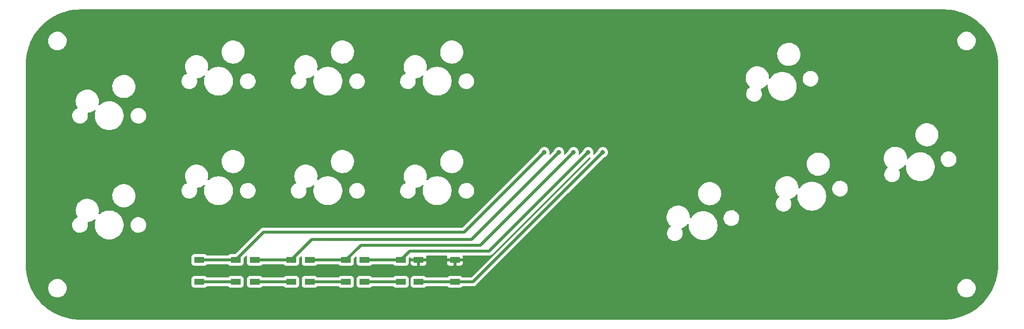
<source format=gbr>
%TF.GenerationSoftware,KiCad,Pcbnew,(6.0.1)*%
%TF.CreationDate,2023-06-03T01:29:09+02:00*%
%TF.ProjectId,cock,636f636b-2e6b-4696-9361-645f70636258,rev?*%
%TF.SameCoordinates,Original*%
%TF.FileFunction,Copper,L1,Top*%
%TF.FilePolarity,Positive*%
%FSLAX46Y46*%
G04 Gerber Fmt 4.6, Leading zero omitted, Abs format (unit mm)*
G04 Created by KiCad (PCBNEW (6.0.1)) date 2023-06-03 01:29:09*
%MOMM*%
%LPD*%
G01*
G04 APERTURE LIST*
%TA.AperFunction,SMDPad,CuDef*%
%ADD10R,1.700000X1.000000*%
%TD*%
%TA.AperFunction,ViaPad*%
%ADD11C,0.800000*%
%TD*%
%TA.AperFunction,Conductor*%
%ADD12C,0.500000*%
%TD*%
G04 APERTURE END LIST*
D10*
%TO.P,SW2,1,1*%
%TO.N,unconnected-(SW2-Pad1)*%
X109372000Y-86900000D03*
X115672000Y-86900000D03*
%TO.P,SW2,2,2*%
%TO.N,/START*%
X109372000Y-83100000D03*
X115672000Y-83100000D03*
%TD*%
%TO.P,SW3,1,1*%
%TO.N,unconnected-(SW3-Pad1)*%
X106150000Y-86900000D03*
X99850000Y-86900000D03*
%TO.P,SW3,2,2*%
%TO.N,/HOME*%
X99850000Y-83100000D03*
X106150000Y-83100000D03*
%TD*%
%TO.P,SW4,1,1*%
%TO.N,unconnected-(SW4-Pad1)*%
X90322000Y-86900000D03*
X96622000Y-86900000D03*
%TO.P,SW4,2,2*%
%TO.N,/SELECT*%
X90322000Y-83100000D03*
X96622000Y-83100000D03*
%TD*%
%TO.P,SW1,1,1*%
%TO.N,GND*%
X118770000Y-83100000D03*
X125070000Y-83100000D03*
%TO.P,SW1,2,2*%
%TO.N,/RS_CLICK*%
X118770000Y-86900000D03*
X125070000Y-86900000D03*
%TD*%
%TO.P,SW5,1,1*%
%TO.N,unconnected-(SW5-Pad1)*%
X86970000Y-86900000D03*
X80670000Y-86900000D03*
%TO.P,SW5,2,2*%
%TO.N,/LS_CLICK*%
X86970000Y-83100000D03*
X80670000Y-83100000D03*
%TD*%
D11*
%TO.N,GND*%
X157480000Y-44450000D03*
%TO.N,/RS_CLICK*%
X150781000Y-64357000D03*
%TO.N,/START*%
X148241000Y-64357000D03*
%TO.N,/HOME*%
X145701000Y-64357000D03*
%TO.N,/SELECT*%
X143161000Y-64357000D03*
%TO.N,/LS_CLICK*%
X140621000Y-64357000D03*
%TD*%
D12*
%TO.N,GND*%
X118850000Y-83100000D02*
X125150000Y-83100000D01*
%TO.N,unconnected-(SW2-Pad1)*%
X109372000Y-86900000D02*
X115672000Y-86900000D01*
%TO.N,unconnected-(SW3-Pad1)*%
X99850000Y-86900000D02*
X106150000Y-86900000D01*
%TO.N,unconnected-(SW4-Pad1)*%
X96622000Y-86900000D02*
X90322000Y-86900000D01*
%TO.N,unconnected-(SW5-Pad1)*%
X80850000Y-86900000D02*
X87150000Y-86900000D01*
%TO.N,/RS_CLICK*%
X128238000Y-86900000D02*
X150781000Y-64357000D01*
X125070000Y-86900000D02*
X128238000Y-86900000D01*
X118850000Y-86900000D02*
X125150000Y-86900000D01*
%TO.N,/START*%
X131064000Y-81534000D02*
X148241000Y-64357000D01*
X115672000Y-83100000D02*
X117238000Y-81534000D01*
X117238000Y-81534000D02*
X131064000Y-81534000D01*
X109372000Y-83100000D02*
X115672000Y-83100000D01*
%TO.N,/HOME*%
X129540000Y-80518000D02*
X108732000Y-80518000D01*
X108732000Y-80518000D02*
X106150000Y-83100000D01*
X99850000Y-83100000D02*
X106150000Y-83100000D01*
X145701000Y-64357000D02*
X129540000Y-80518000D01*
%TO.N,/SELECT*%
X100220000Y-79502000D02*
X96622000Y-83100000D01*
X90322000Y-83100000D02*
X96622000Y-83100000D01*
X143161000Y-64357000D02*
X128016000Y-79502000D01*
X128016000Y-79502000D02*
X100220000Y-79502000D01*
%TO.N,/LS_CLICK*%
X126746000Y-78232000D02*
X91838000Y-78232000D01*
X91838000Y-78232000D02*
X86970000Y-83100000D01*
X80850000Y-83100000D02*
X87150000Y-83100000D01*
X140621000Y-64357000D02*
X126746000Y-78232000D01*
%TD*%
%TA.AperFunction,Conductor*%
%TO.N,GND*%
G36*
X209970057Y-39509500D02*
G01*
X209984858Y-39511805D01*
X209984861Y-39511805D01*
X209993730Y-39513186D01*
X210002632Y-39512022D01*
X210002634Y-39512022D01*
X210011974Y-39510800D01*
X210016810Y-39510168D01*
X210037103Y-39509166D01*
X210121046Y-39511804D01*
X210592050Y-39526606D01*
X210599950Y-39527103D01*
X210935627Y-39558834D01*
X211185729Y-39582475D01*
X211193564Y-39583465D01*
X211774718Y-39675510D01*
X211782486Y-39676993D01*
X212356707Y-39805347D01*
X212364374Y-39807315D01*
X212634915Y-39885914D01*
X212929399Y-39971470D01*
X212936902Y-39973908D01*
X213490528Y-40173225D01*
X213497856Y-40176127D01*
X214037876Y-40409814D01*
X214045008Y-40413170D01*
X214481378Y-40635512D01*
X214569277Y-40680299D01*
X214576213Y-40684112D01*
X215082669Y-40983629D01*
X215089352Y-40987871D01*
X215575985Y-41318586D01*
X215582376Y-41323228D01*
X216047315Y-41683872D01*
X216053394Y-41688902D01*
X216494756Y-42078015D01*
X216500526Y-42083434D01*
X216916566Y-42499474D01*
X216921985Y-42505244D01*
X217311098Y-42946606D01*
X217316128Y-42952685D01*
X217676772Y-43417624D01*
X217681414Y-43424015D01*
X218012129Y-43910648D01*
X218016371Y-43917331D01*
X218315888Y-44423787D01*
X218319701Y-44430723D01*
X218358169Y-44506221D01*
X218586830Y-44954992D01*
X218590186Y-44962124D01*
X218823873Y-45502144D01*
X218826775Y-45509472D01*
X219026088Y-46063085D01*
X219028530Y-46070601D01*
X219093358Y-46293741D01*
X219192685Y-46635626D01*
X219194653Y-46643293D01*
X219323007Y-47217514D01*
X219324490Y-47225282D01*
X219415827Y-47801961D01*
X219416534Y-47806427D01*
X219417525Y-47814271D01*
X219427779Y-47922750D01*
X219472897Y-48400050D01*
X219473394Y-48407950D01*
X219490596Y-48955332D01*
X219489158Y-48978673D01*
X219486814Y-48993730D01*
X219487978Y-49002632D01*
X219487978Y-49002635D01*
X219490936Y-49025251D01*
X219492000Y-49041589D01*
X219492000Y-83950672D01*
X219490500Y-83970056D01*
X219486814Y-83993730D01*
X219487978Y-84002632D01*
X219487978Y-84002634D01*
X219489832Y-84016808D01*
X219490834Y-84037104D01*
X219473394Y-84592050D01*
X219472897Y-84599950D01*
X219417526Y-85185720D01*
X219416534Y-85193573D01*
X219324491Y-85774711D01*
X219323007Y-85782486D01*
X219194653Y-86356707D01*
X219192685Y-86364374D01*
X219135158Y-86562384D01*
X219048954Y-86859102D01*
X219028534Y-86929387D01*
X219026092Y-86936902D01*
X218826775Y-87490528D01*
X218823873Y-87497856D01*
X218590186Y-88037876D01*
X218586830Y-88045008D01*
X218449473Y-88314586D01*
X218319701Y-88569277D01*
X218315888Y-88576213D01*
X218016371Y-89082669D01*
X218012129Y-89089352D01*
X217681414Y-89575985D01*
X217676772Y-89582376D01*
X217316128Y-90047315D01*
X217311098Y-90053394D01*
X216921985Y-90494756D01*
X216916566Y-90500526D01*
X216500526Y-90916566D01*
X216494756Y-90921985D01*
X216053394Y-91311098D01*
X216047315Y-91316128D01*
X215582376Y-91676772D01*
X215575985Y-91681414D01*
X215089352Y-92012129D01*
X215082669Y-92016371D01*
X214576213Y-92315888D01*
X214569277Y-92319701D01*
X214045008Y-92586830D01*
X214037876Y-92590186D01*
X213497856Y-92823873D01*
X213490528Y-92826775D01*
X212936902Y-93026092D01*
X212929399Y-93028530D01*
X212634915Y-93114086D01*
X212364374Y-93192685D01*
X212356707Y-93194653D01*
X211782486Y-93323007D01*
X211774718Y-93324490D01*
X211193564Y-93416535D01*
X211185729Y-93417525D01*
X210935627Y-93441166D01*
X210599950Y-93472897D01*
X210592050Y-93473394D01*
X210044668Y-93490596D01*
X210021327Y-93489158D01*
X210017589Y-93488576D01*
X210006270Y-93486814D01*
X209997368Y-93487978D01*
X209997365Y-93487978D01*
X209974749Y-93490936D01*
X209958411Y-93492000D01*
X60049328Y-93492000D01*
X60029943Y-93490500D01*
X60015142Y-93488195D01*
X60015139Y-93488195D01*
X60006270Y-93486814D01*
X59997368Y-93487978D01*
X59997366Y-93487978D01*
X59988345Y-93489158D01*
X59983190Y-93489832D01*
X59962897Y-93490834D01*
X59872017Y-93487978D01*
X59407950Y-93473394D01*
X59400050Y-93472897D01*
X59064373Y-93441166D01*
X58814271Y-93417525D01*
X58806436Y-93416535D01*
X58225282Y-93324490D01*
X58217514Y-93323007D01*
X57643293Y-93194653D01*
X57635626Y-93192685D01*
X57365085Y-93114086D01*
X57070601Y-93028530D01*
X57063098Y-93026092D01*
X56509472Y-92826775D01*
X56502144Y-92823873D01*
X55962124Y-92590186D01*
X55954992Y-92586830D01*
X55430723Y-92319701D01*
X55423787Y-92315888D01*
X54917331Y-92016371D01*
X54910648Y-92012129D01*
X54424015Y-91681414D01*
X54417624Y-91676772D01*
X53952685Y-91316128D01*
X53946606Y-91311098D01*
X53505244Y-90921985D01*
X53499474Y-90916566D01*
X53083434Y-90500526D01*
X53078015Y-90494756D01*
X52688902Y-90053394D01*
X52683872Y-90047315D01*
X52323228Y-89582376D01*
X52318586Y-89575985D01*
X51987871Y-89089352D01*
X51983629Y-89082669D01*
X51684112Y-88576213D01*
X51680299Y-88569277D01*
X51550527Y-88314586D01*
X51413170Y-88045008D01*
X51409814Y-88037876D01*
X51393424Y-88000000D01*
X54386526Y-88000000D01*
X54406391Y-88252403D01*
X54407545Y-88257210D01*
X54407546Y-88257216D01*
X54445179Y-88413968D01*
X54465495Y-88498591D01*
X54562384Y-88732502D01*
X54694672Y-88948376D01*
X54859102Y-89140898D01*
X55051624Y-89305328D01*
X55267498Y-89437616D01*
X55272068Y-89439509D01*
X55272072Y-89439511D01*
X55496836Y-89532611D01*
X55501409Y-89534505D01*
X55586032Y-89554821D01*
X55742784Y-89592454D01*
X55742790Y-89592455D01*
X55747597Y-89593609D01*
X55847416Y-89601465D01*
X55934345Y-89608307D01*
X55934352Y-89608307D01*
X55936801Y-89608500D01*
X56063199Y-89608500D01*
X56065648Y-89608307D01*
X56065655Y-89608307D01*
X56152584Y-89601465D01*
X56252403Y-89593609D01*
X56257210Y-89592455D01*
X56257216Y-89592454D01*
X56413968Y-89554821D01*
X56498591Y-89534505D01*
X56503164Y-89532611D01*
X56727928Y-89439511D01*
X56727932Y-89439509D01*
X56732502Y-89437616D01*
X56948376Y-89305328D01*
X57140898Y-89140898D01*
X57305328Y-88948376D01*
X57437616Y-88732502D01*
X57534505Y-88498591D01*
X57554821Y-88413968D01*
X57592454Y-88257216D01*
X57592455Y-88257210D01*
X57593609Y-88252403D01*
X57613474Y-88000000D01*
X212386526Y-88000000D01*
X212406391Y-88252403D01*
X212407545Y-88257210D01*
X212407546Y-88257216D01*
X212445179Y-88413968D01*
X212465495Y-88498591D01*
X212562384Y-88732502D01*
X212694672Y-88948376D01*
X212859102Y-89140898D01*
X213051624Y-89305328D01*
X213267498Y-89437616D01*
X213272068Y-89439509D01*
X213272072Y-89439511D01*
X213496836Y-89532611D01*
X213501409Y-89534505D01*
X213586032Y-89554821D01*
X213742784Y-89592454D01*
X213742790Y-89592455D01*
X213747597Y-89593609D01*
X213847416Y-89601465D01*
X213934345Y-89608307D01*
X213934352Y-89608307D01*
X213936801Y-89608500D01*
X214063199Y-89608500D01*
X214065648Y-89608307D01*
X214065655Y-89608307D01*
X214152584Y-89601465D01*
X214252403Y-89593609D01*
X214257210Y-89592455D01*
X214257216Y-89592454D01*
X214413968Y-89554821D01*
X214498591Y-89534505D01*
X214503164Y-89532611D01*
X214727928Y-89439511D01*
X214727932Y-89439509D01*
X214732502Y-89437616D01*
X214948376Y-89305328D01*
X215140898Y-89140898D01*
X215305328Y-88948376D01*
X215437616Y-88732502D01*
X215534505Y-88498591D01*
X215554821Y-88413968D01*
X215592454Y-88257216D01*
X215592455Y-88257210D01*
X215593609Y-88252403D01*
X215613474Y-88000000D01*
X215593609Y-87747597D01*
X215584328Y-87708935D01*
X215543882Y-87540467D01*
X215534505Y-87501409D01*
X215530450Y-87491619D01*
X215439511Y-87272072D01*
X215439509Y-87272068D01*
X215437616Y-87267498D01*
X215305328Y-87051624D01*
X215140898Y-86859102D01*
X214948376Y-86694672D01*
X214732502Y-86562384D01*
X214727932Y-86560491D01*
X214727928Y-86560489D01*
X214503164Y-86467389D01*
X214503162Y-86467388D01*
X214498591Y-86465495D01*
X214413968Y-86445179D01*
X214257216Y-86407546D01*
X214257210Y-86407545D01*
X214252403Y-86406391D01*
X214152584Y-86398535D01*
X214065655Y-86391693D01*
X214065648Y-86391693D01*
X214063199Y-86391500D01*
X213936801Y-86391500D01*
X213934352Y-86391693D01*
X213934345Y-86391693D01*
X213847416Y-86398535D01*
X213747597Y-86406391D01*
X213742790Y-86407545D01*
X213742784Y-86407546D01*
X213586032Y-86445179D01*
X213501409Y-86465495D01*
X213496838Y-86467388D01*
X213496836Y-86467389D01*
X213272072Y-86560489D01*
X213272068Y-86560491D01*
X213267498Y-86562384D01*
X213051624Y-86694672D01*
X212859102Y-86859102D01*
X212694672Y-87051624D01*
X212562384Y-87267498D01*
X212560491Y-87272068D01*
X212560489Y-87272072D01*
X212469550Y-87491619D01*
X212465495Y-87501409D01*
X212456118Y-87540467D01*
X212415673Y-87708935D01*
X212406391Y-87747597D01*
X212386526Y-88000000D01*
X57613474Y-88000000D01*
X57593609Y-87747597D01*
X57584328Y-87708935D01*
X57543882Y-87540467D01*
X57534505Y-87501409D01*
X57530450Y-87491619D01*
X57512438Y-87448134D01*
X79311500Y-87448134D01*
X79318255Y-87510316D01*
X79369385Y-87646705D01*
X79456739Y-87763261D01*
X79573295Y-87850615D01*
X79709684Y-87901745D01*
X79771866Y-87908500D01*
X81568134Y-87908500D01*
X81630316Y-87901745D01*
X81766705Y-87850615D01*
X81883261Y-87763261D01*
X81923976Y-87708935D01*
X81980835Y-87666420D01*
X82024802Y-87658500D01*
X85615198Y-87658500D01*
X85683319Y-87678502D01*
X85716024Y-87708935D01*
X85756739Y-87763261D01*
X85873295Y-87850615D01*
X86009684Y-87901745D01*
X86071866Y-87908500D01*
X87868134Y-87908500D01*
X87930316Y-87901745D01*
X88066705Y-87850615D01*
X88183261Y-87763261D01*
X88270615Y-87646705D01*
X88321745Y-87510316D01*
X88328500Y-87448134D01*
X88963500Y-87448134D01*
X88970255Y-87510316D01*
X89021385Y-87646705D01*
X89108739Y-87763261D01*
X89225295Y-87850615D01*
X89361684Y-87901745D01*
X89423866Y-87908500D01*
X91220134Y-87908500D01*
X91282316Y-87901745D01*
X91418705Y-87850615D01*
X91535261Y-87763261D01*
X91575976Y-87708935D01*
X91632835Y-87666420D01*
X91676802Y-87658500D01*
X95267198Y-87658500D01*
X95335319Y-87678502D01*
X95368024Y-87708935D01*
X95408739Y-87763261D01*
X95525295Y-87850615D01*
X95661684Y-87901745D01*
X95723866Y-87908500D01*
X97520134Y-87908500D01*
X97582316Y-87901745D01*
X97718705Y-87850615D01*
X97835261Y-87763261D01*
X97922615Y-87646705D01*
X97973745Y-87510316D01*
X97980500Y-87448134D01*
X98491500Y-87448134D01*
X98498255Y-87510316D01*
X98549385Y-87646705D01*
X98636739Y-87763261D01*
X98753295Y-87850615D01*
X98889684Y-87901745D01*
X98951866Y-87908500D01*
X100748134Y-87908500D01*
X100810316Y-87901745D01*
X100946705Y-87850615D01*
X101063261Y-87763261D01*
X101103976Y-87708935D01*
X101160835Y-87666420D01*
X101204802Y-87658500D01*
X104795198Y-87658500D01*
X104863319Y-87678502D01*
X104896024Y-87708935D01*
X104936739Y-87763261D01*
X105053295Y-87850615D01*
X105189684Y-87901745D01*
X105251866Y-87908500D01*
X107048134Y-87908500D01*
X107110316Y-87901745D01*
X107246705Y-87850615D01*
X107363261Y-87763261D01*
X107450615Y-87646705D01*
X107501745Y-87510316D01*
X107508500Y-87448134D01*
X108013500Y-87448134D01*
X108020255Y-87510316D01*
X108071385Y-87646705D01*
X108158739Y-87763261D01*
X108275295Y-87850615D01*
X108411684Y-87901745D01*
X108473866Y-87908500D01*
X110270134Y-87908500D01*
X110332316Y-87901745D01*
X110468705Y-87850615D01*
X110585261Y-87763261D01*
X110625976Y-87708935D01*
X110682835Y-87666420D01*
X110726802Y-87658500D01*
X114317198Y-87658500D01*
X114385319Y-87678502D01*
X114418024Y-87708935D01*
X114458739Y-87763261D01*
X114575295Y-87850615D01*
X114711684Y-87901745D01*
X114773866Y-87908500D01*
X116570134Y-87908500D01*
X116632316Y-87901745D01*
X116768705Y-87850615D01*
X116885261Y-87763261D01*
X116972615Y-87646705D01*
X117023745Y-87510316D01*
X117030500Y-87448134D01*
X117030500Y-86351866D01*
X117023745Y-86289684D01*
X116972615Y-86153295D01*
X116885261Y-86036739D01*
X116768705Y-85949385D01*
X116632316Y-85898255D01*
X116570134Y-85891500D01*
X114773866Y-85891500D01*
X114711684Y-85898255D01*
X114575295Y-85949385D01*
X114458739Y-86036739D01*
X114453358Y-86043919D01*
X114418024Y-86091065D01*
X114361165Y-86133580D01*
X114317198Y-86141500D01*
X110726802Y-86141500D01*
X110658681Y-86121498D01*
X110625976Y-86091065D01*
X110590642Y-86043919D01*
X110585261Y-86036739D01*
X110468705Y-85949385D01*
X110332316Y-85898255D01*
X110270134Y-85891500D01*
X108473866Y-85891500D01*
X108411684Y-85898255D01*
X108275295Y-85949385D01*
X108158739Y-86036739D01*
X108071385Y-86153295D01*
X108020255Y-86289684D01*
X108013500Y-86351866D01*
X108013500Y-87448134D01*
X107508500Y-87448134D01*
X107508500Y-86351866D01*
X107501745Y-86289684D01*
X107450615Y-86153295D01*
X107363261Y-86036739D01*
X107246705Y-85949385D01*
X107110316Y-85898255D01*
X107048134Y-85891500D01*
X105251866Y-85891500D01*
X105189684Y-85898255D01*
X105053295Y-85949385D01*
X104936739Y-86036739D01*
X104931358Y-86043919D01*
X104896024Y-86091065D01*
X104839165Y-86133580D01*
X104795198Y-86141500D01*
X101204802Y-86141500D01*
X101136681Y-86121498D01*
X101103976Y-86091065D01*
X101068642Y-86043919D01*
X101063261Y-86036739D01*
X100946705Y-85949385D01*
X100810316Y-85898255D01*
X100748134Y-85891500D01*
X98951866Y-85891500D01*
X98889684Y-85898255D01*
X98753295Y-85949385D01*
X98636739Y-86036739D01*
X98549385Y-86153295D01*
X98498255Y-86289684D01*
X98491500Y-86351866D01*
X98491500Y-87448134D01*
X97980500Y-87448134D01*
X97980500Y-86351866D01*
X97973745Y-86289684D01*
X97922615Y-86153295D01*
X97835261Y-86036739D01*
X97718705Y-85949385D01*
X97582316Y-85898255D01*
X97520134Y-85891500D01*
X95723866Y-85891500D01*
X95661684Y-85898255D01*
X95525295Y-85949385D01*
X95408739Y-86036739D01*
X95403358Y-86043919D01*
X95368024Y-86091065D01*
X95311165Y-86133580D01*
X95267198Y-86141500D01*
X91676802Y-86141500D01*
X91608681Y-86121498D01*
X91575976Y-86091065D01*
X91540642Y-86043919D01*
X91535261Y-86036739D01*
X91418705Y-85949385D01*
X91282316Y-85898255D01*
X91220134Y-85891500D01*
X89423866Y-85891500D01*
X89361684Y-85898255D01*
X89225295Y-85949385D01*
X89108739Y-86036739D01*
X89021385Y-86153295D01*
X88970255Y-86289684D01*
X88963500Y-86351866D01*
X88963500Y-87448134D01*
X88328500Y-87448134D01*
X88328500Y-86351866D01*
X88321745Y-86289684D01*
X88270615Y-86153295D01*
X88183261Y-86036739D01*
X88066705Y-85949385D01*
X87930316Y-85898255D01*
X87868134Y-85891500D01*
X86071866Y-85891500D01*
X86009684Y-85898255D01*
X85873295Y-85949385D01*
X85756739Y-86036739D01*
X85751358Y-86043919D01*
X85716024Y-86091065D01*
X85659165Y-86133580D01*
X85615198Y-86141500D01*
X82024802Y-86141500D01*
X81956681Y-86121498D01*
X81923976Y-86091065D01*
X81888642Y-86043919D01*
X81883261Y-86036739D01*
X81766705Y-85949385D01*
X81630316Y-85898255D01*
X81568134Y-85891500D01*
X79771866Y-85891500D01*
X79709684Y-85898255D01*
X79573295Y-85949385D01*
X79456739Y-86036739D01*
X79369385Y-86153295D01*
X79318255Y-86289684D01*
X79311500Y-86351866D01*
X79311500Y-87448134D01*
X57512438Y-87448134D01*
X57439511Y-87272072D01*
X57439509Y-87272068D01*
X57437616Y-87267498D01*
X57305328Y-87051624D01*
X57140898Y-86859102D01*
X56948376Y-86694672D01*
X56732502Y-86562384D01*
X56727932Y-86560491D01*
X56727928Y-86560489D01*
X56503164Y-86467389D01*
X56503162Y-86467388D01*
X56498591Y-86465495D01*
X56413968Y-86445179D01*
X56257216Y-86407546D01*
X56257210Y-86407545D01*
X56252403Y-86406391D01*
X56152584Y-86398535D01*
X56065655Y-86391693D01*
X56065648Y-86391693D01*
X56063199Y-86391500D01*
X55936801Y-86391500D01*
X55934352Y-86391693D01*
X55934345Y-86391693D01*
X55847416Y-86398535D01*
X55747597Y-86406391D01*
X55742790Y-86407545D01*
X55742784Y-86407546D01*
X55586032Y-86445179D01*
X55501409Y-86465495D01*
X55496838Y-86467388D01*
X55496836Y-86467389D01*
X55272072Y-86560489D01*
X55272068Y-86560491D01*
X55267498Y-86562384D01*
X55051624Y-86694672D01*
X54859102Y-86859102D01*
X54694672Y-87051624D01*
X54562384Y-87267498D01*
X54560491Y-87272068D01*
X54560489Y-87272072D01*
X54469550Y-87491619D01*
X54465495Y-87501409D01*
X54456118Y-87540467D01*
X54415673Y-87708935D01*
X54406391Y-87747597D01*
X54386526Y-88000000D01*
X51393424Y-88000000D01*
X51176127Y-87497856D01*
X51173225Y-87490528D01*
X50973908Y-86936902D01*
X50971466Y-86929387D01*
X50951047Y-86859102D01*
X50864842Y-86562384D01*
X50807315Y-86364374D01*
X50805347Y-86356707D01*
X50676993Y-85782486D01*
X50675509Y-85774711D01*
X50583466Y-85193573D01*
X50582474Y-85185720D01*
X50527103Y-84599950D01*
X50526606Y-84592050D01*
X50509404Y-84044668D01*
X50510842Y-84021327D01*
X50511804Y-84015145D01*
X50513186Y-84006270D01*
X50511547Y-83993730D01*
X50509064Y-83974749D01*
X50508000Y-83958411D01*
X50508000Y-83648134D01*
X79311500Y-83648134D01*
X79318255Y-83710316D01*
X79369385Y-83846705D01*
X79456739Y-83963261D01*
X79573295Y-84050615D01*
X79709684Y-84101745D01*
X79771866Y-84108500D01*
X81568134Y-84108500D01*
X81630316Y-84101745D01*
X81766705Y-84050615D01*
X81883261Y-83963261D01*
X81923976Y-83908935D01*
X81980835Y-83866420D01*
X82024802Y-83858500D01*
X85615198Y-83858500D01*
X85683319Y-83878502D01*
X85716024Y-83908935D01*
X85756739Y-83963261D01*
X85873295Y-84050615D01*
X86009684Y-84101745D01*
X86071866Y-84108500D01*
X87868134Y-84108500D01*
X87930316Y-84101745D01*
X88066705Y-84050615D01*
X88183261Y-83963261D01*
X88270615Y-83846705D01*
X88321745Y-83710316D01*
X88328500Y-83648134D01*
X88328500Y-82866371D01*
X88348502Y-82798250D01*
X88365405Y-82777276D01*
X88755958Y-82386723D01*
X88818270Y-82352697D01*
X88889085Y-82357762D01*
X88945921Y-82400309D01*
X88970732Y-82466829D01*
X88968902Y-82489537D01*
X88970255Y-82489684D01*
X88963500Y-82551866D01*
X88963500Y-83648134D01*
X88970255Y-83710316D01*
X89021385Y-83846705D01*
X89108739Y-83963261D01*
X89225295Y-84050615D01*
X89361684Y-84101745D01*
X89423866Y-84108500D01*
X91220134Y-84108500D01*
X91282316Y-84101745D01*
X91418705Y-84050615D01*
X91535261Y-83963261D01*
X91575976Y-83908935D01*
X91632835Y-83866420D01*
X91676802Y-83858500D01*
X95267198Y-83858500D01*
X95335319Y-83878502D01*
X95368024Y-83908935D01*
X95408739Y-83963261D01*
X95525295Y-84050615D01*
X95661684Y-84101745D01*
X95723866Y-84108500D01*
X97520134Y-84108500D01*
X97582316Y-84101745D01*
X97718705Y-84050615D01*
X97835261Y-83963261D01*
X97922615Y-83846705D01*
X97973745Y-83710316D01*
X97980500Y-83648134D01*
X97980500Y-82866371D01*
X98000502Y-82798250D01*
X98017405Y-82777276D01*
X98276405Y-82518276D01*
X98338717Y-82484250D01*
X98409532Y-82489315D01*
X98466368Y-82531862D01*
X98491179Y-82598382D01*
X98491500Y-82607371D01*
X98491500Y-83648134D01*
X98498255Y-83710316D01*
X98549385Y-83846705D01*
X98636739Y-83963261D01*
X98753295Y-84050615D01*
X98889684Y-84101745D01*
X98951866Y-84108500D01*
X100748134Y-84108500D01*
X100810316Y-84101745D01*
X100946705Y-84050615D01*
X101063261Y-83963261D01*
X101103976Y-83908935D01*
X101160835Y-83866420D01*
X101204802Y-83858500D01*
X104795198Y-83858500D01*
X104863319Y-83878502D01*
X104896024Y-83908935D01*
X104936739Y-83963261D01*
X105053295Y-84050615D01*
X105189684Y-84101745D01*
X105251866Y-84108500D01*
X107048134Y-84108500D01*
X107110316Y-84101745D01*
X107246705Y-84050615D01*
X107363261Y-83963261D01*
X107450615Y-83846705D01*
X107501745Y-83710316D01*
X107508500Y-83648134D01*
X107508500Y-82866371D01*
X107528502Y-82798250D01*
X107545405Y-82777276D01*
X107798405Y-82524276D01*
X107860717Y-82490250D01*
X107931532Y-82495315D01*
X107988368Y-82537862D01*
X108013179Y-82604382D01*
X108013500Y-82613371D01*
X108013500Y-83648134D01*
X108020255Y-83710316D01*
X108071385Y-83846705D01*
X108158739Y-83963261D01*
X108275295Y-84050615D01*
X108411684Y-84101745D01*
X108473866Y-84108500D01*
X110270134Y-84108500D01*
X110332316Y-84101745D01*
X110468705Y-84050615D01*
X110585261Y-83963261D01*
X110625976Y-83908935D01*
X110682835Y-83866420D01*
X110726802Y-83858500D01*
X114317198Y-83858500D01*
X114385319Y-83878502D01*
X114418024Y-83908935D01*
X114458739Y-83963261D01*
X114575295Y-84050615D01*
X114711684Y-84101745D01*
X114773866Y-84108500D01*
X116570134Y-84108500D01*
X116632316Y-84101745D01*
X116768705Y-84050615D01*
X116885261Y-83963261D01*
X116972615Y-83846705D01*
X117023745Y-83710316D01*
X117030500Y-83648134D01*
X117030500Y-83644669D01*
X117412001Y-83644669D01*
X117412371Y-83651490D01*
X117417895Y-83702352D01*
X117421521Y-83717604D01*
X117466676Y-83838054D01*
X117475214Y-83853649D01*
X117551715Y-83955724D01*
X117564276Y-83968285D01*
X117666351Y-84044786D01*
X117681946Y-84053324D01*
X117802394Y-84098478D01*
X117817649Y-84102105D01*
X117868514Y-84107631D01*
X117875328Y-84108000D01*
X118497885Y-84108000D01*
X118513124Y-84103525D01*
X118514329Y-84102135D01*
X118516000Y-84094452D01*
X118516000Y-84089884D01*
X119024000Y-84089884D01*
X119028475Y-84105123D01*
X119029865Y-84106328D01*
X119037548Y-84107999D01*
X119664669Y-84107999D01*
X119671490Y-84107629D01*
X119722352Y-84102105D01*
X119737604Y-84098479D01*
X119858054Y-84053324D01*
X119873649Y-84044786D01*
X119975724Y-83968285D01*
X119988285Y-83955724D01*
X120064786Y-83853649D01*
X120073324Y-83838054D01*
X120118478Y-83717606D01*
X120122105Y-83702351D01*
X120127631Y-83651486D01*
X120128000Y-83644672D01*
X120128000Y-83644669D01*
X123712001Y-83644669D01*
X123712371Y-83651490D01*
X123717895Y-83702352D01*
X123721521Y-83717604D01*
X123766676Y-83838054D01*
X123775214Y-83853649D01*
X123851715Y-83955724D01*
X123864276Y-83968285D01*
X123966351Y-84044786D01*
X123981946Y-84053324D01*
X124102394Y-84098478D01*
X124117649Y-84102105D01*
X124168514Y-84107631D01*
X124175328Y-84108000D01*
X124797885Y-84108000D01*
X124813124Y-84103525D01*
X124814329Y-84102135D01*
X124816000Y-84094452D01*
X124816000Y-84089884D01*
X125324000Y-84089884D01*
X125328475Y-84105123D01*
X125329865Y-84106328D01*
X125337548Y-84107999D01*
X125964669Y-84107999D01*
X125971490Y-84107629D01*
X126022352Y-84102105D01*
X126037604Y-84098479D01*
X126158054Y-84053324D01*
X126173649Y-84044786D01*
X126275724Y-83968285D01*
X126288285Y-83955724D01*
X126364786Y-83853649D01*
X126373324Y-83838054D01*
X126418478Y-83717606D01*
X126422105Y-83702351D01*
X126427631Y-83651486D01*
X126428000Y-83644672D01*
X126428000Y-83372115D01*
X126423525Y-83356876D01*
X126422135Y-83355671D01*
X126414452Y-83354000D01*
X125342115Y-83354000D01*
X125326876Y-83358475D01*
X125325671Y-83359865D01*
X125324000Y-83367548D01*
X125324000Y-84089884D01*
X124816000Y-84089884D01*
X124816000Y-83372115D01*
X124811525Y-83356876D01*
X124810135Y-83355671D01*
X124802452Y-83354000D01*
X123730116Y-83354000D01*
X123714877Y-83358475D01*
X123713672Y-83359865D01*
X123712001Y-83367548D01*
X123712001Y-83644669D01*
X120128000Y-83644669D01*
X120128000Y-83372115D01*
X120123525Y-83356876D01*
X120122135Y-83355671D01*
X120114452Y-83354000D01*
X119042115Y-83354000D01*
X119026876Y-83358475D01*
X119025671Y-83359865D01*
X119024000Y-83367548D01*
X119024000Y-84089884D01*
X118516000Y-84089884D01*
X118516000Y-83372115D01*
X118511525Y-83356876D01*
X118510135Y-83355671D01*
X118502452Y-83354000D01*
X117430116Y-83354000D01*
X117414877Y-83358475D01*
X117413672Y-83359865D01*
X117412001Y-83367548D01*
X117412001Y-83644669D01*
X117030500Y-83644669D01*
X117030500Y-82866371D01*
X117050502Y-82798250D01*
X117067405Y-82777276D01*
X117196905Y-82647776D01*
X117259217Y-82613750D01*
X117330032Y-82618815D01*
X117386868Y-82661362D01*
X117411679Y-82727882D01*
X117412000Y-82736871D01*
X117412000Y-82827885D01*
X117416475Y-82843124D01*
X117417865Y-82844329D01*
X117425548Y-82846000D01*
X120109884Y-82846000D01*
X120125123Y-82841525D01*
X120126328Y-82840135D01*
X120127999Y-82832452D01*
X120127999Y-82555331D01*
X120127629Y-82548510D01*
X120122105Y-82497648D01*
X120118479Y-82482396D01*
X120111107Y-82462732D01*
X120105923Y-82391924D01*
X120139842Y-82329555D01*
X120202097Y-82295425D01*
X120229088Y-82292500D01*
X123610912Y-82292500D01*
X123679033Y-82312502D01*
X123725526Y-82366158D01*
X123735630Y-82436432D01*
X123728893Y-82462732D01*
X123721522Y-82482393D01*
X123717895Y-82497649D01*
X123712369Y-82548514D01*
X123712000Y-82555328D01*
X123712000Y-82827885D01*
X123716475Y-82843124D01*
X123717865Y-82844329D01*
X123725548Y-82846000D01*
X126409884Y-82846000D01*
X126425123Y-82841525D01*
X126426328Y-82840135D01*
X126427999Y-82832452D01*
X126427999Y-82555331D01*
X126427629Y-82548510D01*
X126422105Y-82497648D01*
X126418479Y-82482396D01*
X126411107Y-82462732D01*
X126405923Y-82391924D01*
X126439842Y-82329555D01*
X126502097Y-82295425D01*
X126529088Y-82292500D01*
X130996930Y-82292500D01*
X131015880Y-82293933D01*
X131030115Y-82296099D01*
X131030119Y-82296099D01*
X131037349Y-82297199D01*
X131044641Y-82296606D01*
X131044644Y-82296606D01*
X131090018Y-82292915D01*
X131100233Y-82292500D01*
X131108293Y-82292500D01*
X131121583Y-82290951D01*
X131136507Y-82289211D01*
X131140882Y-82288778D01*
X131206339Y-82283454D01*
X131206342Y-82283453D01*
X131213637Y-82282860D01*
X131220601Y-82280604D01*
X131226560Y-82279413D01*
X131232415Y-82278029D01*
X131239681Y-82277182D01*
X131308327Y-82252265D01*
X131312455Y-82250848D01*
X131374936Y-82230607D01*
X131374938Y-82230606D01*
X131381899Y-82228351D01*
X131388154Y-82224555D01*
X131393628Y-82222049D01*
X131399058Y-82219330D01*
X131405937Y-82216833D01*
X131466976Y-82176814D01*
X131470680Y-82174477D01*
X131533107Y-82136595D01*
X131541484Y-82129197D01*
X131541508Y-82129224D01*
X131544500Y-82126571D01*
X131547733Y-82123868D01*
X131553852Y-82119856D01*
X131607128Y-82063617D01*
X131609506Y-82061175D01*
X148397331Y-65273350D01*
X148460227Y-65239199D01*
X148508813Y-65228871D01*
X148579604Y-65234272D01*
X148636237Y-65277088D01*
X148660732Y-65343725D01*
X148645312Y-65413027D01*
X148624107Y-65441212D01*
X127960724Y-86104595D01*
X127898412Y-86138621D01*
X127871629Y-86141500D01*
X126424802Y-86141500D01*
X126356681Y-86121498D01*
X126323976Y-86091065D01*
X126288642Y-86043919D01*
X126283261Y-86036739D01*
X126166705Y-85949385D01*
X126030316Y-85898255D01*
X125968134Y-85891500D01*
X124171866Y-85891500D01*
X124109684Y-85898255D01*
X123973295Y-85949385D01*
X123856739Y-86036739D01*
X123851358Y-86043919D01*
X123816024Y-86091065D01*
X123759165Y-86133580D01*
X123715198Y-86141500D01*
X120124802Y-86141500D01*
X120056681Y-86121498D01*
X120023976Y-86091065D01*
X119988642Y-86043919D01*
X119983261Y-86036739D01*
X119866705Y-85949385D01*
X119730316Y-85898255D01*
X119668134Y-85891500D01*
X117871866Y-85891500D01*
X117809684Y-85898255D01*
X117673295Y-85949385D01*
X117556739Y-86036739D01*
X117469385Y-86153295D01*
X117418255Y-86289684D01*
X117411500Y-86351866D01*
X117411500Y-87448134D01*
X117418255Y-87510316D01*
X117469385Y-87646705D01*
X117556739Y-87763261D01*
X117673295Y-87850615D01*
X117809684Y-87901745D01*
X117871866Y-87908500D01*
X119668134Y-87908500D01*
X119730316Y-87901745D01*
X119866705Y-87850615D01*
X119983261Y-87763261D01*
X120023976Y-87708935D01*
X120080835Y-87666420D01*
X120124802Y-87658500D01*
X123715198Y-87658500D01*
X123783319Y-87678502D01*
X123816024Y-87708935D01*
X123856739Y-87763261D01*
X123973295Y-87850615D01*
X124109684Y-87901745D01*
X124171866Y-87908500D01*
X125968134Y-87908500D01*
X126030316Y-87901745D01*
X126166705Y-87850615D01*
X126283261Y-87763261D01*
X126323976Y-87708935D01*
X126380835Y-87666420D01*
X126424802Y-87658500D01*
X128170930Y-87658500D01*
X128189880Y-87659933D01*
X128204115Y-87662099D01*
X128204119Y-87662099D01*
X128211349Y-87663199D01*
X128218641Y-87662606D01*
X128218644Y-87662606D01*
X128264018Y-87658915D01*
X128274233Y-87658500D01*
X128282293Y-87658500D01*
X128295583Y-87656951D01*
X128310507Y-87655211D01*
X128314882Y-87654778D01*
X128380339Y-87649454D01*
X128380342Y-87649453D01*
X128387637Y-87648860D01*
X128394601Y-87646604D01*
X128400560Y-87645413D01*
X128406415Y-87644029D01*
X128413681Y-87643182D01*
X128482327Y-87618265D01*
X128486455Y-87616848D01*
X128548936Y-87596607D01*
X128548938Y-87596606D01*
X128555899Y-87594351D01*
X128562154Y-87590555D01*
X128567628Y-87588049D01*
X128573058Y-87585330D01*
X128579937Y-87582833D01*
X128640976Y-87542814D01*
X128644680Y-87540477D01*
X128707107Y-87502595D01*
X128715484Y-87495197D01*
X128715508Y-87495224D01*
X128718500Y-87492571D01*
X128721733Y-87489868D01*
X128727852Y-87485856D01*
X128781128Y-87429617D01*
X128783506Y-87427175D01*
X140633299Y-75577382D01*
X161875244Y-75577382D01*
X161875397Y-75581770D01*
X161875397Y-75581776D01*
X161883398Y-75810877D01*
X161885047Y-75858107D01*
X161885809Y-75862430D01*
X161885810Y-75862437D01*
X161899560Y-75940414D01*
X161933824Y-76134736D01*
X162020625Y-76401884D01*
X162022553Y-76405837D01*
X162022555Y-76405842D01*
X162064487Y-76491815D01*
X162143762Y-76654351D01*
X162146217Y-76657990D01*
X162146220Y-76657996D01*
X162179296Y-76707033D01*
X162300837Y-76887225D01*
X162303782Y-76890496D01*
X162303783Y-76890497D01*
X162392766Y-76989322D01*
X162488793Y-77095971D01*
X162492155Y-77098792D01*
X162492156Y-77098793D01*
X162528107Y-77128959D01*
X162567433Y-77188068D01*
X162568560Y-77259056D01*
X162531129Y-77319384D01*
X162517483Y-77330001D01*
X162467635Y-77363561D01*
X162463212Y-77366539D01*
X162296285Y-77525779D01*
X162293097Y-77530064D01*
X162221347Y-77626500D01*
X162158576Y-77710867D01*
X162156161Y-77715617D01*
X162101474Y-77823179D01*
X162054020Y-77916513D01*
X162019814Y-78026674D01*
X161987192Y-78131731D01*
X161987191Y-78131737D01*
X161985608Y-78136834D01*
X161979087Y-78186039D01*
X161956110Y-78359400D01*
X161955297Y-78365533D01*
X161963951Y-78596069D01*
X162011325Y-78821851D01*
X162013283Y-78826810D01*
X162013284Y-78826812D01*
X162014662Y-78830302D01*
X162096064Y-79036423D01*
X162215744Y-79233650D01*
X162219241Y-79237680D01*
X162305865Y-79337505D01*
X162366944Y-79407893D01*
X162393075Y-79429319D01*
X162541212Y-79550785D01*
X162541218Y-79550789D01*
X162545340Y-79554169D01*
X162745832Y-79668295D01*
X162750848Y-79670116D01*
X162750853Y-79670118D01*
X162957672Y-79745190D01*
X162957676Y-79745191D01*
X162962687Y-79747010D01*
X162967936Y-79747959D01*
X162967939Y-79747960D01*
X163185620Y-79787323D01*
X163185627Y-79787324D01*
X163189704Y-79788061D01*
X163207441Y-79788897D01*
X163212389Y-79789131D01*
X163212396Y-79789131D01*
X163213877Y-79789201D01*
X163376022Y-79789201D01*
X163442978Y-79783520D01*
X163542659Y-79775062D01*
X163542663Y-79775061D01*
X163547970Y-79774611D01*
X163553125Y-79773273D01*
X163553131Y-79773272D01*
X163766100Y-79717996D01*
X163766104Y-79717995D01*
X163771269Y-79716654D01*
X163776135Y-79714462D01*
X163776138Y-79714461D01*
X163976746Y-79624094D01*
X163981612Y-79621902D01*
X163986032Y-79618926D01*
X163986036Y-79618924D01*
X164087245Y-79550785D01*
X164172982Y-79493063D01*
X164339909Y-79333823D01*
X164477618Y-79148735D01*
X164532402Y-79040984D01*
X164579755Y-78947847D01*
X164579755Y-78947846D01*
X164582174Y-78943089D01*
X164621440Y-78816632D01*
X164649002Y-78727871D01*
X164649003Y-78727865D01*
X164650586Y-78722768D01*
X164666687Y-78601287D01*
X164680197Y-78499354D01*
X164680197Y-78499349D01*
X164680897Y-78494069D01*
X164672243Y-78263533D01*
X164624869Y-78037751D01*
X164540130Y-77823179D01*
X164482747Y-77728614D01*
X164464508Y-77660000D01*
X164486260Y-77592418D01*
X164547371Y-77544849D01*
X164648104Y-77508185D01*
X164702203Y-77488495D01*
X164702207Y-77488493D01*
X164706348Y-77486986D01*
X164954364Y-77355113D01*
X165003541Y-77319384D01*
X165178051Y-77192596D01*
X165178054Y-77192593D01*
X165181614Y-77190007D01*
X165206197Y-77166268D01*
X165306348Y-77069553D01*
X165383674Y-76994880D01*
X165500721Y-76845066D01*
X165558423Y-76803700D01*
X165629328Y-76800097D01*
X165690925Y-76835400D01*
X165723658Y-76898401D01*
X165725017Y-76938430D01*
X165724068Y-76945944D01*
X165723097Y-76953631D01*
X165722600Y-76957562D01*
X165722600Y-77272438D01*
X165762064Y-77584830D01*
X165840370Y-77889813D01*
X165956284Y-78182577D01*
X165958186Y-78186036D01*
X165958187Y-78186039D01*
X166059796Y-78370864D01*
X166107976Y-78458504D01*
X166293055Y-78713244D01*
X166508602Y-78942778D01*
X166751218Y-79143487D01*
X167017076Y-79312206D01*
X167020655Y-79313890D01*
X167020662Y-79313894D01*
X167298394Y-79444584D01*
X167298398Y-79444586D01*
X167301984Y-79446273D01*
X167601448Y-79543575D01*
X167910746Y-79602577D01*
X168004300Y-79608463D01*
X168144358Y-79617275D01*
X168144374Y-79617276D01*
X168146353Y-79617400D01*
X168303647Y-79617400D01*
X168305626Y-79617276D01*
X168305642Y-79617275D01*
X168445700Y-79608463D01*
X168539254Y-79602577D01*
X168848552Y-79543575D01*
X169148016Y-79446273D01*
X169151602Y-79444586D01*
X169151606Y-79444584D01*
X169429338Y-79313894D01*
X169429345Y-79313890D01*
X169432924Y-79312206D01*
X169698782Y-79143487D01*
X169941398Y-78942778D01*
X170156945Y-78713244D01*
X170342024Y-78458504D01*
X170390205Y-78370864D01*
X170491813Y-78186039D01*
X170491814Y-78186036D01*
X170493716Y-78182577D01*
X170609630Y-77889813D01*
X170687936Y-77584830D01*
X170727400Y-77272438D01*
X170727400Y-76957562D01*
X170687936Y-76645170D01*
X170609630Y-76340187D01*
X170493716Y-76047423D01*
X170491813Y-76043961D01*
X170343933Y-75774968D01*
X170343931Y-75774965D01*
X170342024Y-75771496D01*
X170316185Y-75735931D01*
X171769103Y-75735931D01*
X171769303Y-75741261D01*
X171769303Y-75741262D01*
X171771805Y-75807899D01*
X171777757Y-75966467D01*
X171825131Y-76192249D01*
X171827089Y-76197208D01*
X171827090Y-76197210D01*
X171836690Y-76221518D01*
X171909870Y-76406821D01*
X172029550Y-76604048D01*
X172033047Y-76608078D01*
X172119671Y-76707903D01*
X172180750Y-76778291D01*
X172222885Y-76812839D01*
X172355018Y-76921183D01*
X172355024Y-76921187D01*
X172359146Y-76924567D01*
X172559638Y-77038693D01*
X172564654Y-77040514D01*
X172564659Y-77040516D01*
X172771478Y-77115588D01*
X172771482Y-77115589D01*
X172776493Y-77117408D01*
X172781742Y-77118357D01*
X172781745Y-77118358D01*
X172999426Y-77157721D01*
X172999433Y-77157722D01*
X173003510Y-77158459D01*
X173021247Y-77159295D01*
X173026195Y-77159529D01*
X173026202Y-77159529D01*
X173027683Y-77159599D01*
X173189828Y-77159599D01*
X173261954Y-77153479D01*
X173356465Y-77145460D01*
X173356469Y-77145459D01*
X173361776Y-77145009D01*
X173366931Y-77143671D01*
X173366937Y-77143670D01*
X173579906Y-77088394D01*
X173579910Y-77088393D01*
X173585075Y-77087052D01*
X173589941Y-77084860D01*
X173589944Y-77084859D01*
X173790552Y-76994492D01*
X173795418Y-76992300D01*
X173799838Y-76989324D01*
X173799842Y-76989322D01*
X173956913Y-76883574D01*
X173986788Y-76863461D01*
X174153715Y-76704221D01*
X174220619Y-76614299D01*
X174288240Y-76523413D01*
X174288242Y-76523410D01*
X174291424Y-76519133D01*
X174305314Y-76491815D01*
X174393561Y-76318245D01*
X174393561Y-76318244D01*
X174395980Y-76313487D01*
X174451484Y-76134736D01*
X174462808Y-76098269D01*
X174462809Y-76098263D01*
X174464392Y-76093166D01*
X174484637Y-75940414D01*
X174494003Y-75869752D01*
X174494003Y-75869747D01*
X174494703Y-75864467D01*
X174492555Y-75807231D01*
X174486249Y-75639262D01*
X174486049Y-75633931D01*
X174438675Y-75408149D01*
X174353936Y-75193577D01*
X174234256Y-74996350D01*
X174144933Y-74893414D01*
X174086556Y-74826140D01*
X174086554Y-74826138D01*
X174083056Y-74822107D01*
X174008797Y-74761218D01*
X173908788Y-74679215D01*
X173908782Y-74679211D01*
X173904660Y-74675831D01*
X173704168Y-74561705D01*
X173699152Y-74559884D01*
X173699147Y-74559882D01*
X173492328Y-74484810D01*
X173492324Y-74484809D01*
X173487313Y-74482990D01*
X173482064Y-74482041D01*
X173482061Y-74482040D01*
X173264380Y-74442677D01*
X173264373Y-74442676D01*
X173260296Y-74441939D01*
X173242559Y-74441103D01*
X173237611Y-74440869D01*
X173237604Y-74440869D01*
X173236123Y-74440799D01*
X173073978Y-74440799D01*
X173007022Y-74446480D01*
X172907341Y-74454938D01*
X172907337Y-74454939D01*
X172902030Y-74455389D01*
X172896875Y-74456727D01*
X172896869Y-74456728D01*
X172683900Y-74512004D01*
X172683896Y-74512005D01*
X172678731Y-74513346D01*
X172673865Y-74515538D01*
X172673862Y-74515539D01*
X172498661Y-74594461D01*
X172468388Y-74608098D01*
X172463968Y-74611074D01*
X172463964Y-74611076D01*
X172425010Y-74637302D01*
X172277018Y-74736937D01*
X172110091Y-74896177D01*
X172094008Y-74917794D01*
X172010712Y-75029748D01*
X171972382Y-75081265D01*
X171969967Y-75086015D01*
X171915280Y-75193577D01*
X171867826Y-75286911D01*
X171850528Y-75342619D01*
X171800998Y-75502129D01*
X171800997Y-75502135D01*
X171799414Y-75507232D01*
X171798152Y-75516756D01*
X171771491Y-75717916D01*
X171769103Y-75735931D01*
X170316185Y-75735931D01*
X170156945Y-75516756D01*
X169941398Y-75287222D01*
X169698782Y-75086513D01*
X169432924Y-74917794D01*
X169429345Y-74916110D01*
X169429338Y-74916106D01*
X169151606Y-74785416D01*
X169151602Y-74785414D01*
X169148016Y-74783727D01*
X168848552Y-74686425D01*
X168539254Y-74627423D01*
X168445700Y-74621537D01*
X168305642Y-74612725D01*
X168305626Y-74612724D01*
X168303647Y-74612600D01*
X168146353Y-74612600D01*
X168144374Y-74612724D01*
X168144358Y-74612725D01*
X168004300Y-74621537D01*
X167910746Y-74627423D01*
X167601448Y-74686425D01*
X167301984Y-74783727D01*
X167298398Y-74785414D01*
X167298394Y-74785416D01*
X167020662Y-74916106D01*
X167020655Y-74916110D01*
X167017076Y-74917794D01*
X166751218Y-75086513D01*
X166508602Y-75287222D01*
X166293055Y-75516756D01*
X166133816Y-75735931D01*
X166126030Y-75746647D01*
X166069808Y-75790001D01*
X165999072Y-75796076D01*
X165936280Y-75762945D01*
X165901369Y-75701125D01*
X165898171Y-75676983D01*
X165889951Y-75441589D01*
X165889950Y-75441583D01*
X165889797Y-75437191D01*
X165885597Y-75413368D01*
X165841782Y-75164885D01*
X165841020Y-75160562D01*
X165754219Y-74893414D01*
X165711057Y-74804918D01*
X165689742Y-74761218D01*
X165631082Y-74640947D01*
X165628627Y-74637308D01*
X165628624Y-74637302D01*
X165548357Y-74518302D01*
X165474007Y-74408073D01*
X165286051Y-74199327D01*
X165070872Y-74018770D01*
X164832658Y-73869918D01*
X164576047Y-73755667D01*
X164370166Y-73696632D01*
X164310259Y-73679454D01*
X164310258Y-73679454D01*
X164306032Y-73678242D01*
X164301682Y-73677631D01*
X164301679Y-73677630D01*
X164198732Y-73663162D01*
X164027870Y-73639149D01*
X163817276Y-73639149D01*
X163815090Y-73639302D01*
X163815086Y-73639302D01*
X163611595Y-73653531D01*
X163611590Y-73653532D01*
X163607210Y-73653838D01*
X163332452Y-73712240D01*
X163328323Y-73713743D01*
X163328319Y-73713744D01*
X163072641Y-73806803D01*
X163072637Y-73806805D01*
X163068496Y-73808312D01*
X162820480Y-73940185D01*
X162816921Y-73942771D01*
X162816919Y-73942772D01*
X162692710Y-74033015D01*
X162593230Y-74105291D01*
X162391170Y-74300418D01*
X162218234Y-74521767D01*
X162216038Y-74525571D01*
X162216033Y-74525578D01*
X162122460Y-74687652D01*
X162077786Y-74765030D01*
X161972560Y-75025473D01*
X161971495Y-75029746D01*
X161971494Y-75029748D01*
X161906104Y-75292014D01*
X161904605Y-75298025D01*
X161904146Y-75302393D01*
X161904145Y-75302398D01*
X161881919Y-75513870D01*
X161875244Y-75577382D01*
X140633299Y-75577382D01*
X144730252Y-71480429D01*
X167351473Y-71480429D01*
X167351626Y-71484817D01*
X167351626Y-71484823D01*
X167360530Y-71739785D01*
X167361276Y-71761154D01*
X167362038Y-71765477D01*
X167362039Y-71765484D01*
X167385815Y-71900320D01*
X167410053Y-72037783D01*
X167496854Y-72304931D01*
X167498782Y-72308884D01*
X167498784Y-72308889D01*
X167527856Y-72368495D01*
X167619991Y-72557398D01*
X167622446Y-72561037D01*
X167622449Y-72561043D01*
X167664060Y-72622733D01*
X167777066Y-72790272D01*
X167965022Y-72999018D01*
X167968384Y-73001839D01*
X167968385Y-73001840D01*
X167980173Y-73011731D01*
X168180201Y-73179575D01*
X168418415Y-73328427D01*
X168675026Y-73442678D01*
X168945041Y-73520103D01*
X168949391Y-73520714D01*
X168949394Y-73520715D01*
X169052341Y-73535183D01*
X169223203Y-73559196D01*
X169433797Y-73559196D01*
X169435983Y-73559043D01*
X169435987Y-73559043D01*
X169639478Y-73544814D01*
X169639483Y-73544813D01*
X169643863Y-73544507D01*
X169918621Y-73486105D01*
X169922750Y-73484602D01*
X169922754Y-73484601D01*
X170178432Y-73391542D01*
X170178436Y-73391540D01*
X170182577Y-73390033D01*
X170430593Y-73258160D01*
X170447973Y-73245533D01*
X170654280Y-73095643D01*
X170654283Y-73095640D01*
X170657843Y-73093054D01*
X170675541Y-73075964D01*
X170826331Y-72930347D01*
X170859903Y-72897927D01*
X171032839Y-72676578D01*
X171035035Y-72672774D01*
X171035040Y-72672767D01*
X171157364Y-72460894D01*
X171173287Y-72433315D01*
X171278513Y-72172872D01*
X171286944Y-72139056D01*
X171345404Y-71904589D01*
X171345405Y-71904584D01*
X171346468Y-71900320D01*
X171349507Y-71871413D01*
X171375370Y-71625332D01*
X171375370Y-71625329D01*
X171375829Y-71620963D01*
X171374546Y-71584221D01*
X171366180Y-71344635D01*
X171366179Y-71344629D01*
X171366026Y-71340238D01*
X171358548Y-71297824D01*
X171327113Y-71119553D01*
X171317249Y-71063609D01*
X171230448Y-70796461D01*
X171227616Y-70790653D01*
X171142397Y-70615931D01*
X171107311Y-70543994D01*
X171104856Y-70540355D01*
X171104853Y-70540349D01*
X171048891Y-70457382D01*
X180755244Y-70457382D01*
X180755397Y-70461770D01*
X180755397Y-70461776D01*
X180763033Y-70680424D01*
X180765047Y-70738107D01*
X180765809Y-70742430D01*
X180765810Y-70742437D01*
X180792281Y-70892562D01*
X180813824Y-71014736D01*
X180900625Y-71281884D01*
X180902553Y-71285837D01*
X180902555Y-71285842D01*
X180926974Y-71335908D01*
X181023762Y-71534351D01*
X181026217Y-71537990D01*
X181026220Y-71537996D01*
X181082182Y-71620963D01*
X181180837Y-71767225D01*
X181183782Y-71770496D01*
X181183783Y-71770497D01*
X181251194Y-71845364D01*
X181368793Y-71975971D01*
X181372155Y-71978792D01*
X181372156Y-71978793D01*
X181408107Y-72008959D01*
X181447433Y-72068068D01*
X181448560Y-72139056D01*
X181411129Y-72199384D01*
X181397483Y-72210001D01*
X181354227Y-72239123D01*
X181343212Y-72246539D01*
X181176285Y-72405779D01*
X181142556Y-72451112D01*
X181054247Y-72569805D01*
X181038576Y-72590867D01*
X181036161Y-72595617D01*
X180957430Y-72750470D01*
X180934020Y-72796513D01*
X180908003Y-72880302D01*
X180867192Y-73011731D01*
X180867191Y-73011737D01*
X180865608Y-73016834D01*
X180855911Y-73089996D01*
X180838625Y-73220424D01*
X180835297Y-73245533D01*
X180835497Y-73250863D01*
X180835497Y-73250864D01*
X180836226Y-73270287D01*
X180843951Y-73476069D01*
X180891325Y-73701851D01*
X180976064Y-73916423D01*
X181095744Y-74113650D01*
X181099241Y-74117680D01*
X181213665Y-74249542D01*
X181246944Y-74287893D01*
X181251075Y-74291280D01*
X181421212Y-74430785D01*
X181421218Y-74430789D01*
X181425340Y-74434169D01*
X181625832Y-74548295D01*
X181630848Y-74550116D01*
X181630853Y-74550118D01*
X181837672Y-74625190D01*
X181837676Y-74625191D01*
X181842687Y-74627010D01*
X181847936Y-74627959D01*
X181847939Y-74627960D01*
X182065620Y-74667323D01*
X182065627Y-74667324D01*
X182069704Y-74668061D01*
X182087441Y-74668897D01*
X182092389Y-74669131D01*
X182092396Y-74669131D01*
X182093877Y-74669201D01*
X182256022Y-74669201D01*
X182322978Y-74663520D01*
X182422659Y-74655062D01*
X182422663Y-74655061D01*
X182427970Y-74654611D01*
X182433125Y-74653273D01*
X182433131Y-74653272D01*
X182646100Y-74597996D01*
X182646104Y-74597995D01*
X182651269Y-74596654D01*
X182656135Y-74594462D01*
X182656138Y-74594461D01*
X182856746Y-74504094D01*
X182861612Y-74501902D01*
X182866032Y-74498926D01*
X182866036Y-74498924D01*
X183005840Y-74404801D01*
X183052982Y-74373063D01*
X183219909Y-74213823D01*
X183357618Y-74028735D01*
X183412402Y-73920984D01*
X183459755Y-73827847D01*
X183459755Y-73827846D01*
X183462174Y-73823089D01*
X183514445Y-73654751D01*
X183529002Y-73607871D01*
X183529003Y-73607865D01*
X183530586Y-73602768D01*
X183546048Y-73486105D01*
X183560197Y-73379354D01*
X183560197Y-73379349D01*
X183560897Y-73374069D01*
X183552243Y-73143533D01*
X183504869Y-72917751D01*
X183420130Y-72703179D01*
X183386795Y-72648244D01*
X183362747Y-72608614D01*
X183344508Y-72540000D01*
X183366260Y-72472418D01*
X183427371Y-72424849D01*
X183523030Y-72390032D01*
X183582203Y-72368495D01*
X183582207Y-72368493D01*
X183586348Y-72366986D01*
X183834364Y-72235113D01*
X183920032Y-72172872D01*
X184058051Y-72072596D01*
X184058054Y-72072593D01*
X184061614Y-72070007D01*
X184090657Y-72041961D01*
X184186157Y-71949737D01*
X184263674Y-71874880D01*
X184380721Y-71725066D01*
X184438423Y-71683700D01*
X184509328Y-71680097D01*
X184570925Y-71715400D01*
X184603658Y-71778401D01*
X184605017Y-71818432D01*
X184603097Y-71833631D01*
X184602600Y-71837562D01*
X184602600Y-72152438D01*
X184642064Y-72464830D01*
X184720370Y-72769813D01*
X184836284Y-73062577D01*
X184838186Y-73066036D01*
X184838187Y-73066039D01*
X184943807Y-73258160D01*
X184987976Y-73338504D01*
X185019940Y-73382499D01*
X185148207Y-73559043D01*
X185173055Y-73593244D01*
X185388602Y-73822778D01*
X185631218Y-74023487D01*
X185897076Y-74192206D01*
X185900655Y-74193890D01*
X185900662Y-74193894D01*
X186178394Y-74324584D01*
X186178398Y-74324586D01*
X186181984Y-74326273D01*
X186481448Y-74423575D01*
X186790746Y-74482577D01*
X186884300Y-74488463D01*
X187024358Y-74497275D01*
X187024374Y-74497276D01*
X187026353Y-74497400D01*
X187183647Y-74497400D01*
X187185626Y-74497276D01*
X187185642Y-74497275D01*
X187325700Y-74488463D01*
X187419254Y-74482577D01*
X187728552Y-74423575D01*
X188028016Y-74326273D01*
X188031602Y-74324586D01*
X188031606Y-74324584D01*
X188309338Y-74193894D01*
X188309345Y-74193890D01*
X188312924Y-74192206D01*
X188578782Y-74023487D01*
X188821398Y-73822778D01*
X189036945Y-73593244D01*
X189061794Y-73559043D01*
X189190060Y-73382499D01*
X189222024Y-73338504D01*
X189266194Y-73258160D01*
X189371813Y-73066039D01*
X189371814Y-73066036D01*
X189373716Y-73062577D01*
X189489630Y-72769813D01*
X189567936Y-72464830D01*
X189607400Y-72152438D01*
X189607400Y-71837562D01*
X189567936Y-71525170D01*
X189489630Y-71220187D01*
X189373716Y-70927423D01*
X189371813Y-70923961D01*
X189223933Y-70654968D01*
X189223931Y-70654965D01*
X189222024Y-70651496D01*
X189196185Y-70615931D01*
X190649103Y-70615931D01*
X190657757Y-70846467D01*
X190705131Y-71072249D01*
X190789870Y-71286821D01*
X190909550Y-71484048D01*
X190913047Y-71488078D01*
X191054997Y-71651661D01*
X191060750Y-71658291D01*
X191102885Y-71692839D01*
X191235018Y-71801183D01*
X191235024Y-71801187D01*
X191239146Y-71804567D01*
X191439638Y-71918693D01*
X191444654Y-71920514D01*
X191444659Y-71920516D01*
X191651478Y-71995588D01*
X191651482Y-71995589D01*
X191656493Y-71997408D01*
X191661742Y-71998357D01*
X191661745Y-71998358D01*
X191879426Y-72037721D01*
X191879433Y-72037722D01*
X191883510Y-72038459D01*
X191901247Y-72039295D01*
X191906195Y-72039529D01*
X191906202Y-72039529D01*
X191907683Y-72039599D01*
X192069828Y-72039599D01*
X192142178Y-72033460D01*
X192236465Y-72025460D01*
X192236469Y-72025459D01*
X192241776Y-72025009D01*
X192246931Y-72023671D01*
X192246937Y-72023670D01*
X192459906Y-71968394D01*
X192459910Y-71968393D01*
X192465075Y-71967052D01*
X192469941Y-71964860D01*
X192469944Y-71964859D01*
X192670552Y-71874492D01*
X192675418Y-71872300D01*
X192679838Y-71869324D01*
X192679842Y-71869322D01*
X192814890Y-71778401D01*
X192866788Y-71743461D01*
X193033715Y-71584221D01*
X193149400Y-71428735D01*
X193168240Y-71403413D01*
X193168242Y-71403410D01*
X193171424Y-71399133D01*
X193226208Y-71291382D01*
X193273561Y-71198245D01*
X193273561Y-71198244D01*
X193275980Y-71193487D01*
X193315246Y-71067030D01*
X193342808Y-70978269D01*
X193342809Y-70978263D01*
X193344392Y-70973166D01*
X193367257Y-70800650D01*
X193374003Y-70749752D01*
X193374003Y-70749747D01*
X193374703Y-70744467D01*
X193366049Y-70513931D01*
X193318675Y-70288149D01*
X193289836Y-70215123D01*
X193272811Y-70172014D01*
X193233936Y-70073577D01*
X193135678Y-69911653D01*
X193117025Y-69880913D01*
X193117024Y-69880912D01*
X193114256Y-69876350D01*
X193060281Y-69814149D01*
X192966556Y-69706140D01*
X192966554Y-69706138D01*
X192963056Y-69702107D01*
X192910135Y-69658714D01*
X192788788Y-69559215D01*
X192788782Y-69559211D01*
X192784660Y-69555831D01*
X192584168Y-69441705D01*
X192579152Y-69439884D01*
X192579147Y-69439882D01*
X192372328Y-69364810D01*
X192372324Y-69364809D01*
X192367313Y-69362990D01*
X192362064Y-69362041D01*
X192362061Y-69362040D01*
X192144380Y-69322677D01*
X192144373Y-69322676D01*
X192140296Y-69321939D01*
X192122559Y-69321103D01*
X192117611Y-69320869D01*
X192117604Y-69320869D01*
X192116123Y-69320799D01*
X191953978Y-69320799D01*
X191887022Y-69326480D01*
X191787341Y-69334938D01*
X191787337Y-69334939D01*
X191782030Y-69335389D01*
X191776875Y-69336727D01*
X191776869Y-69336728D01*
X191563900Y-69392004D01*
X191563896Y-69392005D01*
X191558731Y-69393346D01*
X191553865Y-69395538D01*
X191553862Y-69395539D01*
X191421952Y-69454960D01*
X191348388Y-69488098D01*
X191343968Y-69491074D01*
X191343964Y-69491076D01*
X191299596Y-69520947D01*
X191157018Y-69616937D01*
X190990091Y-69776177D01*
X190974008Y-69797794D01*
X190860778Y-69949981D01*
X190852382Y-69961265D01*
X190849967Y-69966015D01*
X190759172Y-70144596D01*
X190747826Y-70166911D01*
X190723221Y-70246151D01*
X190680998Y-70382129D01*
X190680997Y-70382135D01*
X190679414Y-70387232D01*
X190665501Y-70492207D01*
X190651491Y-70597916D01*
X190649103Y-70615931D01*
X189196185Y-70615931D01*
X189036945Y-70396756D01*
X188821398Y-70167222D01*
X188578782Y-69966513D01*
X188312924Y-69797794D01*
X188309345Y-69796110D01*
X188309338Y-69796106D01*
X188031606Y-69665416D01*
X188031602Y-69665414D01*
X188028016Y-69663727D01*
X188018088Y-69660501D01*
X187797584Y-69588855D01*
X187728552Y-69566425D01*
X187419254Y-69507423D01*
X187325700Y-69501537D01*
X187185642Y-69492725D01*
X187185626Y-69492724D01*
X187183647Y-69492600D01*
X187026353Y-69492600D01*
X187024374Y-69492724D01*
X187024358Y-69492725D01*
X186884300Y-69501537D01*
X186790746Y-69507423D01*
X186481448Y-69566425D01*
X186412416Y-69588855D01*
X186191913Y-69660501D01*
X186181984Y-69663727D01*
X186178398Y-69665414D01*
X186178394Y-69665416D01*
X185900662Y-69796106D01*
X185900655Y-69796110D01*
X185897076Y-69797794D01*
X185631218Y-69966513D01*
X185388602Y-70167222D01*
X185173055Y-70396756D01*
X185013816Y-70615931D01*
X185006030Y-70626647D01*
X184949808Y-70670001D01*
X184879072Y-70676076D01*
X184816280Y-70642945D01*
X184781369Y-70581125D01*
X184778171Y-70556983D01*
X184769951Y-70321589D01*
X184769950Y-70321583D01*
X184769797Y-70317191D01*
X184765597Y-70293368D01*
X184721782Y-70044885D01*
X184721020Y-70040562D01*
X184634219Y-69773414D01*
X184629212Y-69763147D01*
X184567140Y-69635882D01*
X184511082Y-69520947D01*
X184508627Y-69517308D01*
X184508624Y-69517302D01*
X184428357Y-69398302D01*
X184354007Y-69288073D01*
X184166051Y-69079327D01*
X183950872Y-68898770D01*
X183712658Y-68749918D01*
X183456047Y-68635667D01*
X183285668Y-68586812D01*
X183190259Y-68559454D01*
X183190258Y-68559454D01*
X183186032Y-68558242D01*
X183181682Y-68557631D01*
X183181679Y-68557630D01*
X183078732Y-68543162D01*
X182907870Y-68519149D01*
X182697276Y-68519149D01*
X182695090Y-68519302D01*
X182695086Y-68519302D01*
X182491595Y-68533531D01*
X182491590Y-68533532D01*
X182487210Y-68533838D01*
X182212452Y-68592240D01*
X182208323Y-68593743D01*
X182208319Y-68593744D01*
X181952641Y-68686803D01*
X181952637Y-68686805D01*
X181948496Y-68688312D01*
X181700480Y-68820185D01*
X181696921Y-68822771D01*
X181696919Y-68822772D01*
X181572710Y-68913015D01*
X181473230Y-68985291D01*
X181271170Y-69180418D01*
X181098234Y-69401767D01*
X181096038Y-69405571D01*
X181096033Y-69405578D01*
X181002460Y-69567652D01*
X180957786Y-69645030D01*
X180852560Y-69905473D01*
X180851495Y-69909746D01*
X180851494Y-69909748D01*
X180786104Y-70172014D01*
X180784605Y-70178025D01*
X180784146Y-70182393D01*
X180784145Y-70182398D01*
X180761919Y-70393870D01*
X180755244Y-70457382D01*
X171048891Y-70457382D01*
X171006051Y-70393870D01*
X170950236Y-70311120D01*
X170762280Y-70102374D01*
X170730779Y-70075941D01*
X170647127Y-70005749D01*
X170547101Y-69921817D01*
X170348622Y-69797794D01*
X170312611Y-69775292D01*
X170308887Y-69772965D01*
X170067329Y-69665416D01*
X170056290Y-69660501D01*
X170056288Y-69660500D01*
X170052276Y-69658714D01*
X169782261Y-69581289D01*
X169777911Y-69580678D01*
X169777908Y-69580677D01*
X169671204Y-69565681D01*
X169504099Y-69542196D01*
X169293505Y-69542196D01*
X169291319Y-69542349D01*
X169291315Y-69542349D01*
X169087824Y-69556578D01*
X169087819Y-69556579D01*
X169083439Y-69556885D01*
X168808681Y-69615287D01*
X168804552Y-69616790D01*
X168804548Y-69616791D01*
X168548870Y-69709850D01*
X168548866Y-69709852D01*
X168544725Y-69711359D01*
X168296709Y-69843232D01*
X168293150Y-69845818D01*
X168293148Y-69845819D01*
X168100073Y-69986096D01*
X168069459Y-70008338D01*
X168066295Y-70011394D01*
X168066292Y-70011396D01*
X168036090Y-70040562D01*
X167867399Y-70203465D01*
X167694463Y-70424814D01*
X167692267Y-70428618D01*
X167692262Y-70428625D01*
X167581044Y-70621262D01*
X167554015Y-70668077D01*
X167448789Y-70928520D01*
X167447724Y-70932793D01*
X167447723Y-70932795D01*
X167388593Y-71169954D01*
X167380834Y-71201072D01*
X167380375Y-71205440D01*
X167380374Y-71205445D01*
X167354985Y-71447011D01*
X167351473Y-71480429D01*
X144730252Y-71480429D01*
X149850252Y-66360429D01*
X186231473Y-66360429D01*
X186231626Y-66364817D01*
X186231626Y-66364823D01*
X186240530Y-66619785D01*
X186241276Y-66641154D01*
X186242038Y-66645477D01*
X186242039Y-66645484D01*
X186265815Y-66780320D01*
X186290053Y-66917783D01*
X186376854Y-67184931D01*
X186378782Y-67188884D01*
X186378784Y-67188889D01*
X186388874Y-67209576D01*
X186499991Y-67437398D01*
X186502446Y-67441037D01*
X186502449Y-67441043D01*
X186548489Y-67509300D01*
X186657066Y-67670272D01*
X186845022Y-67879018D01*
X186848384Y-67881839D01*
X186848385Y-67881840D01*
X186877562Y-67906322D01*
X187060201Y-68059575D01*
X187298415Y-68208427D01*
X187555026Y-68322678D01*
X187825041Y-68400103D01*
X187829391Y-68400714D01*
X187829394Y-68400715D01*
X187932341Y-68415183D01*
X188103203Y-68439196D01*
X188313797Y-68439196D01*
X188315983Y-68439043D01*
X188315987Y-68439043D01*
X188519478Y-68424814D01*
X188519483Y-68424813D01*
X188523863Y-68424507D01*
X188798621Y-68366105D01*
X188802750Y-68364602D01*
X188802754Y-68364601D01*
X189058432Y-68271542D01*
X189058436Y-68271540D01*
X189062577Y-68270033D01*
X189310593Y-68138160D01*
X189415547Y-68061907D01*
X189534280Y-67975643D01*
X189534283Y-67975640D01*
X189537843Y-67973054D01*
X189547415Y-67963811D01*
X189707377Y-67809337D01*
X189739903Y-67777927D01*
X189912839Y-67556578D01*
X189915035Y-67552774D01*
X189915040Y-67552767D01*
X190051086Y-67317127D01*
X190053287Y-67313315D01*
X190158513Y-67052872D01*
X190176596Y-66980347D01*
X190225404Y-66784589D01*
X190225405Y-66784584D01*
X190226468Y-66780320D01*
X190229507Y-66751413D01*
X190255370Y-66505332D01*
X190255370Y-66505329D01*
X190255829Y-66500963D01*
X190254443Y-66461265D01*
X190246180Y-66224635D01*
X190246179Y-66224629D01*
X190246026Y-66220238D01*
X190239776Y-66184788D01*
X190198011Y-65947932D01*
X190197249Y-65943609D01*
X190110448Y-65676461D01*
X190087667Y-65629752D01*
X190022397Y-65495931D01*
X189987311Y-65423994D01*
X189984856Y-65420355D01*
X189984853Y-65420349D01*
X189928891Y-65337382D01*
X199625244Y-65337382D01*
X199625397Y-65341770D01*
X199625397Y-65341776D01*
X199632881Y-65556076D01*
X199635047Y-65618107D01*
X199683824Y-65894736D01*
X199770625Y-66161884D01*
X199772553Y-66165837D01*
X199772555Y-66165842D01*
X199779684Y-66180458D01*
X199893762Y-66414351D01*
X199896217Y-66417990D01*
X199896220Y-66417996D01*
X199952648Y-66501653D01*
X200050837Y-66647225D01*
X200053782Y-66650496D01*
X200053783Y-66650497D01*
X200120177Y-66724235D01*
X200238793Y-66855971D01*
X200265987Y-66878789D01*
X200278107Y-66888959D01*
X200317433Y-66948068D01*
X200318560Y-67019056D01*
X200281129Y-67079384D01*
X200267483Y-67090001D01*
X200217635Y-67123561D01*
X200213212Y-67126539D01*
X200046285Y-67285779D01*
X200022884Y-67317231D01*
X199930766Y-67441043D01*
X199908576Y-67470867D01*
X199906161Y-67475617D01*
X199851474Y-67583179D01*
X199804020Y-67676513D01*
X199778111Y-67759954D01*
X199737192Y-67891731D01*
X199737191Y-67891737D01*
X199735608Y-67896834D01*
X199725911Y-67969996D01*
X199714414Y-68056747D01*
X199705297Y-68125533D01*
X199705497Y-68130863D01*
X199705497Y-68130864D01*
X199706445Y-68156107D01*
X199713951Y-68356069D01*
X199761325Y-68581851D01*
X199763283Y-68586810D01*
X199763284Y-68586812D01*
X199777438Y-68622652D01*
X199846064Y-68796423D01*
X199965744Y-68993650D01*
X199969241Y-68997680D01*
X200106823Y-69156229D01*
X200116944Y-69167893D01*
X200121075Y-69171280D01*
X200291212Y-69310785D01*
X200291218Y-69310789D01*
X200295340Y-69314169D01*
X200495832Y-69428295D01*
X200500848Y-69430116D01*
X200500853Y-69430118D01*
X200707672Y-69505190D01*
X200707676Y-69505191D01*
X200712687Y-69507010D01*
X200717936Y-69507959D01*
X200717939Y-69507960D01*
X200935620Y-69547323D01*
X200935627Y-69547324D01*
X200939704Y-69548061D01*
X200957441Y-69548897D01*
X200962389Y-69549131D01*
X200962396Y-69549131D01*
X200963877Y-69549201D01*
X201126022Y-69549201D01*
X201201366Y-69542808D01*
X201292659Y-69535062D01*
X201292663Y-69535061D01*
X201297970Y-69534611D01*
X201303125Y-69533273D01*
X201303131Y-69533272D01*
X201516100Y-69477996D01*
X201516104Y-69477995D01*
X201521269Y-69476654D01*
X201526135Y-69474462D01*
X201526138Y-69474461D01*
X201726746Y-69384094D01*
X201731612Y-69381902D01*
X201736032Y-69378926D01*
X201736036Y-69378924D01*
X201875840Y-69284801D01*
X201922982Y-69253063D01*
X202089909Y-69093823D01*
X202161441Y-68997680D01*
X202224434Y-68913015D01*
X202224436Y-68913012D01*
X202227618Y-68908735D01*
X202282402Y-68800984D01*
X202329755Y-68707847D01*
X202329755Y-68707846D01*
X202332174Y-68703089D01*
X202384445Y-68534751D01*
X202399002Y-68487871D01*
X202399003Y-68487865D01*
X202400586Y-68482768D01*
X202416048Y-68366105D01*
X202430197Y-68259354D01*
X202430197Y-68259349D01*
X202430897Y-68254069D01*
X202422243Y-68023533D01*
X202374869Y-67797751D01*
X202290130Y-67583179D01*
X202241657Y-67503298D01*
X202232747Y-67488614D01*
X202214508Y-67420000D01*
X202236260Y-67352418D01*
X202297371Y-67304849D01*
X202391953Y-67270424D01*
X202452203Y-67248495D01*
X202452207Y-67248493D01*
X202456348Y-67246986D01*
X202704364Y-67115113D01*
X202726064Y-67099347D01*
X202928051Y-66952596D01*
X202928054Y-66952593D01*
X202931614Y-66950007D01*
X202960657Y-66921961D01*
X203084325Y-66802536D01*
X203133674Y-66754880D01*
X203250721Y-66605066D01*
X203308423Y-66563700D01*
X203379328Y-66560097D01*
X203440925Y-66595400D01*
X203473658Y-66658401D01*
X203475017Y-66698432D01*
X203473097Y-66713631D01*
X203472600Y-66717562D01*
X203472600Y-67032438D01*
X203512064Y-67344830D01*
X203590370Y-67649813D01*
X203706284Y-67942577D01*
X203708186Y-67946036D01*
X203708187Y-67946039D01*
X203813807Y-68138160D01*
X203857976Y-68218504D01*
X203920048Y-68303939D01*
X204018207Y-68439043D01*
X204043055Y-68473244D01*
X204258602Y-68702778D01*
X204501218Y-68903487D01*
X204767076Y-69072206D01*
X204770655Y-69073890D01*
X204770662Y-69073894D01*
X205048394Y-69204584D01*
X205048398Y-69204586D01*
X205051984Y-69206273D01*
X205351448Y-69303575D01*
X205660746Y-69362577D01*
X205754300Y-69368463D01*
X205894358Y-69377275D01*
X205894374Y-69377276D01*
X205896353Y-69377400D01*
X206053647Y-69377400D01*
X206055626Y-69377276D01*
X206055642Y-69377275D01*
X206195700Y-69368463D01*
X206289254Y-69362577D01*
X206598552Y-69303575D01*
X206898016Y-69206273D01*
X206901602Y-69204586D01*
X206901606Y-69204584D01*
X207179338Y-69073894D01*
X207179345Y-69073890D01*
X207182924Y-69072206D01*
X207448782Y-68903487D01*
X207691398Y-68702778D01*
X207906945Y-68473244D01*
X207931794Y-68439043D01*
X208029952Y-68303939D01*
X208092024Y-68218504D01*
X208136194Y-68138160D01*
X208241813Y-67946039D01*
X208241814Y-67946036D01*
X208243716Y-67942577D01*
X208359630Y-67649813D01*
X208437936Y-67344830D01*
X208477400Y-67032438D01*
X208477400Y-66717562D01*
X208437936Y-66405170D01*
X208359630Y-66100187D01*
X208243716Y-65807423D01*
X208241813Y-65803961D01*
X208093933Y-65534968D01*
X208093931Y-65534965D01*
X208092024Y-65531496D01*
X208066185Y-65495931D01*
X209519103Y-65495931D01*
X209527757Y-65726467D01*
X209575131Y-65952249D01*
X209659870Y-66166821D01*
X209779550Y-66364048D01*
X209783047Y-66368078D01*
X209911305Y-66515882D01*
X209930750Y-66538291D01*
X209972885Y-66572839D01*
X210105018Y-66681183D01*
X210105024Y-66681187D01*
X210109146Y-66684567D01*
X210309638Y-66798693D01*
X210314654Y-66800514D01*
X210314659Y-66800516D01*
X210521478Y-66875588D01*
X210521482Y-66875589D01*
X210526493Y-66877408D01*
X210531742Y-66878357D01*
X210531745Y-66878358D01*
X210749426Y-66917721D01*
X210749433Y-66917722D01*
X210753510Y-66918459D01*
X210771247Y-66919295D01*
X210776195Y-66919529D01*
X210776202Y-66919529D01*
X210777683Y-66919599D01*
X210939828Y-66919599D01*
X211012178Y-66913460D01*
X211106465Y-66905460D01*
X211106469Y-66905459D01*
X211111776Y-66905009D01*
X211116931Y-66903671D01*
X211116937Y-66903670D01*
X211329906Y-66848394D01*
X211329910Y-66848393D01*
X211335075Y-66847052D01*
X211339941Y-66844860D01*
X211339944Y-66844859D01*
X211540552Y-66754492D01*
X211545418Y-66752300D01*
X211549838Y-66749324D01*
X211549842Y-66749322D01*
X211706913Y-66643574D01*
X211736788Y-66623461D01*
X211903715Y-66464221D01*
X212014552Y-66315251D01*
X212038240Y-66283413D01*
X212038242Y-66283410D01*
X212041424Y-66279133D01*
X212096208Y-66171382D01*
X212143561Y-66078245D01*
X212143561Y-66078244D01*
X212145980Y-66073487D01*
X212185246Y-65947030D01*
X212212808Y-65858269D01*
X212212809Y-65858263D01*
X212214392Y-65853166D01*
X212237812Y-65676461D01*
X212244003Y-65629752D01*
X212244003Y-65629747D01*
X212244703Y-65624467D01*
X212236049Y-65393931D01*
X212188675Y-65168149D01*
X212180765Y-65148118D01*
X212142811Y-65052014D01*
X212103936Y-64953577D01*
X211997663Y-64778444D01*
X211987025Y-64760913D01*
X211987024Y-64760912D01*
X211984256Y-64756350D01*
X211894933Y-64653414D01*
X211836556Y-64586140D01*
X211836554Y-64586138D01*
X211833056Y-64582107D01*
X211780135Y-64538714D01*
X211658788Y-64439215D01*
X211658782Y-64439211D01*
X211654660Y-64435831D01*
X211454168Y-64321705D01*
X211449152Y-64319884D01*
X211449147Y-64319882D01*
X211242328Y-64244810D01*
X211242324Y-64244809D01*
X211237313Y-64242990D01*
X211232064Y-64242041D01*
X211232061Y-64242040D01*
X211014380Y-64202677D01*
X211014373Y-64202676D01*
X211010296Y-64201939D01*
X210992559Y-64201103D01*
X210987611Y-64200869D01*
X210987604Y-64200869D01*
X210986123Y-64200799D01*
X210823978Y-64200799D01*
X210757022Y-64206480D01*
X210657341Y-64214938D01*
X210657337Y-64214939D01*
X210652030Y-64215389D01*
X210646875Y-64216727D01*
X210646869Y-64216728D01*
X210433900Y-64272004D01*
X210433896Y-64272005D01*
X210428731Y-64273346D01*
X210423865Y-64275538D01*
X210423862Y-64275539D01*
X210243025Y-64357000D01*
X210218388Y-64368098D01*
X210213968Y-64371074D01*
X210213964Y-64371076D01*
X210175010Y-64397302D01*
X210027018Y-64496937D01*
X209860091Y-64656177D01*
X209844008Y-64677794D01*
X209760712Y-64789748D01*
X209722382Y-64841265D01*
X209719967Y-64846015D01*
X209623442Y-65035866D01*
X209617826Y-65046911D01*
X209605399Y-65086932D01*
X209550998Y-65262129D01*
X209550997Y-65262135D01*
X209549414Y-65267232D01*
X209544433Y-65304814D01*
X209521491Y-65477916D01*
X209519103Y-65495931D01*
X208066185Y-65495931D01*
X207906945Y-65276756D01*
X207691398Y-65047222D01*
X207448782Y-64846513D01*
X207182924Y-64677794D01*
X207179345Y-64676110D01*
X207179338Y-64676106D01*
X206901606Y-64545416D01*
X206901602Y-64545414D01*
X206898016Y-64543727D01*
X206888088Y-64540501D01*
X206744859Y-64493963D01*
X206598552Y-64446425D01*
X206289254Y-64387423D01*
X206195700Y-64381537D01*
X206055642Y-64372725D01*
X206055626Y-64372724D01*
X206053647Y-64372600D01*
X205896353Y-64372600D01*
X205894374Y-64372724D01*
X205894358Y-64372725D01*
X205754300Y-64381537D01*
X205660746Y-64387423D01*
X205351448Y-64446425D01*
X205205141Y-64493963D01*
X205061913Y-64540501D01*
X205051984Y-64543727D01*
X205048398Y-64545414D01*
X205048394Y-64545416D01*
X204770662Y-64676106D01*
X204770655Y-64676110D01*
X204767076Y-64677794D01*
X204501218Y-64846513D01*
X204258602Y-65047222D01*
X204043055Y-65276756D01*
X203883816Y-65495931D01*
X203876030Y-65506647D01*
X203819808Y-65550001D01*
X203749072Y-65556076D01*
X203686280Y-65522945D01*
X203651369Y-65461125D01*
X203648171Y-65436983D01*
X203639951Y-65201589D01*
X203639950Y-65201583D01*
X203639797Y-65197191D01*
X203635597Y-65173368D01*
X203591782Y-64924885D01*
X203591020Y-64920562D01*
X203504219Y-64653414D01*
X203490964Y-64626236D01*
X203438590Y-64518856D01*
X203381082Y-64400947D01*
X203378627Y-64397308D01*
X203378624Y-64397302D01*
X203298357Y-64278302D01*
X203224007Y-64168073D01*
X203036051Y-63959327D01*
X202820872Y-63778770D01*
X202582658Y-63629918D01*
X202326047Y-63515667D01*
X202056032Y-63438242D01*
X202051682Y-63437631D01*
X202051679Y-63437630D01*
X201948732Y-63423162D01*
X201777870Y-63399149D01*
X201567276Y-63399149D01*
X201565090Y-63399302D01*
X201565086Y-63399302D01*
X201361595Y-63413531D01*
X201361590Y-63413532D01*
X201357210Y-63413838D01*
X201082452Y-63472240D01*
X201078323Y-63473743D01*
X201078319Y-63473744D01*
X200822641Y-63566803D01*
X200822637Y-63566805D01*
X200818496Y-63568312D01*
X200570480Y-63700185D01*
X200566921Y-63702771D01*
X200566919Y-63702772D01*
X200397621Y-63825774D01*
X200343230Y-63865291D01*
X200141170Y-64060418D01*
X199968234Y-64281767D01*
X199966038Y-64285571D01*
X199966033Y-64285578D01*
X199872460Y-64447652D01*
X199827786Y-64525030D01*
X199722560Y-64785473D01*
X199721495Y-64789746D01*
X199721494Y-64789748D01*
X199656104Y-65052014D01*
X199654605Y-65058025D01*
X199654146Y-65062393D01*
X199654145Y-65062398D01*
X199631974Y-65273350D01*
X199625244Y-65337382D01*
X189928891Y-65337382D01*
X189886051Y-65273870D01*
X189830236Y-65191120D01*
X189642280Y-64982374D01*
X189427101Y-64801817D01*
X189228622Y-64677794D01*
X189192611Y-64655292D01*
X189188887Y-64652965D01*
X189009027Y-64572886D01*
X188936290Y-64540501D01*
X188936288Y-64540500D01*
X188932276Y-64538714D01*
X188662261Y-64461289D01*
X188657911Y-64460678D01*
X188657908Y-64460677D01*
X188551204Y-64445681D01*
X188384099Y-64422196D01*
X188173505Y-64422196D01*
X188171319Y-64422349D01*
X188171315Y-64422349D01*
X187967824Y-64436578D01*
X187967819Y-64436579D01*
X187963439Y-64436885D01*
X187688681Y-64495287D01*
X187684552Y-64496790D01*
X187684548Y-64496791D01*
X187428870Y-64589850D01*
X187428866Y-64589852D01*
X187424725Y-64591359D01*
X187176709Y-64723232D01*
X187173150Y-64725818D01*
X187173148Y-64725819D01*
X187003554Y-64849036D01*
X186949459Y-64888338D01*
X186946295Y-64891394D01*
X186946292Y-64891396D01*
X186916090Y-64920562D01*
X186747399Y-65083465D01*
X186574463Y-65304814D01*
X186572267Y-65308618D01*
X186572262Y-65308625D01*
X186461044Y-65501262D01*
X186434015Y-65548077D01*
X186328789Y-65808520D01*
X186327724Y-65812793D01*
X186327723Y-65812795D01*
X186269919Y-66044636D01*
X186260834Y-66081072D01*
X186260375Y-66085440D01*
X186260374Y-66085445D01*
X186235313Y-66323893D01*
X186231473Y-66360429D01*
X149850252Y-66360429D01*
X150937331Y-65273350D01*
X151000228Y-65239199D01*
X151056824Y-65227169D01*
X151056833Y-65227166D01*
X151063288Y-65225794D01*
X151085814Y-65215765D01*
X151231722Y-65150803D01*
X151231724Y-65150802D01*
X151237752Y-65148118D01*
X151392253Y-65035866D01*
X151437480Y-64985636D01*
X151515621Y-64898852D01*
X151515622Y-64898851D01*
X151520040Y-64893944D01*
X151615527Y-64728556D01*
X151674542Y-64546928D01*
X151675406Y-64538714D01*
X151693814Y-64363565D01*
X151694504Y-64357000D01*
X151685571Y-64272004D01*
X151675232Y-64173635D01*
X151675232Y-64173633D01*
X151674542Y-64167072D01*
X151615527Y-63985444D01*
X151610007Y-63975882D01*
X151523341Y-63825774D01*
X151520040Y-63820056D01*
X151392253Y-63678134D01*
X151237752Y-63565882D01*
X151231724Y-63563198D01*
X151231722Y-63563197D01*
X151069319Y-63490891D01*
X151069318Y-63490891D01*
X151063288Y-63488206D01*
X150969888Y-63468353D01*
X150882944Y-63449872D01*
X150882939Y-63449872D01*
X150876487Y-63448500D01*
X150685513Y-63448500D01*
X150679061Y-63449872D01*
X150679056Y-63449872D01*
X150592112Y-63468353D01*
X150498712Y-63488206D01*
X150492682Y-63490891D01*
X150492681Y-63490891D01*
X150330278Y-63563197D01*
X150330276Y-63563198D01*
X150324248Y-63565882D01*
X150169747Y-63678134D01*
X150041960Y-63820056D01*
X150038659Y-63825774D01*
X149951994Y-63975882D01*
X149946473Y-63985444D01*
X149899779Y-64129154D01*
X149891613Y-64154285D01*
X149860875Y-64204444D01*
X149320901Y-64744418D01*
X149258589Y-64778444D01*
X149187774Y-64773379D01*
X149130938Y-64730832D01*
X149106127Y-64664312D01*
X149111973Y-64616389D01*
X149134542Y-64546928D01*
X149135406Y-64538714D01*
X149153814Y-64363565D01*
X149154504Y-64357000D01*
X149145571Y-64272004D01*
X149135232Y-64173635D01*
X149135232Y-64173633D01*
X149134542Y-64167072D01*
X149075527Y-63985444D01*
X149070007Y-63975882D01*
X148983341Y-63825774D01*
X148980040Y-63820056D01*
X148852253Y-63678134D01*
X148697752Y-63565882D01*
X148691724Y-63563198D01*
X148691722Y-63563197D01*
X148529319Y-63490891D01*
X148529318Y-63490891D01*
X148523288Y-63488206D01*
X148429888Y-63468353D01*
X148342944Y-63449872D01*
X148342939Y-63449872D01*
X148336487Y-63448500D01*
X148145513Y-63448500D01*
X148139061Y-63449872D01*
X148139056Y-63449872D01*
X148052112Y-63468353D01*
X147958712Y-63488206D01*
X147952682Y-63490891D01*
X147952681Y-63490891D01*
X147790278Y-63563197D01*
X147790276Y-63563198D01*
X147784248Y-63565882D01*
X147629747Y-63678134D01*
X147501960Y-63820056D01*
X147498659Y-63825774D01*
X147411994Y-63975882D01*
X147406473Y-63985444D01*
X147359779Y-64129154D01*
X147351613Y-64154285D01*
X147320875Y-64204444D01*
X146780901Y-64744418D01*
X146718589Y-64778444D01*
X146647774Y-64773379D01*
X146590938Y-64730832D01*
X146566127Y-64664312D01*
X146571973Y-64616389D01*
X146594542Y-64546928D01*
X146595406Y-64538714D01*
X146613814Y-64363565D01*
X146614504Y-64357000D01*
X146605571Y-64272004D01*
X146595232Y-64173635D01*
X146595232Y-64173633D01*
X146594542Y-64167072D01*
X146535527Y-63985444D01*
X146530007Y-63975882D01*
X146443341Y-63825774D01*
X146440040Y-63820056D01*
X146312253Y-63678134D01*
X146157752Y-63565882D01*
X146151724Y-63563198D01*
X146151722Y-63563197D01*
X145989319Y-63490891D01*
X145989318Y-63490891D01*
X145983288Y-63488206D01*
X145889888Y-63468353D01*
X145802944Y-63449872D01*
X145802939Y-63449872D01*
X145796487Y-63448500D01*
X145605513Y-63448500D01*
X145599061Y-63449872D01*
X145599056Y-63449872D01*
X145512112Y-63468353D01*
X145418712Y-63488206D01*
X145412682Y-63490891D01*
X145412681Y-63490891D01*
X145250278Y-63563197D01*
X145250276Y-63563198D01*
X145244248Y-63565882D01*
X145089747Y-63678134D01*
X144961960Y-63820056D01*
X144958659Y-63825774D01*
X144871994Y-63975882D01*
X144866473Y-63985444D01*
X144819779Y-64129154D01*
X144811613Y-64154285D01*
X144780875Y-64204444D01*
X144240901Y-64744418D01*
X144178589Y-64778444D01*
X144107774Y-64773379D01*
X144050938Y-64730832D01*
X144026127Y-64664312D01*
X144031973Y-64616389D01*
X144054542Y-64546928D01*
X144055406Y-64538714D01*
X144073814Y-64363565D01*
X144074504Y-64357000D01*
X144065571Y-64272004D01*
X144055232Y-64173635D01*
X144055232Y-64173633D01*
X144054542Y-64167072D01*
X143995527Y-63985444D01*
X143990007Y-63975882D01*
X143903341Y-63825774D01*
X143900040Y-63820056D01*
X143772253Y-63678134D01*
X143617752Y-63565882D01*
X143611724Y-63563198D01*
X143611722Y-63563197D01*
X143449319Y-63490891D01*
X143449318Y-63490891D01*
X143443288Y-63488206D01*
X143349888Y-63468353D01*
X143262944Y-63449872D01*
X143262939Y-63449872D01*
X143256487Y-63448500D01*
X143065513Y-63448500D01*
X143059061Y-63449872D01*
X143059056Y-63449872D01*
X142972112Y-63468353D01*
X142878712Y-63488206D01*
X142872682Y-63490891D01*
X142872681Y-63490891D01*
X142710278Y-63563197D01*
X142710276Y-63563198D01*
X142704248Y-63565882D01*
X142549747Y-63678134D01*
X142421960Y-63820056D01*
X142418659Y-63825774D01*
X142331994Y-63975882D01*
X142326473Y-63985444D01*
X142279779Y-64129154D01*
X142271613Y-64154285D01*
X142240875Y-64204444D01*
X141700901Y-64744418D01*
X141638589Y-64778444D01*
X141567774Y-64773379D01*
X141510938Y-64730832D01*
X141486127Y-64664312D01*
X141491973Y-64616389D01*
X141514542Y-64546928D01*
X141515406Y-64538714D01*
X141533814Y-64363565D01*
X141534504Y-64357000D01*
X141525571Y-64272004D01*
X141515232Y-64173635D01*
X141515232Y-64173633D01*
X141514542Y-64167072D01*
X141455527Y-63985444D01*
X141450007Y-63975882D01*
X141363341Y-63825774D01*
X141360040Y-63820056D01*
X141232253Y-63678134D01*
X141077752Y-63565882D01*
X141071724Y-63563198D01*
X141071722Y-63563197D01*
X140909319Y-63490891D01*
X140909318Y-63490891D01*
X140903288Y-63488206D01*
X140809888Y-63468353D01*
X140722944Y-63449872D01*
X140722939Y-63449872D01*
X140716487Y-63448500D01*
X140525513Y-63448500D01*
X140519061Y-63449872D01*
X140519056Y-63449872D01*
X140432112Y-63468353D01*
X140338712Y-63488206D01*
X140332682Y-63490891D01*
X140332681Y-63490891D01*
X140170278Y-63563197D01*
X140170276Y-63563198D01*
X140164248Y-63565882D01*
X140009747Y-63678134D01*
X139881960Y-63820056D01*
X139878659Y-63825774D01*
X139791994Y-63975882D01*
X139786473Y-63985444D01*
X139739779Y-64129154D01*
X139731613Y-64154285D01*
X139700875Y-64204444D01*
X126468724Y-77436595D01*
X126406412Y-77470621D01*
X126379629Y-77473500D01*
X91905070Y-77473500D01*
X91886120Y-77472067D01*
X91871885Y-77469901D01*
X91871881Y-77469901D01*
X91864651Y-77468801D01*
X91857359Y-77469394D01*
X91857356Y-77469394D01*
X91811982Y-77473085D01*
X91801767Y-77473500D01*
X91793707Y-77473500D01*
X91790073Y-77473924D01*
X91790067Y-77473924D01*
X91777042Y-77475443D01*
X91765480Y-77476791D01*
X91761132Y-77477221D01*
X91739059Y-77479016D01*
X91695662Y-77482546D01*
X91695659Y-77482547D01*
X91688364Y-77483140D01*
X91681400Y-77485396D01*
X91675461Y-77486583D01*
X91669590Y-77487970D01*
X91662319Y-77488818D01*
X91655443Y-77491314D01*
X91655434Y-77491316D01*
X91593702Y-77513725D01*
X91589598Y-77515135D01*
X91520101Y-77537648D01*
X91513846Y-77541444D01*
X91508387Y-77543943D01*
X91502939Y-77546671D01*
X91496063Y-77549167D01*
X91435010Y-77589195D01*
X91431337Y-77591513D01*
X91368893Y-77629405D01*
X91360517Y-77636802D01*
X91360493Y-77636775D01*
X91357499Y-77639430D01*
X91354268Y-77642132D01*
X91348148Y-77646144D01*
X91343116Y-77651456D01*
X91294872Y-77702383D01*
X91292494Y-77704825D01*
X86942724Y-82054595D01*
X86880412Y-82088621D01*
X86853629Y-82091500D01*
X86071866Y-82091500D01*
X86009684Y-82098255D01*
X85873295Y-82149385D01*
X85756739Y-82236739D01*
X85751358Y-82243919D01*
X85716024Y-82291065D01*
X85659165Y-82333580D01*
X85615198Y-82341500D01*
X82024802Y-82341500D01*
X81956681Y-82321498D01*
X81923976Y-82291065D01*
X81888642Y-82243919D01*
X81883261Y-82236739D01*
X81766705Y-82149385D01*
X81630316Y-82098255D01*
X81568134Y-82091500D01*
X79771866Y-82091500D01*
X79709684Y-82098255D01*
X79573295Y-82149385D01*
X79456739Y-82236739D01*
X79369385Y-82353295D01*
X79318255Y-82489684D01*
X79311500Y-82551866D01*
X79311500Y-83648134D01*
X50508000Y-83648134D01*
X50508000Y-76935732D01*
X58557200Y-76935732D01*
X58565854Y-77166268D01*
X58613228Y-77392050D01*
X58615186Y-77397009D01*
X58615187Y-77397011D01*
X58643539Y-77468801D01*
X58697967Y-77606622D01*
X58817647Y-77803849D01*
X58821144Y-77807879D01*
X58919840Y-77921616D01*
X58968847Y-77978092D01*
X58972978Y-77981479D01*
X59143115Y-78120984D01*
X59143121Y-78120988D01*
X59147243Y-78124368D01*
X59347735Y-78238494D01*
X59352751Y-78240315D01*
X59352756Y-78240317D01*
X59559575Y-78315389D01*
X59559579Y-78315390D01*
X59564590Y-78317209D01*
X59569839Y-78318158D01*
X59569842Y-78318159D01*
X59787523Y-78357522D01*
X59787530Y-78357523D01*
X59791607Y-78358260D01*
X59809344Y-78359096D01*
X59814292Y-78359330D01*
X59814299Y-78359330D01*
X59815780Y-78359400D01*
X59977925Y-78359400D01*
X60044881Y-78353719D01*
X60144562Y-78345261D01*
X60144566Y-78345260D01*
X60149873Y-78344810D01*
X60155028Y-78343472D01*
X60155034Y-78343471D01*
X60368003Y-78288195D01*
X60368007Y-78288194D01*
X60373172Y-78286853D01*
X60378038Y-78284661D01*
X60378041Y-78284660D01*
X60578649Y-78194293D01*
X60583515Y-78192101D01*
X60587935Y-78189125D01*
X60587939Y-78189123D01*
X60763333Y-78071039D01*
X60774885Y-78063262D01*
X60941812Y-77904022D01*
X61019738Y-77799286D01*
X61076337Y-77723214D01*
X61076339Y-77723211D01*
X61079521Y-77718934D01*
X61134305Y-77611183D01*
X61181658Y-77518046D01*
X61181658Y-77518045D01*
X61184077Y-77513288D01*
X61230569Y-77363561D01*
X61250905Y-77298070D01*
X61250906Y-77298064D01*
X61252489Y-77292967D01*
X61270165Y-77159599D01*
X61282100Y-77069553D01*
X61282100Y-77069548D01*
X61282800Y-77064268D01*
X61274146Y-76833732D01*
X61228104Y-76614298D01*
X61233691Y-76543523D01*
X61276656Y-76487003D01*
X61342629Y-76462732D01*
X61387257Y-76459612D01*
X61465828Y-76454118D01*
X61465834Y-76454117D01*
X61470212Y-76453811D01*
X61744970Y-76395409D01*
X61749099Y-76393906D01*
X61749103Y-76393905D01*
X62004781Y-76300846D01*
X62004785Y-76300844D01*
X62008926Y-76299337D01*
X62256942Y-76167464D01*
X62301989Y-76134736D01*
X62441327Y-76033501D01*
X62508195Y-76009642D01*
X62577347Y-76025723D01*
X62626827Y-76076637D01*
X62640926Y-76146220D01*
X62632540Y-76181820D01*
X62615370Y-76225187D01*
X62537064Y-76530170D01*
X62497600Y-76842562D01*
X62497600Y-77157438D01*
X62537064Y-77469830D01*
X62615370Y-77774813D01*
X62731284Y-78067577D01*
X62733186Y-78071036D01*
X62733187Y-78071039D01*
X62867520Y-78315389D01*
X62882976Y-78343504D01*
X62885307Y-78346712D01*
X63062602Y-78590738D01*
X63068055Y-78598244D01*
X63283602Y-78827778D01*
X63526218Y-79028487D01*
X63792076Y-79197206D01*
X63795655Y-79198890D01*
X63795662Y-79198894D01*
X64073394Y-79329584D01*
X64073398Y-79329586D01*
X64076984Y-79331273D01*
X64376448Y-79428575D01*
X64685746Y-79487577D01*
X64779300Y-79493463D01*
X64919358Y-79502275D01*
X64919374Y-79502276D01*
X64921353Y-79502400D01*
X65078647Y-79502400D01*
X65080626Y-79502276D01*
X65080642Y-79502275D01*
X65220700Y-79493463D01*
X65314254Y-79487577D01*
X65623552Y-79428575D01*
X65923016Y-79331273D01*
X65926602Y-79329586D01*
X65926606Y-79329584D01*
X66204338Y-79198894D01*
X66204345Y-79198890D01*
X66207924Y-79197206D01*
X66473782Y-79028487D01*
X66716398Y-78827778D01*
X66931945Y-78598244D01*
X66937399Y-78590738D01*
X67114693Y-78346712D01*
X67117024Y-78343504D01*
X67132481Y-78315389D01*
X67266813Y-78071039D01*
X67266814Y-78071036D01*
X67268716Y-78067577D01*
X67384630Y-77774813D01*
X67462936Y-77469830D01*
X67502400Y-77157438D01*
X67502400Y-76935732D01*
X68717200Y-76935732D01*
X68725854Y-77166268D01*
X68773228Y-77392050D01*
X68775186Y-77397009D01*
X68775187Y-77397011D01*
X68803539Y-77468801D01*
X68857967Y-77606622D01*
X68977647Y-77803849D01*
X68981144Y-77807879D01*
X69079840Y-77921616D01*
X69128847Y-77978092D01*
X69132978Y-77981479D01*
X69303115Y-78120984D01*
X69303121Y-78120988D01*
X69307243Y-78124368D01*
X69507735Y-78238494D01*
X69512751Y-78240315D01*
X69512756Y-78240317D01*
X69719575Y-78315389D01*
X69719579Y-78315390D01*
X69724590Y-78317209D01*
X69729839Y-78318158D01*
X69729842Y-78318159D01*
X69947523Y-78357522D01*
X69947530Y-78357523D01*
X69951607Y-78358260D01*
X69969344Y-78359096D01*
X69974292Y-78359330D01*
X69974299Y-78359330D01*
X69975780Y-78359400D01*
X70137925Y-78359400D01*
X70204881Y-78353719D01*
X70304562Y-78345261D01*
X70304566Y-78345260D01*
X70309873Y-78344810D01*
X70315028Y-78343472D01*
X70315034Y-78343471D01*
X70528003Y-78288195D01*
X70528007Y-78288194D01*
X70533172Y-78286853D01*
X70538038Y-78284661D01*
X70538041Y-78284660D01*
X70738649Y-78194293D01*
X70743515Y-78192101D01*
X70747935Y-78189125D01*
X70747939Y-78189123D01*
X70923333Y-78071039D01*
X70934885Y-78063262D01*
X71101812Y-77904022D01*
X71179738Y-77799286D01*
X71236337Y-77723214D01*
X71236339Y-77723211D01*
X71239521Y-77718934D01*
X71294305Y-77611183D01*
X71341658Y-77518046D01*
X71341658Y-77518045D01*
X71344077Y-77513288D01*
X71390569Y-77363561D01*
X71410905Y-77298070D01*
X71410906Y-77298064D01*
X71412489Y-77292967D01*
X71430165Y-77159599D01*
X71442100Y-77069553D01*
X71442100Y-77069548D01*
X71442800Y-77064268D01*
X71434146Y-76833732D01*
X71386772Y-76607950D01*
X71361329Y-76543523D01*
X71338893Y-76486712D01*
X71302033Y-76393378D01*
X71182353Y-76196151D01*
X71139025Y-76146220D01*
X71034653Y-76025941D01*
X71034651Y-76025939D01*
X71031153Y-76021908D01*
X70963538Y-75966467D01*
X70856885Y-75879016D01*
X70856879Y-75879012D01*
X70852757Y-75875632D01*
X70652265Y-75761506D01*
X70647249Y-75759685D01*
X70647244Y-75759683D01*
X70440425Y-75684611D01*
X70440421Y-75684610D01*
X70435410Y-75682791D01*
X70430161Y-75681842D01*
X70430158Y-75681841D01*
X70212477Y-75642478D01*
X70212470Y-75642477D01*
X70208393Y-75641740D01*
X70190656Y-75640904D01*
X70185708Y-75640670D01*
X70185701Y-75640670D01*
X70184220Y-75640600D01*
X70022075Y-75640600D01*
X69955119Y-75646281D01*
X69855438Y-75654739D01*
X69855434Y-75654740D01*
X69850127Y-75655190D01*
X69844972Y-75656528D01*
X69844966Y-75656529D01*
X69631997Y-75711805D01*
X69631993Y-75711806D01*
X69626828Y-75713147D01*
X69621962Y-75715339D01*
X69621959Y-75715340D01*
X69456217Y-75790001D01*
X69416485Y-75807899D01*
X69412065Y-75810875D01*
X69412061Y-75810877D01*
X69335477Y-75862437D01*
X69225115Y-75936738D01*
X69058188Y-76095978D01*
X69055000Y-76100263D01*
X68928843Y-76269825D01*
X68920479Y-76281066D01*
X68918064Y-76285816D01*
X68863377Y-76393378D01*
X68815923Y-76486712D01*
X68801207Y-76534106D01*
X68749095Y-76701930D01*
X68749094Y-76701936D01*
X68747511Y-76707033D01*
X68746810Y-76712325D01*
X68718330Y-76927207D01*
X68717200Y-76935732D01*
X67502400Y-76935732D01*
X67502400Y-76842562D01*
X67462936Y-76530170D01*
X67384630Y-76225187D01*
X67268716Y-75932423D01*
X67266813Y-75928961D01*
X67118933Y-75659968D01*
X67118931Y-75659965D01*
X67117024Y-75656496D01*
X66931945Y-75401756D01*
X66716398Y-75172222D01*
X66473782Y-74971513D01*
X66207924Y-74802794D01*
X66204345Y-74801110D01*
X66204338Y-74801106D01*
X65926606Y-74670416D01*
X65926602Y-74670414D01*
X65923016Y-74668727D01*
X65623552Y-74571425D01*
X65314254Y-74512423D01*
X65220700Y-74506537D01*
X65080642Y-74497725D01*
X65080626Y-74497724D01*
X65078647Y-74497600D01*
X64921353Y-74497600D01*
X64919374Y-74497724D01*
X64919358Y-74497725D01*
X64779300Y-74506537D01*
X64685746Y-74512423D01*
X64376448Y-74571425D01*
X64076984Y-74668727D01*
X64073398Y-74670414D01*
X64073394Y-74670416D01*
X63795662Y-74801106D01*
X63795655Y-74801110D01*
X63792076Y-74802794D01*
X63526218Y-74971513D01*
X63392449Y-75082176D01*
X63325413Y-75137633D01*
X63260176Y-75165643D01*
X63190151Y-75153936D01*
X63137571Y-75106229D01*
X63119131Y-75037669D01*
X63122841Y-75010066D01*
X63171753Y-74813893D01*
X63171754Y-74813888D01*
X63172817Y-74809624D01*
X63173713Y-74801106D01*
X63201719Y-74534636D01*
X63201719Y-74534633D01*
X63202178Y-74530267D01*
X63202025Y-74525873D01*
X63192529Y-74253939D01*
X63192528Y-74253933D01*
X63192375Y-74249542D01*
X63185322Y-74209538D01*
X63160630Y-74069506D01*
X63143598Y-73972913D01*
X63056797Y-73705765D01*
X63053750Y-73699516D01*
X62985310Y-73559196D01*
X62933660Y-73453298D01*
X62931205Y-73449659D01*
X62931202Y-73449653D01*
X62810218Y-73270287D01*
X62776585Y-73220424D01*
X62588629Y-73011678D01*
X62573542Y-72999018D01*
X62448934Y-72894460D01*
X62373450Y-72831121D01*
X62135236Y-72682269D01*
X61878625Y-72568018D01*
X61608610Y-72490593D01*
X61604260Y-72489982D01*
X61604257Y-72489981D01*
X61488232Y-72473675D01*
X61330448Y-72451500D01*
X61119854Y-72451500D01*
X61117668Y-72451653D01*
X61117664Y-72451653D01*
X60914173Y-72465882D01*
X60914168Y-72465883D01*
X60909788Y-72466189D01*
X60635030Y-72524591D01*
X60630901Y-72526094D01*
X60630897Y-72526095D01*
X60375219Y-72619154D01*
X60375215Y-72619156D01*
X60371074Y-72620663D01*
X60123058Y-72752536D01*
X60119499Y-72755122D01*
X60119497Y-72755123D01*
X60014895Y-72831121D01*
X59895808Y-72917642D01*
X59892644Y-72920698D01*
X59892641Y-72920700D01*
X59814919Y-72995756D01*
X59693748Y-73112769D01*
X59520812Y-73334118D01*
X59518616Y-73337922D01*
X59518611Y-73337929D01*
X59433062Y-73486105D01*
X59380364Y-73577381D01*
X59275138Y-73837824D01*
X59274073Y-73842097D01*
X59274072Y-73842099D01*
X59208451Y-74105291D01*
X59207183Y-74110376D01*
X59206724Y-74114744D01*
X59206723Y-74114749D01*
X59187530Y-74297362D01*
X59177822Y-74389733D01*
X59177975Y-74394121D01*
X59177975Y-74394127D01*
X59187072Y-74654611D01*
X59187625Y-74670458D01*
X59188387Y-74674781D01*
X59188388Y-74674788D01*
X59214365Y-74822107D01*
X59236402Y-74947087D01*
X59323203Y-75214235D01*
X59325131Y-75218188D01*
X59325133Y-75218193D01*
X59361988Y-75293756D01*
X59446340Y-75466702D01*
X59448796Y-75470344D01*
X59448800Y-75470350D01*
X59495008Y-75538855D01*
X59516519Y-75606515D01*
X59498035Y-75675063D01*
X59442300Y-75724196D01*
X59256485Y-75807899D01*
X59252065Y-75810875D01*
X59252061Y-75810877D01*
X59175477Y-75862437D01*
X59065115Y-75936738D01*
X58898188Y-76095978D01*
X58895000Y-76100263D01*
X58768843Y-76269825D01*
X58760479Y-76281066D01*
X58758064Y-76285816D01*
X58703377Y-76393378D01*
X58655923Y-76486712D01*
X58641207Y-76534106D01*
X58589095Y-76701930D01*
X58589094Y-76701936D01*
X58587511Y-76707033D01*
X58586810Y-76712325D01*
X58558330Y-76927207D01*
X58557200Y-76935732D01*
X50508000Y-76935732D01*
X50508000Y-71849733D01*
X65527822Y-71849733D01*
X65527975Y-71854121D01*
X65527975Y-71854127D01*
X65537148Y-72116786D01*
X65537625Y-72130458D01*
X65538387Y-72134781D01*
X65538388Y-72134788D01*
X65562164Y-72269624D01*
X65586402Y-72407087D01*
X65673203Y-72674235D01*
X65675131Y-72678188D01*
X65675133Y-72678193D01*
X65710385Y-72750470D01*
X65796340Y-72926702D01*
X65798795Y-72930341D01*
X65798798Y-72930347D01*
X65860704Y-73022126D01*
X65953415Y-73159576D01*
X65956360Y-73162847D01*
X65956361Y-73162848D01*
X66033837Y-73248894D01*
X66141371Y-73368322D01*
X66144733Y-73371143D01*
X66144734Y-73371144D01*
X66156805Y-73381273D01*
X66356550Y-73548879D01*
X66594764Y-73697731D01*
X66851375Y-73811982D01*
X66890110Y-73823089D01*
X67061539Y-73872245D01*
X67121390Y-73889407D01*
X67125740Y-73890018D01*
X67125743Y-73890019D01*
X67228690Y-73904487D01*
X67399552Y-73928500D01*
X67610146Y-73928500D01*
X67612332Y-73928347D01*
X67612336Y-73928347D01*
X67815827Y-73914118D01*
X67815832Y-73914117D01*
X67820212Y-73913811D01*
X68094970Y-73855409D01*
X68099099Y-73853906D01*
X68099103Y-73853905D01*
X68354781Y-73760846D01*
X68354785Y-73760844D01*
X68358926Y-73759337D01*
X68606942Y-73627464D01*
X68633910Y-73607871D01*
X68830629Y-73464947D01*
X68830632Y-73464944D01*
X68834192Y-73462358D01*
X68839482Y-73457250D01*
X68959125Y-73341712D01*
X69036252Y-73267231D01*
X69183714Y-73078487D01*
X69206481Y-73049347D01*
X69206482Y-73049346D01*
X69209188Y-73045882D01*
X69211384Y-73042078D01*
X69211389Y-73042071D01*
X69347435Y-72806431D01*
X69349636Y-72802619D01*
X69454862Y-72542176D01*
X69455928Y-72537901D01*
X69521753Y-72273893D01*
X69521754Y-72273888D01*
X69522817Y-72269624D01*
X69525244Y-72246539D01*
X69551719Y-71994636D01*
X69551719Y-71994633D01*
X69552178Y-71990267D01*
X69552025Y-71985873D01*
X69542529Y-71713939D01*
X69542528Y-71713933D01*
X69542375Y-71709542D01*
X69537819Y-71683700D01*
X69494360Y-71437236D01*
X69493598Y-71432913D01*
X69406797Y-71165765D01*
X69358641Y-71067030D01*
X69331026Y-71010413D01*
X69318988Y-70985732D01*
X77557200Y-70985732D01*
X77565854Y-71216268D01*
X77613228Y-71442050D01*
X77615186Y-71447009D01*
X77615187Y-71447011D01*
X77643945Y-71519830D01*
X77697967Y-71656622D01*
X77817647Y-71853849D01*
X77821144Y-71857879D01*
X77965010Y-72023670D01*
X77968847Y-72028092D01*
X78010982Y-72062640D01*
X78143115Y-72170984D01*
X78143121Y-72170988D01*
X78147243Y-72174368D01*
X78347735Y-72288494D01*
X78352751Y-72290315D01*
X78352756Y-72290317D01*
X78559575Y-72365389D01*
X78559579Y-72365390D01*
X78564590Y-72367209D01*
X78569839Y-72368158D01*
X78569842Y-72368159D01*
X78787523Y-72407522D01*
X78787530Y-72407523D01*
X78791607Y-72408260D01*
X78809344Y-72409096D01*
X78814292Y-72409330D01*
X78814299Y-72409330D01*
X78815780Y-72409400D01*
X78977925Y-72409400D01*
X79044881Y-72403719D01*
X79144562Y-72395261D01*
X79144566Y-72395260D01*
X79149873Y-72394810D01*
X79155028Y-72393472D01*
X79155034Y-72393471D01*
X79368003Y-72338195D01*
X79368007Y-72338194D01*
X79373172Y-72336853D01*
X79378038Y-72334661D01*
X79378041Y-72334660D01*
X79578649Y-72244293D01*
X79583515Y-72242101D01*
X79587935Y-72239125D01*
X79587939Y-72239123D01*
X79716695Y-72152438D01*
X79774885Y-72113262D01*
X79941812Y-71954022D01*
X79985021Y-71895947D01*
X80076337Y-71773214D01*
X80076339Y-71773211D01*
X80079521Y-71768934D01*
X80135775Y-71658291D01*
X80181658Y-71568046D01*
X80181658Y-71568045D01*
X80184077Y-71563288D01*
X80221723Y-71442050D01*
X80250905Y-71348070D01*
X80250906Y-71348064D01*
X80252489Y-71342967D01*
X80275975Y-71165765D01*
X80282100Y-71119553D01*
X80282100Y-71119548D01*
X80282800Y-71114268D01*
X80280742Y-71059431D01*
X80274346Y-70889063D01*
X80274146Y-70883732D01*
X80228104Y-70664298D01*
X80233691Y-70593523D01*
X80276656Y-70537003D01*
X80342629Y-70512732D01*
X80387257Y-70509612D01*
X80465828Y-70504118D01*
X80465834Y-70504117D01*
X80470212Y-70503811D01*
X80744970Y-70445409D01*
X80749099Y-70443906D01*
X80749103Y-70443905D01*
X81004781Y-70350846D01*
X81004785Y-70350844D01*
X81008926Y-70349337D01*
X81256942Y-70217464D01*
X81266569Y-70210470D01*
X81410861Y-70105636D01*
X81441327Y-70083501D01*
X81508195Y-70059642D01*
X81577347Y-70075723D01*
X81626827Y-70126637D01*
X81640926Y-70196220D01*
X81632540Y-70231820D01*
X81615370Y-70275187D01*
X81537064Y-70580170D01*
X81497600Y-70892562D01*
X81497600Y-71207438D01*
X81537064Y-71519830D01*
X81615370Y-71824813D01*
X81731284Y-72117577D01*
X81733186Y-72121036D01*
X81733187Y-72121039D01*
X81868398Y-72366986D01*
X81882976Y-72393504D01*
X82068055Y-72648244D01*
X82283602Y-72877778D01*
X82526218Y-73078487D01*
X82792076Y-73247206D01*
X82795655Y-73248890D01*
X82795662Y-73248894D01*
X83073394Y-73379584D01*
X83073398Y-73379586D01*
X83076984Y-73381273D01*
X83080756Y-73382499D01*
X83080757Y-73382499D01*
X83205660Y-73423082D01*
X83376448Y-73478575D01*
X83685746Y-73537577D01*
X83779300Y-73543463D01*
X83919358Y-73552275D01*
X83919374Y-73552276D01*
X83921353Y-73552400D01*
X84078647Y-73552400D01*
X84080626Y-73552276D01*
X84080642Y-73552275D01*
X84220700Y-73543463D01*
X84314254Y-73537577D01*
X84623552Y-73478575D01*
X84794340Y-73423082D01*
X84919243Y-73382499D01*
X84919244Y-73382499D01*
X84923016Y-73381273D01*
X84926602Y-73379586D01*
X84926606Y-73379584D01*
X85204338Y-73248894D01*
X85204345Y-73248890D01*
X85207924Y-73247206D01*
X85473782Y-73078487D01*
X85716398Y-72877778D01*
X85931945Y-72648244D01*
X86117024Y-72393504D01*
X86131603Y-72366986D01*
X86266813Y-72121039D01*
X86266814Y-72121036D01*
X86268716Y-72117577D01*
X86384630Y-71824813D01*
X86462936Y-71519830D01*
X86502400Y-71207438D01*
X86502400Y-70985732D01*
X87717200Y-70985732D01*
X87725854Y-71216268D01*
X87773228Y-71442050D01*
X87775186Y-71447009D01*
X87775187Y-71447011D01*
X87803945Y-71519830D01*
X87857967Y-71656622D01*
X87977647Y-71853849D01*
X87981144Y-71857879D01*
X88125010Y-72023670D01*
X88128847Y-72028092D01*
X88170982Y-72062640D01*
X88303115Y-72170984D01*
X88303121Y-72170988D01*
X88307243Y-72174368D01*
X88507735Y-72288494D01*
X88512751Y-72290315D01*
X88512756Y-72290317D01*
X88719575Y-72365389D01*
X88719579Y-72365390D01*
X88724590Y-72367209D01*
X88729839Y-72368158D01*
X88729842Y-72368159D01*
X88947523Y-72407522D01*
X88947530Y-72407523D01*
X88951607Y-72408260D01*
X88969344Y-72409096D01*
X88974292Y-72409330D01*
X88974299Y-72409330D01*
X88975780Y-72409400D01*
X89137925Y-72409400D01*
X89204881Y-72403719D01*
X89304562Y-72395261D01*
X89304566Y-72395260D01*
X89309873Y-72394810D01*
X89315028Y-72393472D01*
X89315034Y-72393471D01*
X89528003Y-72338195D01*
X89528007Y-72338194D01*
X89533172Y-72336853D01*
X89538038Y-72334661D01*
X89538041Y-72334660D01*
X89738649Y-72244293D01*
X89743515Y-72242101D01*
X89747935Y-72239125D01*
X89747939Y-72239123D01*
X89876695Y-72152438D01*
X89934885Y-72113262D01*
X90101812Y-71954022D01*
X90145021Y-71895947D01*
X90236337Y-71773214D01*
X90236339Y-71773211D01*
X90239521Y-71768934D01*
X90295775Y-71658291D01*
X90341658Y-71568046D01*
X90341658Y-71568045D01*
X90344077Y-71563288D01*
X90381723Y-71442050D01*
X90410905Y-71348070D01*
X90410906Y-71348064D01*
X90412489Y-71342967D01*
X90435975Y-71165765D01*
X90442100Y-71119553D01*
X90442100Y-71119548D01*
X90442800Y-71114268D01*
X90440742Y-71059431D01*
X90437975Y-70985732D01*
X96557200Y-70985732D01*
X96565854Y-71216268D01*
X96613228Y-71442050D01*
X96615186Y-71447009D01*
X96615187Y-71447011D01*
X96643945Y-71519830D01*
X96697967Y-71656622D01*
X96817647Y-71853849D01*
X96821144Y-71857879D01*
X96965010Y-72023670D01*
X96968847Y-72028092D01*
X97010982Y-72062640D01*
X97143115Y-72170984D01*
X97143121Y-72170988D01*
X97147243Y-72174368D01*
X97347735Y-72288494D01*
X97352751Y-72290315D01*
X97352756Y-72290317D01*
X97559575Y-72365389D01*
X97559579Y-72365390D01*
X97564590Y-72367209D01*
X97569839Y-72368158D01*
X97569842Y-72368159D01*
X97787523Y-72407522D01*
X97787530Y-72407523D01*
X97791607Y-72408260D01*
X97809344Y-72409096D01*
X97814292Y-72409330D01*
X97814299Y-72409330D01*
X97815780Y-72409400D01*
X97977925Y-72409400D01*
X98044881Y-72403719D01*
X98144562Y-72395261D01*
X98144566Y-72395260D01*
X98149873Y-72394810D01*
X98155028Y-72393472D01*
X98155034Y-72393471D01*
X98368003Y-72338195D01*
X98368007Y-72338194D01*
X98373172Y-72336853D01*
X98378038Y-72334661D01*
X98378041Y-72334660D01*
X98578649Y-72244293D01*
X98583515Y-72242101D01*
X98587935Y-72239125D01*
X98587939Y-72239123D01*
X98716695Y-72152438D01*
X98774885Y-72113262D01*
X98941812Y-71954022D01*
X98985021Y-71895947D01*
X99076337Y-71773214D01*
X99076339Y-71773211D01*
X99079521Y-71768934D01*
X99135775Y-71658291D01*
X99181658Y-71568046D01*
X99181658Y-71568045D01*
X99184077Y-71563288D01*
X99221723Y-71442050D01*
X99250905Y-71348070D01*
X99250906Y-71348064D01*
X99252489Y-71342967D01*
X99275975Y-71165765D01*
X99282100Y-71119553D01*
X99282100Y-71119548D01*
X99282800Y-71114268D01*
X99280742Y-71059431D01*
X99274346Y-70889063D01*
X99274146Y-70883732D01*
X99228104Y-70664298D01*
X99233691Y-70593523D01*
X99276656Y-70537003D01*
X99342629Y-70512732D01*
X99387257Y-70509612D01*
X99465828Y-70504118D01*
X99465834Y-70504117D01*
X99470212Y-70503811D01*
X99744970Y-70445409D01*
X99749099Y-70443906D01*
X99749103Y-70443905D01*
X100004781Y-70350846D01*
X100004785Y-70350844D01*
X100008926Y-70349337D01*
X100256942Y-70217464D01*
X100266569Y-70210470D01*
X100410861Y-70105636D01*
X100441327Y-70083501D01*
X100508195Y-70059642D01*
X100577347Y-70075723D01*
X100626827Y-70126637D01*
X100640926Y-70196220D01*
X100632540Y-70231820D01*
X100615370Y-70275187D01*
X100537064Y-70580170D01*
X100497600Y-70892562D01*
X100497600Y-71207438D01*
X100537064Y-71519830D01*
X100615370Y-71824813D01*
X100731284Y-72117577D01*
X100733186Y-72121036D01*
X100733187Y-72121039D01*
X100868398Y-72366986D01*
X100882976Y-72393504D01*
X101068055Y-72648244D01*
X101283602Y-72877778D01*
X101526218Y-73078487D01*
X101792076Y-73247206D01*
X101795655Y-73248890D01*
X101795662Y-73248894D01*
X102073394Y-73379584D01*
X102073398Y-73379586D01*
X102076984Y-73381273D01*
X102080756Y-73382499D01*
X102080757Y-73382499D01*
X102205660Y-73423082D01*
X102376448Y-73478575D01*
X102685746Y-73537577D01*
X102779300Y-73543463D01*
X102919358Y-73552275D01*
X102919374Y-73552276D01*
X102921353Y-73552400D01*
X103078647Y-73552400D01*
X103080626Y-73552276D01*
X103080642Y-73552275D01*
X103220700Y-73543463D01*
X103314254Y-73537577D01*
X103623552Y-73478575D01*
X103794340Y-73423082D01*
X103919243Y-73382499D01*
X103919244Y-73382499D01*
X103923016Y-73381273D01*
X103926602Y-73379586D01*
X103926606Y-73379584D01*
X104204338Y-73248894D01*
X104204345Y-73248890D01*
X104207924Y-73247206D01*
X104473782Y-73078487D01*
X104716398Y-72877778D01*
X104931945Y-72648244D01*
X105117024Y-72393504D01*
X105131603Y-72366986D01*
X105266813Y-72121039D01*
X105266814Y-72121036D01*
X105268716Y-72117577D01*
X105384630Y-71824813D01*
X105462936Y-71519830D01*
X105502400Y-71207438D01*
X105502400Y-70985732D01*
X106717200Y-70985732D01*
X106725854Y-71216268D01*
X106773228Y-71442050D01*
X106775186Y-71447009D01*
X106775187Y-71447011D01*
X106803945Y-71519830D01*
X106857967Y-71656622D01*
X106977647Y-71853849D01*
X106981144Y-71857879D01*
X107125010Y-72023670D01*
X107128847Y-72028092D01*
X107170982Y-72062640D01*
X107303115Y-72170984D01*
X107303121Y-72170988D01*
X107307243Y-72174368D01*
X107507735Y-72288494D01*
X107512751Y-72290315D01*
X107512756Y-72290317D01*
X107719575Y-72365389D01*
X107719579Y-72365390D01*
X107724590Y-72367209D01*
X107729839Y-72368158D01*
X107729842Y-72368159D01*
X107947523Y-72407522D01*
X107947530Y-72407523D01*
X107951607Y-72408260D01*
X107969344Y-72409096D01*
X107974292Y-72409330D01*
X107974299Y-72409330D01*
X107975780Y-72409400D01*
X108137925Y-72409400D01*
X108204881Y-72403719D01*
X108304562Y-72395261D01*
X108304566Y-72395260D01*
X108309873Y-72394810D01*
X108315028Y-72393472D01*
X108315034Y-72393471D01*
X108528003Y-72338195D01*
X108528007Y-72338194D01*
X108533172Y-72336853D01*
X108538038Y-72334661D01*
X108538041Y-72334660D01*
X108738649Y-72244293D01*
X108743515Y-72242101D01*
X108747935Y-72239125D01*
X108747939Y-72239123D01*
X108876695Y-72152438D01*
X108934885Y-72113262D01*
X109101812Y-71954022D01*
X109145021Y-71895947D01*
X109236337Y-71773214D01*
X109236339Y-71773211D01*
X109239521Y-71768934D01*
X109295775Y-71658291D01*
X109341658Y-71568046D01*
X109341658Y-71568045D01*
X109344077Y-71563288D01*
X109381723Y-71442050D01*
X109410905Y-71348070D01*
X109410906Y-71348064D01*
X109412489Y-71342967D01*
X109435975Y-71165765D01*
X109442100Y-71119553D01*
X109442100Y-71119548D01*
X109442800Y-71114268D01*
X109440742Y-71059431D01*
X109437975Y-70985732D01*
X115557200Y-70985732D01*
X115565854Y-71216268D01*
X115613228Y-71442050D01*
X115615186Y-71447009D01*
X115615187Y-71447011D01*
X115643945Y-71519830D01*
X115697967Y-71656622D01*
X115817647Y-71853849D01*
X115821144Y-71857879D01*
X115965010Y-72023670D01*
X115968847Y-72028092D01*
X116010982Y-72062640D01*
X116143115Y-72170984D01*
X116143121Y-72170988D01*
X116147243Y-72174368D01*
X116347735Y-72288494D01*
X116352751Y-72290315D01*
X116352756Y-72290317D01*
X116559575Y-72365389D01*
X116559579Y-72365390D01*
X116564590Y-72367209D01*
X116569839Y-72368158D01*
X116569842Y-72368159D01*
X116787523Y-72407522D01*
X116787530Y-72407523D01*
X116791607Y-72408260D01*
X116809344Y-72409096D01*
X116814292Y-72409330D01*
X116814299Y-72409330D01*
X116815780Y-72409400D01*
X116977925Y-72409400D01*
X117044881Y-72403719D01*
X117144562Y-72395261D01*
X117144566Y-72395260D01*
X117149873Y-72394810D01*
X117155028Y-72393472D01*
X117155034Y-72393471D01*
X117368003Y-72338195D01*
X117368007Y-72338194D01*
X117373172Y-72336853D01*
X117378038Y-72334661D01*
X117378041Y-72334660D01*
X117578649Y-72244293D01*
X117583515Y-72242101D01*
X117587935Y-72239125D01*
X117587939Y-72239123D01*
X117716695Y-72152438D01*
X117774885Y-72113262D01*
X117941812Y-71954022D01*
X117985021Y-71895947D01*
X118076337Y-71773214D01*
X118076339Y-71773211D01*
X118079521Y-71768934D01*
X118135775Y-71658291D01*
X118181658Y-71568046D01*
X118181658Y-71568045D01*
X118184077Y-71563288D01*
X118221723Y-71442050D01*
X118250905Y-71348070D01*
X118250906Y-71348064D01*
X118252489Y-71342967D01*
X118275975Y-71165765D01*
X118282100Y-71119553D01*
X118282100Y-71119548D01*
X118282800Y-71114268D01*
X118280742Y-71059431D01*
X118274346Y-70889063D01*
X118274146Y-70883732D01*
X118228104Y-70664298D01*
X118233691Y-70593523D01*
X118276656Y-70537003D01*
X118342629Y-70512732D01*
X118387257Y-70509612D01*
X118465828Y-70504118D01*
X118465834Y-70504117D01*
X118470212Y-70503811D01*
X118744970Y-70445409D01*
X118749099Y-70443906D01*
X118749103Y-70443905D01*
X119004781Y-70350846D01*
X119004785Y-70350844D01*
X119008926Y-70349337D01*
X119256942Y-70217464D01*
X119266569Y-70210470D01*
X119410861Y-70105636D01*
X119441327Y-70083501D01*
X119508195Y-70059642D01*
X119577347Y-70075723D01*
X119626827Y-70126637D01*
X119640926Y-70196220D01*
X119632540Y-70231820D01*
X119615370Y-70275187D01*
X119537064Y-70580170D01*
X119497600Y-70892562D01*
X119497600Y-71207438D01*
X119537064Y-71519830D01*
X119615370Y-71824813D01*
X119731284Y-72117577D01*
X119733186Y-72121036D01*
X119733187Y-72121039D01*
X119868398Y-72366986D01*
X119882976Y-72393504D01*
X120068055Y-72648244D01*
X120283602Y-72877778D01*
X120526218Y-73078487D01*
X120792076Y-73247206D01*
X120795655Y-73248890D01*
X120795662Y-73248894D01*
X121073394Y-73379584D01*
X121073398Y-73379586D01*
X121076984Y-73381273D01*
X121080756Y-73382499D01*
X121080757Y-73382499D01*
X121205660Y-73423082D01*
X121376448Y-73478575D01*
X121685746Y-73537577D01*
X121779300Y-73543463D01*
X121919358Y-73552275D01*
X121919374Y-73552276D01*
X121921353Y-73552400D01*
X122078647Y-73552400D01*
X122080626Y-73552276D01*
X122080642Y-73552275D01*
X122220700Y-73543463D01*
X122314254Y-73537577D01*
X122623552Y-73478575D01*
X122794340Y-73423082D01*
X122919243Y-73382499D01*
X122919244Y-73382499D01*
X122923016Y-73381273D01*
X122926602Y-73379586D01*
X122926606Y-73379584D01*
X123204338Y-73248894D01*
X123204345Y-73248890D01*
X123207924Y-73247206D01*
X123473782Y-73078487D01*
X123716398Y-72877778D01*
X123931945Y-72648244D01*
X124117024Y-72393504D01*
X124131603Y-72366986D01*
X124266813Y-72121039D01*
X124266814Y-72121036D01*
X124268716Y-72117577D01*
X124384630Y-71824813D01*
X124462936Y-71519830D01*
X124502400Y-71207438D01*
X124502400Y-70985732D01*
X125717200Y-70985732D01*
X125725854Y-71216268D01*
X125773228Y-71442050D01*
X125775186Y-71447009D01*
X125775187Y-71447011D01*
X125803945Y-71519830D01*
X125857967Y-71656622D01*
X125977647Y-71853849D01*
X125981144Y-71857879D01*
X126125010Y-72023670D01*
X126128847Y-72028092D01*
X126170982Y-72062640D01*
X126303115Y-72170984D01*
X126303121Y-72170988D01*
X126307243Y-72174368D01*
X126507735Y-72288494D01*
X126512751Y-72290315D01*
X126512756Y-72290317D01*
X126719575Y-72365389D01*
X126719579Y-72365390D01*
X126724590Y-72367209D01*
X126729839Y-72368158D01*
X126729842Y-72368159D01*
X126947523Y-72407522D01*
X126947530Y-72407523D01*
X126951607Y-72408260D01*
X126969344Y-72409096D01*
X126974292Y-72409330D01*
X126974299Y-72409330D01*
X126975780Y-72409400D01*
X127137925Y-72409400D01*
X127204881Y-72403719D01*
X127304562Y-72395261D01*
X127304566Y-72395260D01*
X127309873Y-72394810D01*
X127315028Y-72393472D01*
X127315034Y-72393471D01*
X127528003Y-72338195D01*
X127528007Y-72338194D01*
X127533172Y-72336853D01*
X127538038Y-72334661D01*
X127538041Y-72334660D01*
X127738649Y-72244293D01*
X127743515Y-72242101D01*
X127747935Y-72239125D01*
X127747939Y-72239123D01*
X127876695Y-72152438D01*
X127934885Y-72113262D01*
X128101812Y-71954022D01*
X128145021Y-71895947D01*
X128236337Y-71773214D01*
X128236339Y-71773211D01*
X128239521Y-71768934D01*
X128295775Y-71658291D01*
X128341658Y-71568046D01*
X128341658Y-71568045D01*
X128344077Y-71563288D01*
X128381723Y-71442050D01*
X128410905Y-71348070D01*
X128410906Y-71348064D01*
X128412489Y-71342967D01*
X128435975Y-71165765D01*
X128442100Y-71119553D01*
X128442100Y-71119548D01*
X128442800Y-71114268D01*
X128440742Y-71059431D01*
X128434346Y-70889063D01*
X128434146Y-70883732D01*
X128386772Y-70657950D01*
X128361329Y-70593523D01*
X128338893Y-70536712D01*
X128302033Y-70443378D01*
X128182353Y-70246151D01*
X128155215Y-70214877D01*
X128034653Y-70075941D01*
X128034651Y-70075939D01*
X128031153Y-70071908D01*
X127976147Y-70026806D01*
X127856885Y-69929016D01*
X127856879Y-69929012D01*
X127852757Y-69925632D01*
X127652265Y-69811506D01*
X127647249Y-69809685D01*
X127647244Y-69809683D01*
X127440425Y-69734611D01*
X127440421Y-69734610D01*
X127435410Y-69732791D01*
X127430161Y-69731842D01*
X127430158Y-69731841D01*
X127212477Y-69692478D01*
X127212470Y-69692477D01*
X127208393Y-69691740D01*
X127190656Y-69690904D01*
X127185708Y-69690670D01*
X127185701Y-69690670D01*
X127184220Y-69690600D01*
X127022075Y-69690600D01*
X126955119Y-69696281D01*
X126855438Y-69704739D01*
X126855434Y-69704740D01*
X126850127Y-69705190D01*
X126844972Y-69706528D01*
X126844966Y-69706529D01*
X126631997Y-69761805D01*
X126631993Y-69761806D01*
X126626828Y-69763147D01*
X126621962Y-69765339D01*
X126621959Y-69765340D01*
X126523521Y-69809683D01*
X126416485Y-69857899D01*
X126412065Y-69860875D01*
X126412061Y-69860877D01*
X126382301Y-69880913D01*
X126225115Y-69986738D01*
X126058188Y-70145978D01*
X126042382Y-70167222D01*
X125932603Y-70314771D01*
X125920479Y-70331066D01*
X125895244Y-70380700D01*
X125847330Y-70474940D01*
X125815923Y-70536712D01*
X125801207Y-70584106D01*
X125749095Y-70751930D01*
X125749094Y-70751936D01*
X125747511Y-70757033D01*
X125742091Y-70797929D01*
X125719567Y-70967874D01*
X125717200Y-70985732D01*
X124502400Y-70985732D01*
X124502400Y-70892562D01*
X124462936Y-70580170D01*
X124384630Y-70275187D01*
X124268716Y-69982423D01*
X124266813Y-69978961D01*
X124118933Y-69709968D01*
X124118931Y-69709965D01*
X124117024Y-69706496D01*
X123972930Y-69508167D01*
X123934273Y-69454960D01*
X123934272Y-69454958D01*
X123931945Y-69451756D01*
X123716398Y-69222222D01*
X123473782Y-69021513D01*
X123207924Y-68852794D01*
X123204345Y-68851110D01*
X123204338Y-68851106D01*
X122926606Y-68720416D01*
X122926602Y-68720414D01*
X122923016Y-68718727D01*
X122829409Y-68688312D01*
X122627328Y-68622652D01*
X122627329Y-68622652D01*
X122623552Y-68621425D01*
X122314254Y-68562423D01*
X122220700Y-68556537D01*
X122080642Y-68547725D01*
X122080626Y-68547724D01*
X122078647Y-68547600D01*
X121921353Y-68547600D01*
X121919374Y-68547724D01*
X121919358Y-68547725D01*
X121779300Y-68556537D01*
X121685746Y-68562423D01*
X121376448Y-68621425D01*
X121372671Y-68622652D01*
X121372672Y-68622652D01*
X121170592Y-68688312D01*
X121076984Y-68718727D01*
X121073398Y-68720414D01*
X121073394Y-68720416D01*
X120795662Y-68851106D01*
X120795655Y-68851110D01*
X120792076Y-68852794D01*
X120526218Y-69021513D01*
X120337829Y-69177362D01*
X120325413Y-69187633D01*
X120260176Y-69215643D01*
X120190151Y-69203936D01*
X120137571Y-69156229D01*
X120119131Y-69087669D01*
X120122841Y-69060066D01*
X120171753Y-68863893D01*
X120171754Y-68863888D01*
X120172817Y-68859624D01*
X120173713Y-68851106D01*
X120201719Y-68584636D01*
X120201719Y-68584633D01*
X120202178Y-68580267D01*
X120201555Y-68562423D01*
X120192529Y-68303939D01*
X120192528Y-68303933D01*
X120192375Y-68299542D01*
X120168608Y-68164749D01*
X120144360Y-68027236D01*
X120143598Y-68022913D01*
X120056797Y-67755765D01*
X120053750Y-67749516D01*
X119992320Y-67623569D01*
X119933660Y-67503298D01*
X119931205Y-67499659D01*
X119931202Y-67499653D01*
X119810218Y-67320287D01*
X119776585Y-67270424D01*
X119753618Y-67244916D01*
X119614131Y-67090001D01*
X119588629Y-67061678D01*
X119578135Y-67052872D01*
X119453234Y-66948068D01*
X119373450Y-66881121D01*
X119135236Y-66732269D01*
X118878625Y-66618018D01*
X118608610Y-66540593D01*
X118604260Y-66539982D01*
X118604257Y-66539981D01*
X118501310Y-66525513D01*
X118330448Y-66501500D01*
X118119854Y-66501500D01*
X118117668Y-66501653D01*
X118117664Y-66501653D01*
X117914173Y-66515882D01*
X117914168Y-66515883D01*
X117909788Y-66516189D01*
X117635030Y-66574591D01*
X117630901Y-66576094D01*
X117630897Y-66576095D01*
X117375219Y-66669154D01*
X117375215Y-66669156D01*
X117371074Y-66670663D01*
X117123058Y-66802536D01*
X117119499Y-66805122D01*
X117119497Y-66805123D01*
X116920081Y-66950007D01*
X116895808Y-66967642D01*
X116892644Y-66970698D01*
X116892641Y-66970700D01*
X116865628Y-66996786D01*
X116693748Y-67162769D01*
X116520812Y-67384118D01*
X116518616Y-67387922D01*
X116518611Y-67387929D01*
X116445278Y-67514947D01*
X116380364Y-67627381D01*
X116275138Y-67887824D01*
X116274073Y-67892097D01*
X116274072Y-67892099D01*
X116232316Y-68059575D01*
X116207183Y-68160376D01*
X116206724Y-68164744D01*
X116206723Y-68164749D01*
X116181987Y-68400103D01*
X116177822Y-68439733D01*
X116177975Y-68444121D01*
X116177975Y-68444127D01*
X116187185Y-68707847D01*
X116187625Y-68720458D01*
X116188387Y-68724781D01*
X116188388Y-68724788D01*
X116212164Y-68859624D01*
X116236402Y-68997087D01*
X116323203Y-69264235D01*
X116325131Y-69268188D01*
X116325133Y-69268193D01*
X116348845Y-69316809D01*
X116446340Y-69516702D01*
X116448796Y-69520344D01*
X116448800Y-69520350D01*
X116475015Y-69559215D01*
X116489905Y-69581289D01*
X116495008Y-69588855D01*
X116516519Y-69656515D01*
X116498035Y-69725063D01*
X116442300Y-69774196D01*
X116256485Y-69857899D01*
X116252065Y-69860875D01*
X116252061Y-69860877D01*
X116222301Y-69880913D01*
X116065115Y-69986738D01*
X115898188Y-70145978D01*
X115882382Y-70167222D01*
X115772603Y-70314771D01*
X115760479Y-70331066D01*
X115735244Y-70380700D01*
X115687330Y-70474940D01*
X115655923Y-70536712D01*
X115641207Y-70584106D01*
X115589095Y-70751930D01*
X115589094Y-70751936D01*
X115587511Y-70757033D01*
X115582091Y-70797929D01*
X115559567Y-70967874D01*
X115557200Y-70985732D01*
X109437975Y-70985732D01*
X109434346Y-70889063D01*
X109434146Y-70883732D01*
X109386772Y-70657950D01*
X109361329Y-70593523D01*
X109338893Y-70536712D01*
X109302033Y-70443378D01*
X109182353Y-70246151D01*
X109155215Y-70214877D01*
X109034653Y-70075941D01*
X109034651Y-70075939D01*
X109031153Y-70071908D01*
X108976147Y-70026806D01*
X108856885Y-69929016D01*
X108856879Y-69929012D01*
X108852757Y-69925632D01*
X108652265Y-69811506D01*
X108647249Y-69809685D01*
X108647244Y-69809683D01*
X108440425Y-69734611D01*
X108440421Y-69734610D01*
X108435410Y-69732791D01*
X108430161Y-69731842D01*
X108430158Y-69731841D01*
X108212477Y-69692478D01*
X108212470Y-69692477D01*
X108208393Y-69691740D01*
X108190656Y-69690904D01*
X108185708Y-69690670D01*
X108185701Y-69690670D01*
X108184220Y-69690600D01*
X108022075Y-69690600D01*
X107955119Y-69696281D01*
X107855438Y-69704739D01*
X107855434Y-69704740D01*
X107850127Y-69705190D01*
X107844972Y-69706528D01*
X107844966Y-69706529D01*
X107631997Y-69761805D01*
X107631993Y-69761806D01*
X107626828Y-69763147D01*
X107621962Y-69765339D01*
X107621959Y-69765340D01*
X107523521Y-69809683D01*
X107416485Y-69857899D01*
X107412065Y-69860875D01*
X107412061Y-69860877D01*
X107382301Y-69880913D01*
X107225115Y-69986738D01*
X107058188Y-70145978D01*
X107042382Y-70167222D01*
X106932603Y-70314771D01*
X106920479Y-70331066D01*
X106895244Y-70380700D01*
X106847330Y-70474940D01*
X106815923Y-70536712D01*
X106801207Y-70584106D01*
X106749095Y-70751930D01*
X106749094Y-70751936D01*
X106747511Y-70757033D01*
X106742091Y-70797929D01*
X106719567Y-70967874D01*
X106717200Y-70985732D01*
X105502400Y-70985732D01*
X105502400Y-70892562D01*
X105462936Y-70580170D01*
X105384630Y-70275187D01*
X105268716Y-69982423D01*
X105266813Y-69978961D01*
X105118933Y-69709968D01*
X105118931Y-69709965D01*
X105117024Y-69706496D01*
X104972930Y-69508167D01*
X104934273Y-69454960D01*
X104934272Y-69454958D01*
X104931945Y-69451756D01*
X104716398Y-69222222D01*
X104473782Y-69021513D01*
X104207924Y-68852794D01*
X104204345Y-68851110D01*
X104204338Y-68851106D01*
X103926606Y-68720416D01*
X103926602Y-68720414D01*
X103923016Y-68718727D01*
X103829409Y-68688312D01*
X103627328Y-68622652D01*
X103627329Y-68622652D01*
X103623552Y-68621425D01*
X103314254Y-68562423D01*
X103220700Y-68556537D01*
X103080642Y-68547725D01*
X103080626Y-68547724D01*
X103078647Y-68547600D01*
X102921353Y-68547600D01*
X102919374Y-68547724D01*
X102919358Y-68547725D01*
X102779300Y-68556537D01*
X102685746Y-68562423D01*
X102376448Y-68621425D01*
X102372671Y-68622652D01*
X102372672Y-68622652D01*
X102170592Y-68688312D01*
X102076984Y-68718727D01*
X102073398Y-68720414D01*
X102073394Y-68720416D01*
X101795662Y-68851106D01*
X101795655Y-68851110D01*
X101792076Y-68852794D01*
X101526218Y-69021513D01*
X101337829Y-69177362D01*
X101325413Y-69187633D01*
X101260176Y-69215643D01*
X101190151Y-69203936D01*
X101137571Y-69156229D01*
X101119131Y-69087669D01*
X101122841Y-69060066D01*
X101171753Y-68863893D01*
X101171754Y-68863888D01*
X101172817Y-68859624D01*
X101173713Y-68851106D01*
X101201719Y-68584636D01*
X101201719Y-68584633D01*
X101202178Y-68580267D01*
X101201555Y-68562423D01*
X101192529Y-68303939D01*
X101192528Y-68303933D01*
X101192375Y-68299542D01*
X101168608Y-68164749D01*
X101144360Y-68027236D01*
X101143598Y-68022913D01*
X101056797Y-67755765D01*
X101053750Y-67749516D01*
X100992320Y-67623569D01*
X100933660Y-67503298D01*
X100931205Y-67499659D01*
X100931202Y-67499653D01*
X100810218Y-67320287D01*
X100776585Y-67270424D01*
X100753618Y-67244916D01*
X100614131Y-67090001D01*
X100588629Y-67061678D01*
X100578135Y-67052872D01*
X100453234Y-66948068D01*
X100373450Y-66881121D01*
X100135236Y-66732269D01*
X99878625Y-66618018D01*
X99608610Y-66540593D01*
X99604260Y-66539982D01*
X99604257Y-66539981D01*
X99501310Y-66525513D01*
X99330448Y-66501500D01*
X99119854Y-66501500D01*
X99117668Y-66501653D01*
X99117664Y-66501653D01*
X98914173Y-66515882D01*
X98914168Y-66515883D01*
X98909788Y-66516189D01*
X98635030Y-66574591D01*
X98630901Y-66576094D01*
X98630897Y-66576095D01*
X98375219Y-66669154D01*
X98375215Y-66669156D01*
X98371074Y-66670663D01*
X98123058Y-66802536D01*
X98119499Y-66805122D01*
X98119497Y-66805123D01*
X97920081Y-66950007D01*
X97895808Y-66967642D01*
X97892644Y-66970698D01*
X97892641Y-66970700D01*
X97865628Y-66996786D01*
X97693748Y-67162769D01*
X97520812Y-67384118D01*
X97518616Y-67387922D01*
X97518611Y-67387929D01*
X97445278Y-67514947D01*
X97380364Y-67627381D01*
X97275138Y-67887824D01*
X97274073Y-67892097D01*
X97274072Y-67892099D01*
X97232316Y-68059575D01*
X97207183Y-68160376D01*
X97206724Y-68164744D01*
X97206723Y-68164749D01*
X97181987Y-68400103D01*
X97177822Y-68439733D01*
X97177975Y-68444121D01*
X97177975Y-68444127D01*
X97187185Y-68707847D01*
X97187625Y-68720458D01*
X97188387Y-68724781D01*
X97188388Y-68724788D01*
X97212164Y-68859624D01*
X97236402Y-68997087D01*
X97323203Y-69264235D01*
X97325131Y-69268188D01*
X97325133Y-69268193D01*
X97348845Y-69316809D01*
X97446340Y-69516702D01*
X97448796Y-69520344D01*
X97448800Y-69520350D01*
X97475015Y-69559215D01*
X97489905Y-69581289D01*
X97495008Y-69588855D01*
X97516519Y-69656515D01*
X97498035Y-69725063D01*
X97442300Y-69774196D01*
X97256485Y-69857899D01*
X97252065Y-69860875D01*
X97252061Y-69860877D01*
X97222301Y-69880913D01*
X97065115Y-69986738D01*
X96898188Y-70145978D01*
X96882382Y-70167222D01*
X96772603Y-70314771D01*
X96760479Y-70331066D01*
X96735244Y-70380700D01*
X96687330Y-70474940D01*
X96655923Y-70536712D01*
X96641207Y-70584106D01*
X96589095Y-70751930D01*
X96589094Y-70751936D01*
X96587511Y-70757033D01*
X96582091Y-70797929D01*
X96559567Y-70967874D01*
X96557200Y-70985732D01*
X90437975Y-70985732D01*
X90434346Y-70889063D01*
X90434146Y-70883732D01*
X90386772Y-70657950D01*
X90361329Y-70593523D01*
X90338893Y-70536712D01*
X90302033Y-70443378D01*
X90182353Y-70246151D01*
X90155215Y-70214877D01*
X90034653Y-70075941D01*
X90034651Y-70075939D01*
X90031153Y-70071908D01*
X89976147Y-70026806D01*
X89856885Y-69929016D01*
X89856879Y-69929012D01*
X89852757Y-69925632D01*
X89652265Y-69811506D01*
X89647249Y-69809685D01*
X89647244Y-69809683D01*
X89440425Y-69734611D01*
X89440421Y-69734610D01*
X89435410Y-69732791D01*
X89430161Y-69731842D01*
X89430158Y-69731841D01*
X89212477Y-69692478D01*
X89212470Y-69692477D01*
X89208393Y-69691740D01*
X89190656Y-69690904D01*
X89185708Y-69690670D01*
X89185701Y-69690670D01*
X89184220Y-69690600D01*
X89022075Y-69690600D01*
X88955119Y-69696281D01*
X88855438Y-69704739D01*
X88855434Y-69704740D01*
X88850127Y-69705190D01*
X88844972Y-69706528D01*
X88844966Y-69706529D01*
X88631997Y-69761805D01*
X88631993Y-69761806D01*
X88626828Y-69763147D01*
X88621962Y-69765339D01*
X88621959Y-69765340D01*
X88523521Y-69809683D01*
X88416485Y-69857899D01*
X88412065Y-69860875D01*
X88412061Y-69860877D01*
X88382301Y-69880913D01*
X88225115Y-69986738D01*
X88058188Y-70145978D01*
X88042382Y-70167222D01*
X87932603Y-70314771D01*
X87920479Y-70331066D01*
X87895244Y-70380700D01*
X87847330Y-70474940D01*
X87815923Y-70536712D01*
X87801207Y-70584106D01*
X87749095Y-70751930D01*
X87749094Y-70751936D01*
X87747511Y-70757033D01*
X87742091Y-70797929D01*
X87719567Y-70967874D01*
X87717200Y-70985732D01*
X86502400Y-70985732D01*
X86502400Y-70892562D01*
X86462936Y-70580170D01*
X86384630Y-70275187D01*
X86268716Y-69982423D01*
X86266813Y-69978961D01*
X86118933Y-69709968D01*
X86118931Y-69709965D01*
X86117024Y-69706496D01*
X85972930Y-69508167D01*
X85934273Y-69454960D01*
X85934272Y-69454958D01*
X85931945Y-69451756D01*
X85716398Y-69222222D01*
X85473782Y-69021513D01*
X85207924Y-68852794D01*
X85204345Y-68851110D01*
X85204338Y-68851106D01*
X84926606Y-68720416D01*
X84926602Y-68720414D01*
X84923016Y-68718727D01*
X84829409Y-68688312D01*
X84627328Y-68622652D01*
X84627329Y-68622652D01*
X84623552Y-68621425D01*
X84314254Y-68562423D01*
X84220700Y-68556537D01*
X84080642Y-68547725D01*
X84080626Y-68547724D01*
X84078647Y-68547600D01*
X83921353Y-68547600D01*
X83919374Y-68547724D01*
X83919358Y-68547725D01*
X83779300Y-68556537D01*
X83685746Y-68562423D01*
X83376448Y-68621425D01*
X83372671Y-68622652D01*
X83372672Y-68622652D01*
X83170592Y-68688312D01*
X83076984Y-68718727D01*
X83073398Y-68720414D01*
X83073394Y-68720416D01*
X82795662Y-68851106D01*
X82795655Y-68851110D01*
X82792076Y-68852794D01*
X82526218Y-69021513D01*
X82337829Y-69177362D01*
X82325413Y-69187633D01*
X82260176Y-69215643D01*
X82190151Y-69203936D01*
X82137571Y-69156229D01*
X82119131Y-69087669D01*
X82122841Y-69060066D01*
X82171753Y-68863893D01*
X82171754Y-68863888D01*
X82172817Y-68859624D01*
X82173713Y-68851106D01*
X82201719Y-68584636D01*
X82201719Y-68584633D01*
X82202178Y-68580267D01*
X82201555Y-68562423D01*
X82192529Y-68303939D01*
X82192528Y-68303933D01*
X82192375Y-68299542D01*
X82168608Y-68164749D01*
X82144360Y-68027236D01*
X82143598Y-68022913D01*
X82056797Y-67755765D01*
X82053750Y-67749516D01*
X81992320Y-67623569D01*
X81933660Y-67503298D01*
X81931205Y-67499659D01*
X81931202Y-67499653D01*
X81810218Y-67320287D01*
X81776585Y-67270424D01*
X81753618Y-67244916D01*
X81614131Y-67090001D01*
X81588629Y-67061678D01*
X81578135Y-67052872D01*
X81453234Y-66948068D01*
X81373450Y-66881121D01*
X81135236Y-66732269D01*
X80878625Y-66618018D01*
X80608610Y-66540593D01*
X80604260Y-66539982D01*
X80604257Y-66539981D01*
X80501310Y-66525513D01*
X80330448Y-66501500D01*
X80119854Y-66501500D01*
X80117668Y-66501653D01*
X80117664Y-66501653D01*
X79914173Y-66515882D01*
X79914168Y-66515883D01*
X79909788Y-66516189D01*
X79635030Y-66574591D01*
X79630901Y-66576094D01*
X79630897Y-66576095D01*
X79375219Y-66669154D01*
X79375215Y-66669156D01*
X79371074Y-66670663D01*
X79123058Y-66802536D01*
X79119499Y-66805122D01*
X79119497Y-66805123D01*
X78920081Y-66950007D01*
X78895808Y-66967642D01*
X78892644Y-66970698D01*
X78892641Y-66970700D01*
X78865628Y-66996786D01*
X78693748Y-67162769D01*
X78520812Y-67384118D01*
X78518616Y-67387922D01*
X78518611Y-67387929D01*
X78445278Y-67514947D01*
X78380364Y-67627381D01*
X78275138Y-67887824D01*
X78274073Y-67892097D01*
X78274072Y-67892099D01*
X78232316Y-68059575D01*
X78207183Y-68160376D01*
X78206724Y-68164744D01*
X78206723Y-68164749D01*
X78181987Y-68400103D01*
X78177822Y-68439733D01*
X78177975Y-68444121D01*
X78177975Y-68444127D01*
X78187185Y-68707847D01*
X78187625Y-68720458D01*
X78188387Y-68724781D01*
X78188388Y-68724788D01*
X78212164Y-68859624D01*
X78236402Y-68997087D01*
X78323203Y-69264235D01*
X78325131Y-69268188D01*
X78325133Y-69268193D01*
X78348845Y-69316809D01*
X78446340Y-69516702D01*
X78448796Y-69520344D01*
X78448800Y-69520350D01*
X78475015Y-69559215D01*
X78489905Y-69581289D01*
X78495008Y-69588855D01*
X78516519Y-69656515D01*
X78498035Y-69725063D01*
X78442300Y-69774196D01*
X78256485Y-69857899D01*
X78252065Y-69860875D01*
X78252061Y-69860877D01*
X78222301Y-69880913D01*
X78065115Y-69986738D01*
X77898188Y-70145978D01*
X77882382Y-70167222D01*
X77772603Y-70314771D01*
X77760479Y-70331066D01*
X77735244Y-70380700D01*
X77687330Y-70474940D01*
X77655923Y-70536712D01*
X77641207Y-70584106D01*
X77589095Y-70751930D01*
X77589094Y-70751936D01*
X77587511Y-70757033D01*
X77582091Y-70797929D01*
X77559567Y-70967874D01*
X77557200Y-70985732D01*
X69318988Y-70985732D01*
X69283660Y-70913298D01*
X69281205Y-70909659D01*
X69281202Y-70909653D01*
X69168413Y-70742437D01*
X69126585Y-70680424D01*
X68938629Y-70471678D01*
X68905531Y-70443905D01*
X68751635Y-70314771D01*
X68723450Y-70291121D01*
X68485236Y-70142269D01*
X68256799Y-70040562D01*
X68232639Y-70029805D01*
X68232637Y-70029804D01*
X68228625Y-70028018D01*
X68093618Y-69989306D01*
X67962837Y-69951805D01*
X67962836Y-69951805D01*
X67958610Y-69950593D01*
X67954260Y-69949982D01*
X67954257Y-69949981D01*
X67851310Y-69935513D01*
X67680448Y-69911500D01*
X67469854Y-69911500D01*
X67467668Y-69911653D01*
X67467664Y-69911653D01*
X67264173Y-69925882D01*
X67264168Y-69925883D01*
X67259788Y-69926189D01*
X66985030Y-69984591D01*
X66980901Y-69986094D01*
X66980897Y-69986095D01*
X66725219Y-70079154D01*
X66725215Y-70079156D01*
X66721074Y-70080663D01*
X66473058Y-70212536D01*
X66469499Y-70215122D01*
X66469497Y-70215123D01*
X66282690Y-70350846D01*
X66245808Y-70377642D01*
X66242644Y-70380698D01*
X66242641Y-70380700D01*
X66182459Y-70438817D01*
X66043748Y-70572769D01*
X65870812Y-70794118D01*
X65868616Y-70797922D01*
X65868611Y-70797929D01*
X65764492Y-70978269D01*
X65730364Y-71037381D01*
X65625138Y-71297824D01*
X65624073Y-71302097D01*
X65624072Y-71302099D01*
X65560223Y-71558185D01*
X65557183Y-71570376D01*
X65556724Y-71574744D01*
X65556723Y-71574749D01*
X65531112Y-71818432D01*
X65527822Y-71849733D01*
X50508000Y-71849733D01*
X50508000Y-65899733D01*
X84527822Y-65899733D01*
X84527975Y-65904121D01*
X84527975Y-65904127D01*
X84537149Y-66166821D01*
X84537625Y-66180458D01*
X84538387Y-66184781D01*
X84538388Y-66184788D01*
X84562164Y-66319624D01*
X84586402Y-66457087D01*
X84673203Y-66724235D01*
X84675131Y-66728188D01*
X84675133Y-66728193D01*
X84702640Y-66784589D01*
X84796340Y-66976702D01*
X84798795Y-66980341D01*
X84798798Y-66980347D01*
X84847717Y-67052872D01*
X84953415Y-67209576D01*
X85141371Y-67418322D01*
X85356550Y-67598879D01*
X85594764Y-67747731D01*
X85851375Y-67861982D01*
X86121390Y-67939407D01*
X86125740Y-67940018D01*
X86125743Y-67940019D01*
X86228690Y-67954487D01*
X86399552Y-67978500D01*
X86610146Y-67978500D01*
X86612332Y-67978347D01*
X86612336Y-67978347D01*
X86815827Y-67964118D01*
X86815832Y-67964117D01*
X86820212Y-67963811D01*
X87094970Y-67905409D01*
X87099099Y-67903906D01*
X87099103Y-67903905D01*
X87354781Y-67810846D01*
X87354785Y-67810844D01*
X87358926Y-67809337D01*
X87606942Y-67677464D01*
X87610503Y-67674877D01*
X87830629Y-67514947D01*
X87830632Y-67514944D01*
X87834192Y-67512358D01*
X87839482Y-67507250D01*
X87966988Y-67384118D01*
X88036252Y-67317231D01*
X88209188Y-67095882D01*
X88211384Y-67092078D01*
X88211389Y-67092071D01*
X88347435Y-66856431D01*
X88349636Y-66852619D01*
X88454862Y-66592176D01*
X88455928Y-66587901D01*
X88521753Y-66323893D01*
X88521754Y-66323888D01*
X88522817Y-66319624D01*
X88525903Y-66290268D01*
X88551719Y-66044636D01*
X88551719Y-66044633D01*
X88552178Y-66040267D01*
X88552025Y-66035873D01*
X88547271Y-65899733D01*
X103527822Y-65899733D01*
X103527975Y-65904121D01*
X103527975Y-65904127D01*
X103537149Y-66166821D01*
X103537625Y-66180458D01*
X103538387Y-66184781D01*
X103538388Y-66184788D01*
X103562164Y-66319624D01*
X103586402Y-66457087D01*
X103673203Y-66724235D01*
X103675131Y-66728188D01*
X103675133Y-66728193D01*
X103702640Y-66784589D01*
X103796340Y-66976702D01*
X103798795Y-66980341D01*
X103798798Y-66980347D01*
X103847717Y-67052872D01*
X103953415Y-67209576D01*
X104141371Y-67418322D01*
X104356550Y-67598879D01*
X104594764Y-67747731D01*
X104851375Y-67861982D01*
X105121390Y-67939407D01*
X105125740Y-67940018D01*
X105125743Y-67940019D01*
X105228690Y-67954487D01*
X105399552Y-67978500D01*
X105610146Y-67978500D01*
X105612332Y-67978347D01*
X105612336Y-67978347D01*
X105815827Y-67964118D01*
X105815832Y-67964117D01*
X105820212Y-67963811D01*
X106094970Y-67905409D01*
X106099099Y-67903906D01*
X106099103Y-67903905D01*
X106354781Y-67810846D01*
X106354785Y-67810844D01*
X106358926Y-67809337D01*
X106606942Y-67677464D01*
X106610503Y-67674877D01*
X106830629Y-67514947D01*
X106830632Y-67514944D01*
X106834192Y-67512358D01*
X106839482Y-67507250D01*
X106966988Y-67384118D01*
X107036252Y-67317231D01*
X107209188Y-67095882D01*
X107211384Y-67092078D01*
X107211389Y-67092071D01*
X107347435Y-66856431D01*
X107349636Y-66852619D01*
X107454862Y-66592176D01*
X107455928Y-66587901D01*
X107521753Y-66323893D01*
X107521754Y-66323888D01*
X107522817Y-66319624D01*
X107525903Y-66290268D01*
X107551719Y-66044636D01*
X107551719Y-66044633D01*
X107552178Y-66040267D01*
X107552025Y-66035873D01*
X107547271Y-65899733D01*
X122527822Y-65899733D01*
X122527975Y-65904121D01*
X122527975Y-65904127D01*
X122537149Y-66166821D01*
X122537625Y-66180458D01*
X122538387Y-66184781D01*
X122538388Y-66184788D01*
X122562164Y-66319624D01*
X122586402Y-66457087D01*
X122673203Y-66724235D01*
X122675131Y-66728188D01*
X122675133Y-66728193D01*
X122702640Y-66784589D01*
X122796340Y-66976702D01*
X122798795Y-66980341D01*
X122798798Y-66980347D01*
X122847717Y-67052872D01*
X122953415Y-67209576D01*
X123141371Y-67418322D01*
X123356550Y-67598879D01*
X123594764Y-67747731D01*
X123851375Y-67861982D01*
X124121390Y-67939407D01*
X124125740Y-67940018D01*
X124125743Y-67940019D01*
X124228690Y-67954487D01*
X124399552Y-67978500D01*
X124610146Y-67978500D01*
X124612332Y-67978347D01*
X124612336Y-67978347D01*
X124815827Y-67964118D01*
X124815832Y-67964117D01*
X124820212Y-67963811D01*
X125094970Y-67905409D01*
X125099099Y-67903906D01*
X125099103Y-67903905D01*
X125354781Y-67810846D01*
X125354785Y-67810844D01*
X125358926Y-67809337D01*
X125606942Y-67677464D01*
X125610503Y-67674877D01*
X125830629Y-67514947D01*
X125830632Y-67514944D01*
X125834192Y-67512358D01*
X125839482Y-67507250D01*
X125966988Y-67384118D01*
X126036252Y-67317231D01*
X126209188Y-67095882D01*
X126211384Y-67092078D01*
X126211389Y-67092071D01*
X126347435Y-66856431D01*
X126349636Y-66852619D01*
X126454862Y-66592176D01*
X126455928Y-66587901D01*
X126521753Y-66323893D01*
X126521754Y-66323888D01*
X126522817Y-66319624D01*
X126525903Y-66290268D01*
X126551719Y-66044636D01*
X126551719Y-66044633D01*
X126552178Y-66040267D01*
X126552025Y-66035873D01*
X126542529Y-65763939D01*
X126542528Y-65763933D01*
X126542375Y-65759542D01*
X126537464Y-65731685D01*
X126506499Y-65556076D01*
X126493598Y-65482913D01*
X126406797Y-65215765D01*
X126396558Y-65194771D01*
X126340779Y-65080409D01*
X126283660Y-64963298D01*
X126281205Y-64959659D01*
X126281202Y-64959653D01*
X126198461Y-64836985D01*
X126126585Y-64730424D01*
X125938629Y-64521678D01*
X125907178Y-64495287D01*
X125836321Y-64435831D01*
X125723450Y-64341121D01*
X125485236Y-64192269D01*
X125228625Y-64078018D01*
X124958610Y-64000593D01*
X124954260Y-63999982D01*
X124954257Y-63999981D01*
X124850819Y-63985444D01*
X124680448Y-63961500D01*
X124469854Y-63961500D01*
X124467668Y-63961653D01*
X124467664Y-63961653D01*
X124264173Y-63975882D01*
X124264168Y-63975883D01*
X124259788Y-63976189D01*
X123985030Y-64034591D01*
X123980901Y-64036094D01*
X123980897Y-64036095D01*
X123725219Y-64129154D01*
X123725215Y-64129156D01*
X123721074Y-64130663D01*
X123473058Y-64262536D01*
X123469499Y-64265122D01*
X123469497Y-64265123D01*
X123253304Y-64422196D01*
X123245808Y-64427642D01*
X123242644Y-64430698D01*
X123242641Y-64430700D01*
X123174202Y-64496791D01*
X123043748Y-64622769D01*
X122870812Y-64844118D01*
X122868616Y-64847922D01*
X122868611Y-64847929D01*
X122762942Y-65030955D01*
X122730364Y-65087381D01*
X122625138Y-65347824D01*
X122624073Y-65352097D01*
X122624072Y-65352099D01*
X122576160Y-65544265D01*
X122557183Y-65620376D01*
X122556724Y-65624744D01*
X122556723Y-65624749D01*
X122528347Y-65894736D01*
X122527822Y-65899733D01*
X107547271Y-65899733D01*
X107542529Y-65763939D01*
X107542528Y-65763933D01*
X107542375Y-65759542D01*
X107537464Y-65731685D01*
X107506499Y-65556076D01*
X107493598Y-65482913D01*
X107406797Y-65215765D01*
X107396558Y-65194771D01*
X107340779Y-65080409D01*
X107283660Y-64963298D01*
X107281205Y-64959659D01*
X107281202Y-64959653D01*
X107198461Y-64836985D01*
X107126585Y-64730424D01*
X106938629Y-64521678D01*
X106907178Y-64495287D01*
X106836321Y-64435831D01*
X106723450Y-64341121D01*
X106485236Y-64192269D01*
X106228625Y-64078018D01*
X105958610Y-64000593D01*
X105954260Y-63999982D01*
X105954257Y-63999981D01*
X105850819Y-63985444D01*
X105680448Y-63961500D01*
X105469854Y-63961500D01*
X105467668Y-63961653D01*
X105467664Y-63961653D01*
X105264173Y-63975882D01*
X105264168Y-63975883D01*
X105259788Y-63976189D01*
X104985030Y-64034591D01*
X104980901Y-64036094D01*
X104980897Y-64036095D01*
X104725219Y-64129154D01*
X104725215Y-64129156D01*
X104721074Y-64130663D01*
X104473058Y-64262536D01*
X104469499Y-64265122D01*
X104469497Y-64265123D01*
X104253304Y-64422196D01*
X104245808Y-64427642D01*
X104242644Y-64430698D01*
X104242641Y-64430700D01*
X104174202Y-64496791D01*
X104043748Y-64622769D01*
X103870812Y-64844118D01*
X103868616Y-64847922D01*
X103868611Y-64847929D01*
X103762942Y-65030955D01*
X103730364Y-65087381D01*
X103625138Y-65347824D01*
X103624073Y-65352097D01*
X103624072Y-65352099D01*
X103576160Y-65544265D01*
X103557183Y-65620376D01*
X103556724Y-65624744D01*
X103556723Y-65624749D01*
X103528347Y-65894736D01*
X103527822Y-65899733D01*
X88547271Y-65899733D01*
X88542529Y-65763939D01*
X88542528Y-65763933D01*
X88542375Y-65759542D01*
X88537464Y-65731685D01*
X88506499Y-65556076D01*
X88493598Y-65482913D01*
X88406797Y-65215765D01*
X88396558Y-65194771D01*
X88340779Y-65080409D01*
X88283660Y-64963298D01*
X88281205Y-64959659D01*
X88281202Y-64959653D01*
X88198461Y-64836985D01*
X88126585Y-64730424D01*
X87938629Y-64521678D01*
X87907178Y-64495287D01*
X87836321Y-64435831D01*
X87723450Y-64341121D01*
X87485236Y-64192269D01*
X87228625Y-64078018D01*
X86958610Y-64000593D01*
X86954260Y-63999982D01*
X86954257Y-63999981D01*
X86850819Y-63985444D01*
X86680448Y-63961500D01*
X86469854Y-63961500D01*
X86467668Y-63961653D01*
X86467664Y-63961653D01*
X86264173Y-63975882D01*
X86264168Y-63975883D01*
X86259788Y-63976189D01*
X85985030Y-64034591D01*
X85980901Y-64036094D01*
X85980897Y-64036095D01*
X85725219Y-64129154D01*
X85725215Y-64129156D01*
X85721074Y-64130663D01*
X85473058Y-64262536D01*
X85469499Y-64265122D01*
X85469497Y-64265123D01*
X85253304Y-64422196D01*
X85245808Y-64427642D01*
X85242644Y-64430698D01*
X85242641Y-64430700D01*
X85174202Y-64496791D01*
X85043748Y-64622769D01*
X84870812Y-64844118D01*
X84868616Y-64847922D01*
X84868611Y-64847929D01*
X84762942Y-65030955D01*
X84730364Y-65087381D01*
X84625138Y-65347824D01*
X84624073Y-65352097D01*
X84624072Y-65352099D01*
X84576160Y-65544265D01*
X84557183Y-65620376D01*
X84556724Y-65624744D01*
X84556723Y-65624749D01*
X84528347Y-65894736D01*
X84527822Y-65899733D01*
X50508000Y-65899733D01*
X50508000Y-61240429D01*
X205101473Y-61240429D01*
X205111276Y-61521154D01*
X205112038Y-61525477D01*
X205112039Y-61525484D01*
X205135815Y-61660320D01*
X205160053Y-61797783D01*
X205246854Y-62064931D01*
X205369991Y-62317398D01*
X205372446Y-62321037D01*
X205372449Y-62321043D01*
X205445541Y-62429406D01*
X205527066Y-62550272D01*
X205715022Y-62759018D01*
X205930201Y-62939575D01*
X206168415Y-63088427D01*
X206425026Y-63202678D01*
X206695041Y-63280103D01*
X206699391Y-63280714D01*
X206699394Y-63280715D01*
X206802341Y-63295183D01*
X206973203Y-63319196D01*
X207183797Y-63319196D01*
X207185983Y-63319043D01*
X207185987Y-63319043D01*
X207389478Y-63304814D01*
X207389483Y-63304813D01*
X207393863Y-63304507D01*
X207668621Y-63246105D01*
X207672750Y-63244602D01*
X207672754Y-63244601D01*
X207928432Y-63151542D01*
X207928436Y-63151540D01*
X207932577Y-63150033D01*
X208180593Y-63018160D01*
X208285547Y-62941907D01*
X208404280Y-62855643D01*
X208404283Y-62855640D01*
X208407843Y-62853054D01*
X208609903Y-62657927D01*
X208782839Y-62436578D01*
X208785035Y-62432774D01*
X208785040Y-62432767D01*
X208921086Y-62197127D01*
X208923287Y-62193315D01*
X209028513Y-61932872D01*
X209062195Y-61797783D01*
X209095404Y-61664589D01*
X209095405Y-61664584D01*
X209096468Y-61660320D01*
X209125829Y-61380963D01*
X209116026Y-61100238D01*
X209092259Y-60965445D01*
X209068011Y-60827932D01*
X209067249Y-60823609D01*
X208980448Y-60556461D01*
X208946973Y-60487826D01*
X208918436Y-60429319D01*
X208857311Y-60303994D01*
X208854856Y-60300355D01*
X208854853Y-60300349D01*
X208774586Y-60181349D01*
X208700236Y-60071120D01*
X208512280Y-59862374D01*
X208297101Y-59681817D01*
X208058887Y-59532965D01*
X207802276Y-59418714D01*
X207594637Y-59359175D01*
X207536488Y-59342501D01*
X207536487Y-59342501D01*
X207532261Y-59341289D01*
X207527911Y-59340678D01*
X207527908Y-59340677D01*
X207424961Y-59326209D01*
X207254099Y-59302196D01*
X207043505Y-59302196D01*
X207041319Y-59302349D01*
X207041315Y-59302349D01*
X206837824Y-59316578D01*
X206837819Y-59316579D01*
X206833439Y-59316885D01*
X206558681Y-59375287D01*
X206554552Y-59376790D01*
X206554548Y-59376791D01*
X206298870Y-59469850D01*
X206298866Y-59469852D01*
X206294725Y-59471359D01*
X206046709Y-59603232D01*
X206043150Y-59605818D01*
X206043148Y-59605819D01*
X205938546Y-59681817D01*
X205819459Y-59768338D01*
X205617399Y-59963465D01*
X205444463Y-60184814D01*
X205442267Y-60188618D01*
X205442262Y-60188625D01*
X205360880Y-60329584D01*
X205304015Y-60428077D01*
X205198789Y-60688520D01*
X205197724Y-60692793D01*
X205197723Y-60692795D01*
X205164030Y-60827932D01*
X205130834Y-60961072D01*
X205101473Y-61240429D01*
X50508000Y-61240429D01*
X50508000Y-57935732D01*
X58557200Y-57935732D01*
X58565854Y-58166268D01*
X58613228Y-58392050D01*
X58615186Y-58397009D01*
X58615187Y-58397011D01*
X58643945Y-58469830D01*
X58697967Y-58606622D01*
X58817647Y-58803849D01*
X58821144Y-58807879D01*
X58907768Y-58907704D01*
X58968847Y-58978092D01*
X58972978Y-58981479D01*
X59143115Y-59120984D01*
X59143121Y-59120988D01*
X59147243Y-59124368D01*
X59347735Y-59238494D01*
X59352751Y-59240315D01*
X59352756Y-59240317D01*
X59559575Y-59315389D01*
X59559579Y-59315390D01*
X59564590Y-59317209D01*
X59569839Y-59318158D01*
X59569842Y-59318159D01*
X59787523Y-59357522D01*
X59787530Y-59357523D01*
X59791607Y-59358260D01*
X59809344Y-59359096D01*
X59814292Y-59359330D01*
X59814299Y-59359330D01*
X59815780Y-59359400D01*
X59977925Y-59359400D01*
X60044881Y-59353719D01*
X60144562Y-59345261D01*
X60144566Y-59345260D01*
X60149873Y-59344810D01*
X60155028Y-59343472D01*
X60155034Y-59343471D01*
X60368003Y-59288195D01*
X60368007Y-59288194D01*
X60373172Y-59286853D01*
X60378038Y-59284661D01*
X60378041Y-59284660D01*
X60578649Y-59194293D01*
X60583515Y-59192101D01*
X60587935Y-59189125D01*
X60587939Y-59189123D01*
X60763333Y-59071039D01*
X60774885Y-59063262D01*
X60941812Y-58904022D01*
X61019738Y-58799286D01*
X61076337Y-58723214D01*
X61076339Y-58723211D01*
X61079521Y-58718934D01*
X61134305Y-58611183D01*
X61181658Y-58518046D01*
X61181658Y-58518045D01*
X61184077Y-58513288D01*
X61223343Y-58386831D01*
X61250905Y-58298070D01*
X61250906Y-58298064D01*
X61252489Y-58292967D01*
X61282800Y-58064268D01*
X61274146Y-57833732D01*
X61228104Y-57614298D01*
X61233691Y-57543523D01*
X61276656Y-57487003D01*
X61342629Y-57462732D01*
X61387257Y-57459612D01*
X61465828Y-57454118D01*
X61465834Y-57454117D01*
X61470212Y-57453811D01*
X61744970Y-57395409D01*
X61749099Y-57393906D01*
X61749103Y-57393905D01*
X62004781Y-57300846D01*
X62004785Y-57300844D01*
X62008926Y-57299337D01*
X62256942Y-57167464D01*
X62441327Y-57033501D01*
X62508195Y-57009642D01*
X62577347Y-57025723D01*
X62626827Y-57076637D01*
X62640926Y-57146220D01*
X62632540Y-57181820D01*
X62615370Y-57225187D01*
X62537064Y-57530170D01*
X62497600Y-57842562D01*
X62497600Y-58157438D01*
X62537064Y-58469830D01*
X62615370Y-58774813D01*
X62731284Y-59067577D01*
X62733186Y-59071036D01*
X62733187Y-59071039D01*
X62867520Y-59315389D01*
X62882976Y-59343504D01*
X63068055Y-59598244D01*
X63283602Y-59827778D01*
X63526218Y-60028487D01*
X63529562Y-60030609D01*
X63778555Y-60188625D01*
X63792076Y-60197206D01*
X63795655Y-60198890D01*
X63795662Y-60198894D01*
X64073394Y-60329584D01*
X64073398Y-60329586D01*
X64076984Y-60331273D01*
X64376448Y-60428575D01*
X64685746Y-60487577D01*
X64779300Y-60493463D01*
X64919358Y-60502275D01*
X64919374Y-60502276D01*
X64921353Y-60502400D01*
X65078647Y-60502400D01*
X65080626Y-60502276D01*
X65080642Y-60502275D01*
X65220700Y-60493463D01*
X65314254Y-60487577D01*
X65623552Y-60428575D01*
X65923016Y-60331273D01*
X65926602Y-60329586D01*
X65926606Y-60329584D01*
X66204338Y-60198894D01*
X66204345Y-60198890D01*
X66207924Y-60197206D01*
X66221446Y-60188625D01*
X66470438Y-60030609D01*
X66473782Y-60028487D01*
X66716398Y-59827778D01*
X66931945Y-59598244D01*
X67117024Y-59343504D01*
X67132481Y-59315389D01*
X67266813Y-59071039D01*
X67266814Y-59071036D01*
X67268716Y-59067577D01*
X67384630Y-58774813D01*
X67462936Y-58469830D01*
X67502400Y-58157438D01*
X67502400Y-57935732D01*
X68717200Y-57935732D01*
X68725854Y-58166268D01*
X68773228Y-58392050D01*
X68775186Y-58397009D01*
X68775187Y-58397011D01*
X68803945Y-58469830D01*
X68857967Y-58606622D01*
X68977647Y-58803849D01*
X68981144Y-58807879D01*
X69067768Y-58907704D01*
X69128847Y-58978092D01*
X69132978Y-58981479D01*
X69303115Y-59120984D01*
X69303121Y-59120988D01*
X69307243Y-59124368D01*
X69507735Y-59238494D01*
X69512751Y-59240315D01*
X69512756Y-59240317D01*
X69719575Y-59315389D01*
X69719579Y-59315390D01*
X69724590Y-59317209D01*
X69729839Y-59318158D01*
X69729842Y-59318159D01*
X69947523Y-59357522D01*
X69947530Y-59357523D01*
X69951607Y-59358260D01*
X69969344Y-59359096D01*
X69974292Y-59359330D01*
X69974299Y-59359330D01*
X69975780Y-59359400D01*
X70137925Y-59359400D01*
X70204881Y-59353719D01*
X70304562Y-59345261D01*
X70304566Y-59345260D01*
X70309873Y-59344810D01*
X70315028Y-59343472D01*
X70315034Y-59343471D01*
X70528003Y-59288195D01*
X70528007Y-59288194D01*
X70533172Y-59286853D01*
X70538038Y-59284661D01*
X70538041Y-59284660D01*
X70738649Y-59194293D01*
X70743515Y-59192101D01*
X70747935Y-59189125D01*
X70747939Y-59189123D01*
X70923333Y-59071039D01*
X70934885Y-59063262D01*
X71101812Y-58904022D01*
X71179738Y-58799286D01*
X71236337Y-58723214D01*
X71236339Y-58723211D01*
X71239521Y-58718934D01*
X71294305Y-58611183D01*
X71341658Y-58518046D01*
X71341658Y-58518045D01*
X71344077Y-58513288D01*
X71383343Y-58386831D01*
X71410905Y-58298070D01*
X71410906Y-58298064D01*
X71412489Y-58292967D01*
X71442800Y-58064268D01*
X71434146Y-57833732D01*
X71386772Y-57607950D01*
X71361329Y-57543523D01*
X71338893Y-57486712D01*
X71302033Y-57393378D01*
X71182353Y-57196151D01*
X71095428Y-57095978D01*
X71034653Y-57025941D01*
X71034651Y-57025939D01*
X71031153Y-57021908D01*
X70989018Y-56987360D01*
X70856885Y-56879016D01*
X70856879Y-56879012D01*
X70852757Y-56875632D01*
X70652265Y-56761506D01*
X70647249Y-56759685D01*
X70647244Y-56759683D01*
X70440425Y-56684611D01*
X70440421Y-56684610D01*
X70435410Y-56682791D01*
X70430161Y-56681842D01*
X70430158Y-56681841D01*
X70212477Y-56642478D01*
X70212470Y-56642477D01*
X70208393Y-56641740D01*
X70190656Y-56640904D01*
X70185708Y-56640670D01*
X70185701Y-56640670D01*
X70184220Y-56640600D01*
X70022075Y-56640600D01*
X69955119Y-56646281D01*
X69855438Y-56654739D01*
X69855434Y-56654740D01*
X69850127Y-56655190D01*
X69844972Y-56656528D01*
X69844966Y-56656529D01*
X69631997Y-56711805D01*
X69631993Y-56711806D01*
X69626828Y-56713147D01*
X69621962Y-56715339D01*
X69621959Y-56715340D01*
X69523521Y-56759683D01*
X69416485Y-56807899D01*
X69412065Y-56810875D01*
X69412061Y-56810877D01*
X69319800Y-56872992D01*
X69225115Y-56936738D01*
X69058188Y-57095978D01*
X69055000Y-57100263D01*
X68964785Y-57221517D01*
X68920479Y-57281066D01*
X68918064Y-57285816D01*
X68863377Y-57393378D01*
X68815923Y-57486712D01*
X68803620Y-57526335D01*
X68749095Y-57701930D01*
X68749094Y-57701936D01*
X68747511Y-57707033D01*
X68717200Y-57935732D01*
X67502400Y-57935732D01*
X67502400Y-57842562D01*
X67462936Y-57530170D01*
X67384630Y-57225187D01*
X67268716Y-56932423D01*
X67266813Y-56928961D01*
X67118933Y-56659968D01*
X67118931Y-56659965D01*
X67117024Y-56656496D01*
X66931945Y-56401756D01*
X66716398Y-56172222D01*
X66473782Y-55971513D01*
X66207924Y-55802794D01*
X66204345Y-55801110D01*
X66204338Y-55801106D01*
X65926606Y-55670416D01*
X65926602Y-55670414D01*
X65923016Y-55668727D01*
X65623552Y-55571425D01*
X65314254Y-55512423D01*
X65220700Y-55506537D01*
X65080642Y-55497725D01*
X65080626Y-55497724D01*
X65078647Y-55497600D01*
X64921353Y-55497600D01*
X64919374Y-55497724D01*
X64919358Y-55497725D01*
X64779300Y-55506537D01*
X64685746Y-55512423D01*
X64376448Y-55571425D01*
X64076984Y-55668727D01*
X64073398Y-55670414D01*
X64073394Y-55670416D01*
X63795662Y-55801106D01*
X63795655Y-55801110D01*
X63792076Y-55802794D01*
X63526218Y-55971513D01*
X63446249Y-56037669D01*
X63325413Y-56137633D01*
X63260176Y-56165643D01*
X63190151Y-56153936D01*
X63137571Y-56106229D01*
X63119131Y-56037669D01*
X63122841Y-56010066D01*
X63171753Y-55813893D01*
X63171754Y-55813888D01*
X63172817Y-55809624D01*
X63173713Y-55801106D01*
X63201719Y-55534636D01*
X63201719Y-55534633D01*
X63202178Y-55530267D01*
X63201555Y-55512423D01*
X63192529Y-55253939D01*
X63192528Y-55253933D01*
X63192375Y-55249542D01*
X63178576Y-55171280D01*
X63144360Y-54977236D01*
X63143598Y-54972913D01*
X63056797Y-54705765D01*
X63053750Y-54699516D01*
X62992320Y-54573569D01*
X62933660Y-54453298D01*
X62931205Y-54449659D01*
X62931202Y-54449653D01*
X62810218Y-54270287D01*
X62776585Y-54220424D01*
X62588629Y-54011678D01*
X62373450Y-53831121D01*
X62135236Y-53682269D01*
X61955376Y-53602190D01*
X61882639Y-53569805D01*
X61882637Y-53569804D01*
X61878625Y-53568018D01*
X61608610Y-53490593D01*
X61604260Y-53489982D01*
X61604257Y-53489981D01*
X61501310Y-53475513D01*
X61330448Y-53451500D01*
X61119854Y-53451500D01*
X61117668Y-53451653D01*
X61117664Y-53451653D01*
X60914173Y-53465882D01*
X60914168Y-53465883D01*
X60909788Y-53466189D01*
X60635030Y-53524591D01*
X60630901Y-53526094D01*
X60630897Y-53526095D01*
X60375219Y-53619154D01*
X60375215Y-53619156D01*
X60371074Y-53620663D01*
X60123058Y-53752536D01*
X60119499Y-53755122D01*
X60119497Y-53755123D01*
X59924448Y-53896834D01*
X59895808Y-53917642D01*
X59892644Y-53920698D01*
X59892641Y-53920700D01*
X59869987Y-53942577D01*
X59693748Y-54112769D01*
X59520812Y-54334118D01*
X59518616Y-54337922D01*
X59518611Y-54337929D01*
X59423726Y-54502275D01*
X59380364Y-54577381D01*
X59275138Y-54837824D01*
X59274073Y-54842097D01*
X59274072Y-54842099D01*
X59212379Y-55089538D01*
X59207183Y-55110376D01*
X59206724Y-55114744D01*
X59206723Y-55114749D01*
X59178281Y-55385364D01*
X59177822Y-55389733D01*
X59177975Y-55394121D01*
X59177975Y-55394127D01*
X59184210Y-55572652D01*
X59187625Y-55670458D01*
X59188387Y-55674781D01*
X59188388Y-55674788D01*
X59212164Y-55809624D01*
X59236402Y-55947087D01*
X59323203Y-56214235D01*
X59446340Y-56466702D01*
X59448796Y-56470344D01*
X59448800Y-56470350D01*
X59495008Y-56538855D01*
X59516519Y-56606515D01*
X59498035Y-56675063D01*
X59442300Y-56724196D01*
X59256485Y-56807899D01*
X59252065Y-56810875D01*
X59252061Y-56810877D01*
X59159800Y-56872992D01*
X59065115Y-56936738D01*
X58898188Y-57095978D01*
X58895000Y-57100263D01*
X58804785Y-57221517D01*
X58760479Y-57281066D01*
X58758064Y-57285816D01*
X58703377Y-57393378D01*
X58655923Y-57486712D01*
X58643620Y-57526335D01*
X58589095Y-57701930D01*
X58589094Y-57701936D01*
X58587511Y-57707033D01*
X58557200Y-57935732D01*
X50508000Y-57935732D01*
X50508000Y-52849733D01*
X65527822Y-52849733D01*
X65527975Y-52854121D01*
X65527975Y-52854127D01*
X65536999Y-53112526D01*
X65537625Y-53130458D01*
X65538387Y-53134781D01*
X65538388Y-53134788D01*
X65562164Y-53269624D01*
X65586402Y-53407087D01*
X65673203Y-53674235D01*
X65675131Y-53678188D01*
X65675133Y-53678193D01*
X65676803Y-53681616D01*
X65796340Y-53926702D01*
X65798795Y-53930341D01*
X65798798Y-53930347D01*
X65861653Y-54023533D01*
X65953415Y-54159576D01*
X66141371Y-54368322D01*
X66356550Y-54548879D01*
X66594764Y-54697731D01*
X66851375Y-54811982D01*
X67121390Y-54889407D01*
X67125740Y-54890018D01*
X67125743Y-54890019D01*
X67221575Y-54903487D01*
X67399552Y-54928500D01*
X67610146Y-54928500D01*
X67612332Y-54928347D01*
X67612336Y-54928347D01*
X67815827Y-54914118D01*
X67815832Y-54914117D01*
X67820212Y-54913811D01*
X68094970Y-54855409D01*
X68099099Y-54853906D01*
X68099103Y-54853905D01*
X68354781Y-54760846D01*
X68354785Y-54760844D01*
X68358926Y-54759337D01*
X68606942Y-54627464D01*
X68662895Y-54586812D01*
X68830629Y-54464947D01*
X68830632Y-54464944D01*
X68834192Y-54462358D01*
X68839482Y-54457250D01*
X68938854Y-54361287D01*
X69036252Y-54267231D01*
X69209188Y-54045882D01*
X69211384Y-54042078D01*
X69211389Y-54042071D01*
X69347435Y-53806431D01*
X69349636Y-53802619D01*
X69454862Y-53542176D01*
X69455928Y-53537901D01*
X69521753Y-53273893D01*
X69521754Y-53273888D01*
X69522817Y-53269624D01*
X69525197Y-53246986D01*
X69551719Y-52994636D01*
X69551719Y-52994633D01*
X69552178Y-52990267D01*
X69552025Y-52985873D01*
X69542529Y-52713939D01*
X69542528Y-52713933D01*
X69542375Y-52709542D01*
X69537972Y-52684567D01*
X69506870Y-52508185D01*
X69493598Y-52432913D01*
X69406797Y-52165765D01*
X69404443Y-52160937D01*
X69305077Y-51957210D01*
X69294602Y-51935732D01*
X77557200Y-51935732D01*
X77565854Y-52166268D01*
X77613228Y-52392050D01*
X77615186Y-52397009D01*
X77615187Y-52397011D01*
X77643184Y-52467903D01*
X77697967Y-52606622D01*
X77817647Y-52803849D01*
X77821144Y-52807879D01*
X77946723Y-52952596D01*
X77968847Y-52978092D01*
X77989024Y-52994636D01*
X78143115Y-53120984D01*
X78143121Y-53120988D01*
X78147243Y-53124368D01*
X78347735Y-53238494D01*
X78352751Y-53240315D01*
X78352756Y-53240317D01*
X78559575Y-53315389D01*
X78559579Y-53315390D01*
X78564590Y-53317209D01*
X78569839Y-53318158D01*
X78569842Y-53318159D01*
X78787523Y-53357522D01*
X78787530Y-53357523D01*
X78791607Y-53358260D01*
X78809344Y-53359096D01*
X78814292Y-53359330D01*
X78814299Y-53359330D01*
X78815780Y-53359400D01*
X78977925Y-53359400D01*
X79045396Y-53353675D01*
X79144562Y-53345261D01*
X79144566Y-53345260D01*
X79149873Y-53344810D01*
X79155028Y-53343472D01*
X79155034Y-53343471D01*
X79368003Y-53288195D01*
X79368007Y-53288194D01*
X79373172Y-53286853D01*
X79378038Y-53284661D01*
X79378041Y-53284660D01*
X79578649Y-53194293D01*
X79583515Y-53192101D01*
X79587935Y-53189125D01*
X79587939Y-53189123D01*
X79694800Y-53117179D01*
X79774885Y-53063262D01*
X79941812Y-52904022D01*
X80016343Y-52803849D01*
X80076337Y-52723214D01*
X80076339Y-52723211D01*
X80079521Y-52718934D01*
X80134305Y-52611183D01*
X80181658Y-52518046D01*
X80181658Y-52518045D01*
X80184077Y-52513288D01*
X80230418Y-52364048D01*
X80250905Y-52298070D01*
X80250906Y-52298064D01*
X80252489Y-52292967D01*
X80268590Y-52171486D01*
X80282100Y-52069553D01*
X80282100Y-52069548D01*
X80282800Y-52064268D01*
X80274146Y-51833732D01*
X80228104Y-51614298D01*
X80233691Y-51543523D01*
X80276656Y-51487003D01*
X80342629Y-51462732D01*
X80387257Y-51459612D01*
X80465828Y-51454118D01*
X80465834Y-51454117D01*
X80470212Y-51453811D01*
X80744970Y-51395409D01*
X80749099Y-51393906D01*
X80749103Y-51393905D01*
X81004781Y-51300846D01*
X81004785Y-51300844D01*
X81008926Y-51299337D01*
X81256942Y-51167464D01*
X81262828Y-51163188D01*
X81441327Y-51033501D01*
X81508195Y-51009642D01*
X81577347Y-51025723D01*
X81626827Y-51076637D01*
X81640926Y-51146220D01*
X81632540Y-51181820D01*
X81615370Y-51225187D01*
X81537064Y-51530170D01*
X81497600Y-51842562D01*
X81497600Y-52157438D01*
X81537064Y-52469830D01*
X81615370Y-52774813D01*
X81731284Y-53067577D01*
X81733186Y-53071036D01*
X81733187Y-53071039D01*
X81867520Y-53315389D01*
X81882976Y-53343504D01*
X81988404Y-53488614D01*
X82046095Y-53568018D01*
X82068055Y-53598244D01*
X82283602Y-53827778D01*
X82526218Y-54028487D01*
X82792076Y-54197206D01*
X82795655Y-54198890D01*
X82795662Y-54198894D01*
X83073394Y-54329584D01*
X83073398Y-54329586D01*
X83076984Y-54331273D01*
X83376448Y-54428575D01*
X83685746Y-54487577D01*
X83779300Y-54493463D01*
X83919358Y-54502275D01*
X83919374Y-54502276D01*
X83921353Y-54502400D01*
X84078647Y-54502400D01*
X84080626Y-54502276D01*
X84080642Y-54502275D01*
X84220700Y-54493463D01*
X84314254Y-54487577D01*
X84623552Y-54428575D01*
X84923016Y-54331273D01*
X84926602Y-54329586D01*
X84926606Y-54329584D01*
X85204338Y-54198894D01*
X85204345Y-54198890D01*
X85207924Y-54197206D01*
X85473782Y-54028487D01*
X85716398Y-53827778D01*
X85931945Y-53598244D01*
X85953906Y-53568018D01*
X86011596Y-53488614D01*
X86117024Y-53343504D01*
X86132481Y-53315389D01*
X86266813Y-53071039D01*
X86266814Y-53071036D01*
X86268716Y-53067577D01*
X86384630Y-52774813D01*
X86462936Y-52469830D01*
X86502400Y-52157438D01*
X86502400Y-51935732D01*
X87717200Y-51935732D01*
X87725854Y-52166268D01*
X87773228Y-52392050D01*
X87775186Y-52397009D01*
X87775187Y-52397011D01*
X87803184Y-52467903D01*
X87857967Y-52606622D01*
X87977647Y-52803849D01*
X87981144Y-52807879D01*
X88106723Y-52952596D01*
X88128847Y-52978092D01*
X88149024Y-52994636D01*
X88303115Y-53120984D01*
X88303121Y-53120988D01*
X88307243Y-53124368D01*
X88507735Y-53238494D01*
X88512751Y-53240315D01*
X88512756Y-53240317D01*
X88719575Y-53315389D01*
X88719579Y-53315390D01*
X88724590Y-53317209D01*
X88729839Y-53318158D01*
X88729842Y-53318159D01*
X88947523Y-53357522D01*
X88947530Y-53357523D01*
X88951607Y-53358260D01*
X88969344Y-53359096D01*
X88974292Y-53359330D01*
X88974299Y-53359330D01*
X88975780Y-53359400D01*
X89137925Y-53359400D01*
X89205396Y-53353675D01*
X89304562Y-53345261D01*
X89304566Y-53345260D01*
X89309873Y-53344810D01*
X89315028Y-53343472D01*
X89315034Y-53343471D01*
X89528003Y-53288195D01*
X89528007Y-53288194D01*
X89533172Y-53286853D01*
X89538038Y-53284661D01*
X89538041Y-53284660D01*
X89738649Y-53194293D01*
X89743515Y-53192101D01*
X89747935Y-53189125D01*
X89747939Y-53189123D01*
X89854800Y-53117179D01*
X89934885Y-53063262D01*
X90101812Y-52904022D01*
X90176343Y-52803849D01*
X90236337Y-52723214D01*
X90236339Y-52723211D01*
X90239521Y-52718934D01*
X90294305Y-52611183D01*
X90341658Y-52518046D01*
X90341658Y-52518045D01*
X90344077Y-52513288D01*
X90390418Y-52364048D01*
X90410905Y-52298070D01*
X90410906Y-52298064D01*
X90412489Y-52292967D01*
X90428590Y-52171486D01*
X90442100Y-52069553D01*
X90442100Y-52069548D01*
X90442800Y-52064268D01*
X90437975Y-51935732D01*
X96557200Y-51935732D01*
X96565854Y-52166268D01*
X96613228Y-52392050D01*
X96615186Y-52397009D01*
X96615187Y-52397011D01*
X96643184Y-52467903D01*
X96697967Y-52606622D01*
X96817647Y-52803849D01*
X96821144Y-52807879D01*
X96946723Y-52952596D01*
X96968847Y-52978092D01*
X96989024Y-52994636D01*
X97143115Y-53120984D01*
X97143121Y-53120988D01*
X97147243Y-53124368D01*
X97347735Y-53238494D01*
X97352751Y-53240315D01*
X97352756Y-53240317D01*
X97559575Y-53315389D01*
X97559579Y-53315390D01*
X97564590Y-53317209D01*
X97569839Y-53318158D01*
X97569842Y-53318159D01*
X97787523Y-53357522D01*
X97787530Y-53357523D01*
X97791607Y-53358260D01*
X97809344Y-53359096D01*
X97814292Y-53359330D01*
X97814299Y-53359330D01*
X97815780Y-53359400D01*
X97977925Y-53359400D01*
X98045396Y-53353675D01*
X98144562Y-53345261D01*
X98144566Y-53345260D01*
X98149873Y-53344810D01*
X98155028Y-53343472D01*
X98155034Y-53343471D01*
X98368003Y-53288195D01*
X98368007Y-53288194D01*
X98373172Y-53286853D01*
X98378038Y-53284661D01*
X98378041Y-53284660D01*
X98578649Y-53194293D01*
X98583515Y-53192101D01*
X98587935Y-53189125D01*
X98587939Y-53189123D01*
X98694800Y-53117179D01*
X98774885Y-53063262D01*
X98941812Y-52904022D01*
X99016343Y-52803849D01*
X99076337Y-52723214D01*
X99076339Y-52723211D01*
X99079521Y-52718934D01*
X99134305Y-52611183D01*
X99181658Y-52518046D01*
X99181658Y-52518045D01*
X99184077Y-52513288D01*
X99230418Y-52364048D01*
X99250905Y-52298070D01*
X99250906Y-52298064D01*
X99252489Y-52292967D01*
X99268590Y-52171486D01*
X99282100Y-52069553D01*
X99282100Y-52069548D01*
X99282800Y-52064268D01*
X99274146Y-51833732D01*
X99228104Y-51614298D01*
X99233691Y-51543523D01*
X99276656Y-51487003D01*
X99342629Y-51462732D01*
X99387257Y-51459612D01*
X99465828Y-51454118D01*
X99465834Y-51454117D01*
X99470212Y-51453811D01*
X99744970Y-51395409D01*
X99749099Y-51393906D01*
X99749103Y-51393905D01*
X100004781Y-51300846D01*
X100004785Y-51300844D01*
X100008926Y-51299337D01*
X100256942Y-51167464D01*
X100262828Y-51163188D01*
X100441327Y-51033501D01*
X100508195Y-51009642D01*
X100577347Y-51025723D01*
X100626827Y-51076637D01*
X100640926Y-51146220D01*
X100632540Y-51181820D01*
X100615370Y-51225187D01*
X100537064Y-51530170D01*
X100497600Y-51842562D01*
X100497600Y-52157438D01*
X100537064Y-52469830D01*
X100615370Y-52774813D01*
X100731284Y-53067577D01*
X100733186Y-53071036D01*
X100733187Y-53071039D01*
X100867520Y-53315389D01*
X100882976Y-53343504D01*
X100988404Y-53488614D01*
X101046095Y-53568018D01*
X101068055Y-53598244D01*
X101283602Y-53827778D01*
X101526218Y-54028487D01*
X101792076Y-54197206D01*
X101795655Y-54198890D01*
X101795662Y-54198894D01*
X102073394Y-54329584D01*
X102073398Y-54329586D01*
X102076984Y-54331273D01*
X102376448Y-54428575D01*
X102685746Y-54487577D01*
X102779300Y-54493463D01*
X102919358Y-54502275D01*
X102919374Y-54502276D01*
X102921353Y-54502400D01*
X103078647Y-54502400D01*
X103080626Y-54502276D01*
X103080642Y-54502275D01*
X103220700Y-54493463D01*
X103314254Y-54487577D01*
X103623552Y-54428575D01*
X103923016Y-54331273D01*
X103926602Y-54329586D01*
X103926606Y-54329584D01*
X104204338Y-54198894D01*
X104204345Y-54198890D01*
X104207924Y-54197206D01*
X104473782Y-54028487D01*
X104716398Y-53827778D01*
X104931945Y-53598244D01*
X104953906Y-53568018D01*
X105011596Y-53488614D01*
X105117024Y-53343504D01*
X105132481Y-53315389D01*
X105266813Y-53071039D01*
X105266814Y-53071036D01*
X105268716Y-53067577D01*
X105384630Y-52774813D01*
X105462936Y-52469830D01*
X105502400Y-52157438D01*
X105502400Y-51935732D01*
X106717200Y-51935732D01*
X106725854Y-52166268D01*
X106773228Y-52392050D01*
X106775186Y-52397009D01*
X106775187Y-52397011D01*
X106803184Y-52467903D01*
X106857967Y-52606622D01*
X106977647Y-52803849D01*
X106981144Y-52807879D01*
X107106723Y-52952596D01*
X107128847Y-52978092D01*
X107149024Y-52994636D01*
X107303115Y-53120984D01*
X107303121Y-53120988D01*
X107307243Y-53124368D01*
X107507735Y-53238494D01*
X107512751Y-53240315D01*
X107512756Y-53240317D01*
X107719575Y-53315389D01*
X107719579Y-53315390D01*
X107724590Y-53317209D01*
X107729839Y-53318158D01*
X107729842Y-53318159D01*
X107947523Y-53357522D01*
X107947530Y-53357523D01*
X107951607Y-53358260D01*
X107969344Y-53359096D01*
X107974292Y-53359330D01*
X107974299Y-53359330D01*
X107975780Y-53359400D01*
X108137925Y-53359400D01*
X108205396Y-53353675D01*
X108304562Y-53345261D01*
X108304566Y-53345260D01*
X108309873Y-53344810D01*
X108315028Y-53343472D01*
X108315034Y-53343471D01*
X108528003Y-53288195D01*
X108528007Y-53288194D01*
X108533172Y-53286853D01*
X108538038Y-53284661D01*
X108538041Y-53284660D01*
X108738649Y-53194293D01*
X108743515Y-53192101D01*
X108747935Y-53189125D01*
X108747939Y-53189123D01*
X108854800Y-53117179D01*
X108934885Y-53063262D01*
X109101812Y-52904022D01*
X109176343Y-52803849D01*
X109236337Y-52723214D01*
X109236339Y-52723211D01*
X109239521Y-52718934D01*
X109294305Y-52611183D01*
X109341658Y-52518046D01*
X109341658Y-52518045D01*
X109344077Y-52513288D01*
X109390418Y-52364048D01*
X109410905Y-52298070D01*
X109410906Y-52298064D01*
X109412489Y-52292967D01*
X109428590Y-52171486D01*
X109442100Y-52069553D01*
X109442100Y-52069548D01*
X109442800Y-52064268D01*
X109437975Y-51935732D01*
X115557200Y-51935732D01*
X115565854Y-52166268D01*
X115613228Y-52392050D01*
X115615186Y-52397009D01*
X115615187Y-52397011D01*
X115643184Y-52467903D01*
X115697967Y-52606622D01*
X115817647Y-52803849D01*
X115821144Y-52807879D01*
X115946723Y-52952596D01*
X115968847Y-52978092D01*
X115989024Y-52994636D01*
X116143115Y-53120984D01*
X116143121Y-53120988D01*
X116147243Y-53124368D01*
X116347735Y-53238494D01*
X116352751Y-53240315D01*
X116352756Y-53240317D01*
X116559575Y-53315389D01*
X116559579Y-53315390D01*
X116564590Y-53317209D01*
X116569839Y-53318158D01*
X116569842Y-53318159D01*
X116787523Y-53357522D01*
X116787530Y-53357523D01*
X116791607Y-53358260D01*
X116809344Y-53359096D01*
X116814292Y-53359330D01*
X116814299Y-53359330D01*
X116815780Y-53359400D01*
X116977925Y-53359400D01*
X117045396Y-53353675D01*
X117144562Y-53345261D01*
X117144566Y-53345260D01*
X117149873Y-53344810D01*
X117155028Y-53343472D01*
X117155034Y-53343471D01*
X117368003Y-53288195D01*
X117368007Y-53288194D01*
X117373172Y-53286853D01*
X117378038Y-53284661D01*
X117378041Y-53284660D01*
X117578649Y-53194293D01*
X117583515Y-53192101D01*
X117587935Y-53189125D01*
X117587939Y-53189123D01*
X117694800Y-53117179D01*
X117774885Y-53063262D01*
X117941812Y-52904022D01*
X118016343Y-52803849D01*
X118076337Y-52723214D01*
X118076339Y-52723211D01*
X118079521Y-52718934D01*
X118134305Y-52611183D01*
X118181658Y-52518046D01*
X118181658Y-52518045D01*
X118184077Y-52513288D01*
X118230418Y-52364048D01*
X118250905Y-52298070D01*
X118250906Y-52298064D01*
X118252489Y-52292967D01*
X118268590Y-52171486D01*
X118282100Y-52069553D01*
X118282100Y-52069548D01*
X118282800Y-52064268D01*
X118274146Y-51833732D01*
X118228104Y-51614298D01*
X118233691Y-51543523D01*
X118276656Y-51487003D01*
X118342629Y-51462732D01*
X118387257Y-51459612D01*
X118465828Y-51454118D01*
X118465834Y-51454117D01*
X118470212Y-51453811D01*
X118744970Y-51395409D01*
X118749099Y-51393906D01*
X118749103Y-51393905D01*
X119004781Y-51300846D01*
X119004785Y-51300844D01*
X119008926Y-51299337D01*
X119256942Y-51167464D01*
X119262828Y-51163188D01*
X119441327Y-51033501D01*
X119508195Y-51009642D01*
X119577347Y-51025723D01*
X119626827Y-51076637D01*
X119640926Y-51146220D01*
X119632540Y-51181820D01*
X119615370Y-51225187D01*
X119537064Y-51530170D01*
X119497600Y-51842562D01*
X119497600Y-52157438D01*
X119537064Y-52469830D01*
X119615370Y-52774813D01*
X119731284Y-53067577D01*
X119733186Y-53071036D01*
X119733187Y-53071039D01*
X119867520Y-53315389D01*
X119882976Y-53343504D01*
X119988404Y-53488614D01*
X120046095Y-53568018D01*
X120068055Y-53598244D01*
X120283602Y-53827778D01*
X120526218Y-54028487D01*
X120792076Y-54197206D01*
X120795655Y-54198890D01*
X120795662Y-54198894D01*
X121073394Y-54329584D01*
X121073398Y-54329586D01*
X121076984Y-54331273D01*
X121376448Y-54428575D01*
X121685746Y-54487577D01*
X121779300Y-54493463D01*
X121919358Y-54502275D01*
X121919374Y-54502276D01*
X121921353Y-54502400D01*
X122078647Y-54502400D01*
X122080626Y-54502276D01*
X122080642Y-54502275D01*
X122220700Y-54493463D01*
X122314254Y-54487577D01*
X122623552Y-54428575D01*
X122923016Y-54331273D01*
X122926602Y-54329586D01*
X122926606Y-54329584D01*
X123204338Y-54198894D01*
X123204345Y-54198890D01*
X123207924Y-54197206D01*
X123473782Y-54028487D01*
X123716398Y-53827778D01*
X123931945Y-53598244D01*
X123953906Y-53568018D01*
X124011596Y-53488614D01*
X124117024Y-53343504D01*
X124132481Y-53315389D01*
X124266813Y-53071039D01*
X124266814Y-53071036D01*
X124268716Y-53067577D01*
X124384630Y-52774813D01*
X124462936Y-52469830D01*
X124502400Y-52157438D01*
X124502400Y-51935732D01*
X125717200Y-51935732D01*
X125725854Y-52166268D01*
X125773228Y-52392050D01*
X125775186Y-52397009D01*
X125775187Y-52397011D01*
X125803184Y-52467903D01*
X125857967Y-52606622D01*
X125977647Y-52803849D01*
X125981144Y-52807879D01*
X126106723Y-52952596D01*
X126128847Y-52978092D01*
X126149024Y-52994636D01*
X126303115Y-53120984D01*
X126303121Y-53120988D01*
X126307243Y-53124368D01*
X126507735Y-53238494D01*
X126512751Y-53240315D01*
X126512756Y-53240317D01*
X126719575Y-53315389D01*
X126719579Y-53315390D01*
X126724590Y-53317209D01*
X126729839Y-53318158D01*
X126729842Y-53318159D01*
X126947523Y-53357522D01*
X126947530Y-53357523D01*
X126951607Y-53358260D01*
X126969344Y-53359096D01*
X126974292Y-53359330D01*
X126974299Y-53359330D01*
X126975780Y-53359400D01*
X127137925Y-53359400D01*
X127205396Y-53353675D01*
X127304562Y-53345261D01*
X127304566Y-53345260D01*
X127309873Y-53344810D01*
X127315028Y-53343472D01*
X127315034Y-53343471D01*
X127528003Y-53288195D01*
X127528007Y-53288194D01*
X127533172Y-53286853D01*
X127538038Y-53284661D01*
X127538041Y-53284660D01*
X127738649Y-53194293D01*
X127743515Y-53192101D01*
X127747935Y-53189125D01*
X127747939Y-53189123D01*
X127854800Y-53117179D01*
X127934885Y-53063262D01*
X128101812Y-52904022D01*
X128176343Y-52803849D01*
X128236337Y-52723214D01*
X128236339Y-52723211D01*
X128239521Y-52718934D01*
X128294305Y-52611183D01*
X128341658Y-52518046D01*
X128341658Y-52518045D01*
X128344077Y-52513288D01*
X128390418Y-52364048D01*
X128410905Y-52298070D01*
X128410906Y-52298064D01*
X128412489Y-52292967D01*
X128428590Y-52171486D01*
X128442100Y-52069553D01*
X128442100Y-52069548D01*
X128442800Y-52064268D01*
X128434146Y-51833732D01*
X128386772Y-51607950D01*
X128374248Y-51576236D01*
X128338893Y-51486712D01*
X128302033Y-51393378D01*
X128268054Y-51337382D01*
X175625244Y-51337382D01*
X175625397Y-51341770D01*
X175625397Y-51341776D01*
X175634875Y-51613169D01*
X175635047Y-51618107D01*
X175683824Y-51894736D01*
X175770625Y-52161884D01*
X175772553Y-52165837D01*
X175772555Y-52165842D01*
X175775308Y-52171486D01*
X175893762Y-52414351D01*
X175896217Y-52417990D01*
X175896220Y-52417996D01*
X175957054Y-52508185D01*
X176050837Y-52647225D01*
X176053782Y-52650496D01*
X176053783Y-52650497D01*
X176119258Y-52723214D01*
X176238793Y-52855971D01*
X176242155Y-52858792D01*
X176242156Y-52858793D01*
X176278107Y-52888959D01*
X176317433Y-52948068D01*
X176318560Y-53019056D01*
X176281129Y-53079384D01*
X176267483Y-53090001D01*
X176221463Y-53120984D01*
X176213212Y-53126539D01*
X176046285Y-53285779D01*
X176022194Y-53318159D01*
X175912057Y-53466189D01*
X175908576Y-53470867D01*
X175906161Y-53475617D01*
X175851474Y-53583179D01*
X175804020Y-53676513D01*
X175781056Y-53750470D01*
X175737192Y-53891731D01*
X175737191Y-53891737D01*
X175735608Y-53896834D01*
X175729087Y-53946039D01*
X175706989Y-54112769D01*
X175705297Y-54125533D01*
X175705497Y-54130863D01*
X175705497Y-54130864D01*
X175708051Y-54198894D01*
X175713951Y-54356069D01*
X175761325Y-54581851D01*
X175763283Y-54586810D01*
X175763284Y-54586812D01*
X175780154Y-54629530D01*
X175846064Y-54796423D01*
X175916743Y-54912898D01*
X175953161Y-54972913D01*
X175965744Y-54993650D01*
X175969241Y-54997680D01*
X176055865Y-55097505D01*
X176116944Y-55167893D01*
X176121075Y-55171280D01*
X176291212Y-55310785D01*
X176291218Y-55310789D01*
X176295340Y-55314169D01*
X176495832Y-55428295D01*
X176500848Y-55430116D01*
X176500853Y-55430118D01*
X176707672Y-55505190D01*
X176707676Y-55505191D01*
X176712687Y-55507010D01*
X176717936Y-55507959D01*
X176717939Y-55507960D01*
X176935620Y-55547323D01*
X176935627Y-55547324D01*
X176939704Y-55548061D01*
X176957441Y-55548897D01*
X176962389Y-55549131D01*
X176962396Y-55549131D01*
X176963877Y-55549201D01*
X177126022Y-55549201D01*
X177192978Y-55543520D01*
X177292659Y-55535062D01*
X177292663Y-55535061D01*
X177297970Y-55534611D01*
X177303125Y-55533273D01*
X177303131Y-55533272D01*
X177516100Y-55477996D01*
X177516104Y-55477995D01*
X177521269Y-55476654D01*
X177526135Y-55474462D01*
X177526138Y-55474461D01*
X177726746Y-55384094D01*
X177731612Y-55381902D01*
X177736032Y-55378926D01*
X177736036Y-55378924D01*
X177849777Y-55302348D01*
X177922982Y-55253063D01*
X178089909Y-55093823D01*
X178176652Y-54977236D01*
X178224434Y-54913015D01*
X178224436Y-54913012D01*
X178227618Y-54908735D01*
X178282402Y-54800984D01*
X178329755Y-54707847D01*
X178329755Y-54707846D01*
X178332174Y-54703089D01*
X178380936Y-54546051D01*
X178399002Y-54487871D01*
X178399003Y-54487865D01*
X178400586Y-54482768D01*
X178418085Y-54350738D01*
X178430197Y-54259354D01*
X178430197Y-54259349D01*
X178430897Y-54254069D01*
X178428763Y-54197206D01*
X178422443Y-54028864D01*
X178422243Y-54023533D01*
X178374869Y-53797751D01*
X178290130Y-53583179D01*
X178233948Y-53490593D01*
X178232747Y-53488614D01*
X178214508Y-53420000D01*
X178236260Y-53352418D01*
X178297371Y-53304849D01*
X178394151Y-53269624D01*
X178452203Y-53248495D01*
X178452207Y-53248493D01*
X178456348Y-53246986D01*
X178704364Y-53115113D01*
X178771638Y-53066236D01*
X178928051Y-52952596D01*
X178928054Y-52952593D01*
X178931614Y-52950007D01*
X178963103Y-52919599D01*
X179082965Y-52803849D01*
X179133674Y-52754880D01*
X179250721Y-52605066D01*
X179308423Y-52563700D01*
X179379328Y-52560097D01*
X179440925Y-52595400D01*
X179473658Y-52658401D01*
X179475017Y-52698432D01*
X179473097Y-52713631D01*
X179472600Y-52717562D01*
X179472600Y-53032438D01*
X179512064Y-53344830D01*
X179590370Y-53649813D01*
X179706284Y-53942577D01*
X179708186Y-53946036D01*
X179708187Y-53946039D01*
X179845100Y-54195082D01*
X179857976Y-54218504D01*
X180043055Y-54473244D01*
X180258602Y-54702778D01*
X180501218Y-54903487D01*
X180767076Y-55072206D01*
X180770655Y-55073890D01*
X180770662Y-55073894D01*
X181048394Y-55204584D01*
X181048398Y-55204586D01*
X181051984Y-55206273D01*
X181351448Y-55303575D01*
X181660746Y-55362577D01*
X181754300Y-55368463D01*
X181894358Y-55377275D01*
X181894374Y-55377276D01*
X181896353Y-55377400D01*
X182053647Y-55377400D01*
X182055626Y-55377276D01*
X182055642Y-55377275D01*
X182195700Y-55368463D01*
X182289254Y-55362577D01*
X182598552Y-55303575D01*
X182898016Y-55206273D01*
X182901602Y-55204586D01*
X182901606Y-55204584D01*
X183179338Y-55073894D01*
X183179345Y-55073890D01*
X183182924Y-55072206D01*
X183448782Y-54903487D01*
X183691398Y-54702778D01*
X183906945Y-54473244D01*
X184092024Y-54218504D01*
X184104901Y-54195082D01*
X184241813Y-53946039D01*
X184241814Y-53946036D01*
X184243716Y-53942577D01*
X184359630Y-53649813D01*
X184437936Y-53344830D01*
X184477400Y-53032438D01*
X184477400Y-52717562D01*
X184437936Y-52405170D01*
X184359630Y-52100187D01*
X184243716Y-51807423D01*
X184199210Y-51726467D01*
X184093933Y-51534968D01*
X184093931Y-51534965D01*
X184092024Y-51531496D01*
X184066185Y-51495931D01*
X185519103Y-51495931D01*
X185519303Y-51501261D01*
X185519303Y-51501262D01*
X185521133Y-51550001D01*
X185527757Y-51726467D01*
X185575131Y-51952249D01*
X185659870Y-52166821D01*
X185779550Y-52364048D01*
X185783047Y-52368078D01*
X185909054Y-52513288D01*
X185930750Y-52538291D01*
X185964674Y-52566107D01*
X186105018Y-52681183D01*
X186105024Y-52681187D01*
X186109146Y-52684567D01*
X186309638Y-52798693D01*
X186314654Y-52800514D01*
X186314659Y-52800516D01*
X186521478Y-52875588D01*
X186521482Y-52875589D01*
X186526493Y-52877408D01*
X186531742Y-52878357D01*
X186531745Y-52878358D01*
X186749426Y-52917721D01*
X186749433Y-52917722D01*
X186753510Y-52918459D01*
X186771247Y-52919295D01*
X186776195Y-52919529D01*
X186776202Y-52919529D01*
X186777683Y-52919599D01*
X186939828Y-52919599D01*
X187006784Y-52913918D01*
X187106465Y-52905460D01*
X187106469Y-52905459D01*
X187111776Y-52905009D01*
X187116931Y-52903671D01*
X187116937Y-52903670D01*
X187329906Y-52848394D01*
X187329910Y-52848393D01*
X187335075Y-52847052D01*
X187339941Y-52844860D01*
X187339944Y-52844859D01*
X187540552Y-52754492D01*
X187545418Y-52752300D01*
X187549838Y-52749324D01*
X187549842Y-52749322D01*
X187706913Y-52643574D01*
X187736788Y-52623461D01*
X187903715Y-52464221D01*
X188027518Y-52297824D01*
X188038240Y-52283413D01*
X188038242Y-52283410D01*
X188041424Y-52279133D01*
X188096934Y-52169954D01*
X188143561Y-52078245D01*
X188143561Y-52078244D01*
X188145980Y-52073487D01*
X188187099Y-51941063D01*
X188212808Y-51858269D01*
X188212809Y-51858263D01*
X188214392Y-51853166D01*
X188237287Y-51680424D01*
X188244003Y-51629752D01*
X188244003Y-51629747D01*
X188244703Y-51624467D01*
X188242893Y-51576236D01*
X188239090Y-51474940D01*
X188236049Y-51393931D01*
X188188675Y-51168149D01*
X188179374Y-51144596D01*
X188142811Y-51052014D01*
X188103936Y-50953577D01*
X187984256Y-50756350D01*
X187956354Y-50724196D01*
X187836556Y-50586140D01*
X187836554Y-50586138D01*
X187833056Y-50582107D01*
X187758797Y-50521218D01*
X187658788Y-50439215D01*
X187658782Y-50439211D01*
X187654660Y-50435831D01*
X187454168Y-50321705D01*
X187449152Y-50319884D01*
X187449147Y-50319882D01*
X187242328Y-50244810D01*
X187242324Y-50244809D01*
X187237313Y-50242990D01*
X187232064Y-50242041D01*
X187232061Y-50242040D01*
X187014380Y-50202677D01*
X187014373Y-50202676D01*
X187010296Y-50201939D01*
X186992559Y-50201103D01*
X186987611Y-50200869D01*
X186987604Y-50200869D01*
X186986123Y-50200799D01*
X186823978Y-50200799D01*
X186757022Y-50206480D01*
X186657341Y-50214938D01*
X186657337Y-50214939D01*
X186652030Y-50215389D01*
X186646875Y-50216727D01*
X186646869Y-50216728D01*
X186433900Y-50272004D01*
X186433896Y-50272005D01*
X186428731Y-50273346D01*
X186423865Y-50275538D01*
X186423862Y-50275539D01*
X186223254Y-50365906D01*
X186218388Y-50368098D01*
X186213968Y-50371074D01*
X186213964Y-50371076D01*
X186175010Y-50397302D01*
X186027018Y-50496937D01*
X185860091Y-50656177D01*
X185840290Y-50682791D01*
X185760712Y-50789748D01*
X185722382Y-50841265D01*
X185719967Y-50846015D01*
X185628599Y-51025723D01*
X185617826Y-51046911D01*
X185602590Y-51095978D01*
X185550998Y-51262129D01*
X185550997Y-51262135D01*
X185549414Y-51267232D01*
X185545159Y-51299337D01*
X185520325Y-51486712D01*
X185519103Y-51495931D01*
X184066185Y-51495931D01*
X183921847Y-51297267D01*
X183909273Y-51279960D01*
X183909272Y-51279958D01*
X183906945Y-51276756D01*
X183691398Y-51047222D01*
X183448782Y-50846513D01*
X183182924Y-50677794D01*
X183179345Y-50676110D01*
X183179338Y-50676106D01*
X182901606Y-50545416D01*
X182901602Y-50545414D01*
X182898016Y-50543727D01*
X182598552Y-50446425D01*
X182289254Y-50387423D01*
X182195700Y-50381537D01*
X182055642Y-50372725D01*
X182055626Y-50372724D01*
X182053647Y-50372600D01*
X181896353Y-50372600D01*
X181894374Y-50372724D01*
X181894358Y-50372725D01*
X181754300Y-50381537D01*
X181660746Y-50387423D01*
X181351448Y-50446425D01*
X181051984Y-50543727D01*
X181048398Y-50545414D01*
X181048394Y-50545416D01*
X180770662Y-50676106D01*
X180770655Y-50676110D01*
X180767076Y-50677794D01*
X180501218Y-50846513D01*
X180258602Y-51047222D01*
X180043055Y-51276756D01*
X180040728Y-51279958D01*
X180040727Y-51279960D01*
X180028153Y-51297267D01*
X179883816Y-51495931D01*
X179876030Y-51506647D01*
X179819808Y-51550001D01*
X179749072Y-51556076D01*
X179686280Y-51522945D01*
X179651369Y-51461125D01*
X179648171Y-51436983D01*
X179639951Y-51201589D01*
X179639950Y-51201583D01*
X179639797Y-51197191D01*
X179638904Y-51192121D01*
X179591782Y-50924885D01*
X179591020Y-50920562D01*
X179504219Y-50653414D01*
X179498886Y-50642478D01*
X179439742Y-50521218D01*
X179381082Y-50400947D01*
X179378627Y-50397308D01*
X179378624Y-50397302D01*
X179298357Y-50278302D01*
X179224007Y-50168073D01*
X179036051Y-49959327D01*
X178820872Y-49778770D01*
X178582658Y-49629918D01*
X178326047Y-49515667D01*
X178056032Y-49438242D01*
X178051682Y-49437631D01*
X178051679Y-49437630D01*
X177948732Y-49423162D01*
X177777870Y-49399149D01*
X177567276Y-49399149D01*
X177565090Y-49399302D01*
X177565086Y-49399302D01*
X177361595Y-49413531D01*
X177361590Y-49413532D01*
X177357210Y-49413838D01*
X177082452Y-49472240D01*
X177078323Y-49473743D01*
X177078319Y-49473744D01*
X176822641Y-49566803D01*
X176822637Y-49566805D01*
X176818496Y-49568312D01*
X176570480Y-49700185D01*
X176566921Y-49702771D01*
X176566919Y-49702772D01*
X176413974Y-49813893D01*
X176343230Y-49865291D01*
X176141170Y-50060418D01*
X175968234Y-50281767D01*
X175966038Y-50285571D01*
X175966033Y-50285578D01*
X175852216Y-50482716D01*
X175827786Y-50525030D01*
X175722560Y-50785473D01*
X175721495Y-50789746D01*
X175721494Y-50789748D01*
X175656104Y-51052014D01*
X175654605Y-51058025D01*
X175654146Y-51062393D01*
X175654145Y-51062398D01*
X175629084Y-51300846D01*
X175625244Y-51337382D01*
X128268054Y-51337382D01*
X128197745Y-51221517D01*
X128185122Y-51200714D01*
X128185121Y-51200713D01*
X128182353Y-51196151D01*
X128095428Y-51095978D01*
X128034653Y-51025941D01*
X128034651Y-51025939D01*
X128031153Y-51021908D01*
X127947818Y-50953577D01*
X127856885Y-50879016D01*
X127856879Y-50879012D01*
X127852757Y-50875632D01*
X127652265Y-50761506D01*
X127647249Y-50759685D01*
X127647244Y-50759683D01*
X127440425Y-50684611D01*
X127440421Y-50684610D01*
X127435410Y-50682791D01*
X127430161Y-50681842D01*
X127430158Y-50681841D01*
X127212477Y-50642478D01*
X127212470Y-50642477D01*
X127208393Y-50641740D01*
X127190656Y-50640904D01*
X127185708Y-50640670D01*
X127185701Y-50640670D01*
X127184220Y-50640600D01*
X127022075Y-50640600D01*
X126955119Y-50646281D01*
X126855438Y-50654739D01*
X126855434Y-50654740D01*
X126850127Y-50655190D01*
X126844972Y-50656528D01*
X126844966Y-50656529D01*
X126631997Y-50711805D01*
X126631993Y-50711806D01*
X126626828Y-50713147D01*
X126621962Y-50715339D01*
X126621959Y-50715340D01*
X126519474Y-50761506D01*
X126416485Y-50807899D01*
X126412065Y-50810875D01*
X126412061Y-50810877D01*
X126359130Y-50846513D01*
X126225115Y-50936738D01*
X126058188Y-51095978D01*
X126055000Y-51100263D01*
X125923686Y-51276756D01*
X125920479Y-51281066D01*
X125918064Y-51285816D01*
X125863377Y-51393378D01*
X125815923Y-51486712D01*
X125788125Y-51576236D01*
X125749095Y-51701930D01*
X125749094Y-51701936D01*
X125747511Y-51707033D01*
X125734206Y-51807423D01*
X125719650Y-51917250D01*
X125717200Y-51935732D01*
X124502400Y-51935732D01*
X124502400Y-51842562D01*
X124462936Y-51530170D01*
X124384630Y-51225187D01*
X124268716Y-50932423D01*
X124264572Y-50924885D01*
X124118933Y-50659968D01*
X124118931Y-50659965D01*
X124117024Y-50656496D01*
X123963858Y-50445681D01*
X123934273Y-50404960D01*
X123934272Y-50404958D01*
X123931945Y-50401756D01*
X123716398Y-50172222D01*
X123473782Y-49971513D01*
X123207924Y-49802794D01*
X123204345Y-49801110D01*
X123204338Y-49801106D01*
X122926606Y-49670416D01*
X122926602Y-49670414D01*
X122923016Y-49668727D01*
X122803575Y-49629918D01*
X122627328Y-49572652D01*
X122627329Y-49572652D01*
X122623552Y-49571425D01*
X122314254Y-49512423D01*
X122220700Y-49506537D01*
X122080642Y-49497725D01*
X122080626Y-49497724D01*
X122078647Y-49497600D01*
X121921353Y-49497600D01*
X121919374Y-49497724D01*
X121919358Y-49497725D01*
X121779300Y-49506537D01*
X121685746Y-49512423D01*
X121376448Y-49571425D01*
X121372671Y-49572652D01*
X121372672Y-49572652D01*
X121196426Y-49629918D01*
X121076984Y-49668727D01*
X121073398Y-49670414D01*
X121073394Y-49670416D01*
X120795662Y-49801106D01*
X120795655Y-49801110D01*
X120792076Y-49802794D01*
X120526218Y-49971513D01*
X120392449Y-50082176D01*
X120325413Y-50137633D01*
X120260176Y-50165643D01*
X120190151Y-50153936D01*
X120137571Y-50106229D01*
X120119131Y-50037669D01*
X120122841Y-50010066D01*
X120171753Y-49813893D01*
X120171754Y-49813888D01*
X120172817Y-49809624D01*
X120173713Y-49801106D01*
X120201719Y-49534636D01*
X120201719Y-49534633D01*
X120202178Y-49530267D01*
X120201731Y-49517454D01*
X120192529Y-49253939D01*
X120192528Y-49253933D01*
X120192375Y-49249542D01*
X120184326Y-49203890D01*
X120153654Y-49029943D01*
X120143598Y-48972913D01*
X120056797Y-48705765D01*
X120053750Y-48699516D01*
X119982553Y-48553544D01*
X119933660Y-48453298D01*
X119931205Y-48449659D01*
X119931202Y-48449653D01*
X119844453Y-48321043D01*
X119776585Y-48220424D01*
X119588629Y-48011678D01*
X119373450Y-47831121D01*
X119135236Y-47682269D01*
X118878625Y-47568018D01*
X118608610Y-47490593D01*
X118604260Y-47489982D01*
X118604257Y-47489981D01*
X118501310Y-47475513D01*
X118330448Y-47451500D01*
X118119854Y-47451500D01*
X118117668Y-47451653D01*
X118117664Y-47451653D01*
X117914173Y-47465882D01*
X117914168Y-47465883D01*
X117909788Y-47466189D01*
X117635030Y-47524591D01*
X117630901Y-47526094D01*
X117630897Y-47526095D01*
X117375219Y-47619154D01*
X117375215Y-47619156D01*
X117371074Y-47620663D01*
X117123058Y-47752536D01*
X117119499Y-47755122D01*
X117119497Y-47755123D01*
X117014895Y-47831121D01*
X116895808Y-47917642D01*
X116892644Y-47920698D01*
X116892641Y-47920700D01*
X116880037Y-47932872D01*
X116693748Y-48112769D01*
X116520812Y-48334118D01*
X116518616Y-48337922D01*
X116518611Y-48337929D01*
X116445278Y-48464947D01*
X116380364Y-48577381D01*
X116275138Y-48837824D01*
X116274073Y-48842097D01*
X116274072Y-48842099D01*
X116212656Y-49088427D01*
X116207183Y-49110376D01*
X116206724Y-49114744D01*
X116206723Y-49114749D01*
X116178281Y-49385364D01*
X116177822Y-49389733D01*
X116177975Y-49394121D01*
X116177975Y-49394127D01*
X116186291Y-49632245D01*
X116187625Y-49670458D01*
X116188387Y-49674781D01*
X116188388Y-49674788D01*
X116212164Y-49809624D01*
X116236402Y-49947087D01*
X116323203Y-50214235D01*
X116325131Y-50218188D01*
X116325133Y-50218193D01*
X116353103Y-50275539D01*
X116446340Y-50466702D01*
X116448796Y-50470344D01*
X116448800Y-50470350D01*
X116495008Y-50538855D01*
X116516519Y-50606515D01*
X116498035Y-50675063D01*
X116442300Y-50724196D01*
X116256485Y-50807899D01*
X116252065Y-50810875D01*
X116252061Y-50810877D01*
X116199130Y-50846513D01*
X116065115Y-50936738D01*
X115898188Y-51095978D01*
X115895000Y-51100263D01*
X115763686Y-51276756D01*
X115760479Y-51281066D01*
X115758064Y-51285816D01*
X115703377Y-51393378D01*
X115655923Y-51486712D01*
X115628125Y-51576236D01*
X115589095Y-51701930D01*
X115589094Y-51701936D01*
X115587511Y-51707033D01*
X115574206Y-51807423D01*
X115559650Y-51917250D01*
X115557200Y-51935732D01*
X109437975Y-51935732D01*
X109434146Y-51833732D01*
X109386772Y-51607950D01*
X109374248Y-51576236D01*
X109338893Y-51486712D01*
X109302033Y-51393378D01*
X109197745Y-51221517D01*
X109185122Y-51200714D01*
X109185121Y-51200713D01*
X109182353Y-51196151D01*
X109095428Y-51095978D01*
X109034653Y-51025941D01*
X109034651Y-51025939D01*
X109031153Y-51021908D01*
X108947818Y-50953577D01*
X108856885Y-50879016D01*
X108856879Y-50879012D01*
X108852757Y-50875632D01*
X108652265Y-50761506D01*
X108647249Y-50759685D01*
X108647244Y-50759683D01*
X108440425Y-50684611D01*
X108440421Y-50684610D01*
X108435410Y-50682791D01*
X108430161Y-50681842D01*
X108430158Y-50681841D01*
X108212477Y-50642478D01*
X108212470Y-50642477D01*
X108208393Y-50641740D01*
X108190656Y-50640904D01*
X108185708Y-50640670D01*
X108185701Y-50640670D01*
X108184220Y-50640600D01*
X108022075Y-50640600D01*
X107955119Y-50646281D01*
X107855438Y-50654739D01*
X107855434Y-50654740D01*
X107850127Y-50655190D01*
X107844972Y-50656528D01*
X107844966Y-50656529D01*
X107631997Y-50711805D01*
X107631993Y-50711806D01*
X107626828Y-50713147D01*
X107621962Y-50715339D01*
X107621959Y-50715340D01*
X107519474Y-50761506D01*
X107416485Y-50807899D01*
X107412065Y-50810875D01*
X107412061Y-50810877D01*
X107359130Y-50846513D01*
X107225115Y-50936738D01*
X107058188Y-51095978D01*
X107055000Y-51100263D01*
X106923686Y-51276756D01*
X106920479Y-51281066D01*
X106918064Y-51285816D01*
X106863377Y-51393378D01*
X106815923Y-51486712D01*
X106788125Y-51576236D01*
X106749095Y-51701930D01*
X106749094Y-51701936D01*
X106747511Y-51707033D01*
X106734206Y-51807423D01*
X106719650Y-51917250D01*
X106717200Y-51935732D01*
X105502400Y-51935732D01*
X105502400Y-51842562D01*
X105462936Y-51530170D01*
X105384630Y-51225187D01*
X105268716Y-50932423D01*
X105264572Y-50924885D01*
X105118933Y-50659968D01*
X105118931Y-50659965D01*
X105117024Y-50656496D01*
X104963858Y-50445681D01*
X104934273Y-50404960D01*
X104934272Y-50404958D01*
X104931945Y-50401756D01*
X104716398Y-50172222D01*
X104473782Y-49971513D01*
X104207924Y-49802794D01*
X104204345Y-49801110D01*
X104204338Y-49801106D01*
X103926606Y-49670416D01*
X103926602Y-49670414D01*
X103923016Y-49668727D01*
X103803575Y-49629918D01*
X103627328Y-49572652D01*
X103627329Y-49572652D01*
X103623552Y-49571425D01*
X103314254Y-49512423D01*
X103220700Y-49506537D01*
X103080642Y-49497725D01*
X103080626Y-49497724D01*
X103078647Y-49497600D01*
X102921353Y-49497600D01*
X102919374Y-49497724D01*
X102919358Y-49497725D01*
X102779300Y-49506537D01*
X102685746Y-49512423D01*
X102376448Y-49571425D01*
X102372671Y-49572652D01*
X102372672Y-49572652D01*
X102196426Y-49629918D01*
X102076984Y-49668727D01*
X102073398Y-49670414D01*
X102073394Y-49670416D01*
X101795662Y-49801106D01*
X101795655Y-49801110D01*
X101792076Y-49802794D01*
X101526218Y-49971513D01*
X101392449Y-50082176D01*
X101325413Y-50137633D01*
X101260176Y-50165643D01*
X101190151Y-50153936D01*
X101137571Y-50106229D01*
X101119131Y-50037669D01*
X101122841Y-50010066D01*
X101171753Y-49813893D01*
X101171754Y-49813888D01*
X101172817Y-49809624D01*
X101173713Y-49801106D01*
X101201719Y-49534636D01*
X101201719Y-49534633D01*
X101202178Y-49530267D01*
X101201731Y-49517454D01*
X101192529Y-49253939D01*
X101192528Y-49253933D01*
X101192375Y-49249542D01*
X101184326Y-49203890D01*
X101153654Y-49029943D01*
X101143598Y-48972913D01*
X101056797Y-48705765D01*
X101053750Y-48699516D01*
X100982553Y-48553544D01*
X100933660Y-48453298D01*
X100931205Y-48449659D01*
X100931202Y-48449653D01*
X100844453Y-48321043D01*
X100776585Y-48220424D01*
X100588629Y-48011678D01*
X100373450Y-47831121D01*
X100135236Y-47682269D01*
X99878625Y-47568018D01*
X99608610Y-47490593D01*
X99604260Y-47489982D01*
X99604257Y-47489981D01*
X99501310Y-47475513D01*
X99330448Y-47451500D01*
X99119854Y-47451500D01*
X99117668Y-47451653D01*
X99117664Y-47451653D01*
X98914173Y-47465882D01*
X98914168Y-47465883D01*
X98909788Y-47466189D01*
X98635030Y-47524591D01*
X98630901Y-47526094D01*
X98630897Y-47526095D01*
X98375219Y-47619154D01*
X98375215Y-47619156D01*
X98371074Y-47620663D01*
X98123058Y-47752536D01*
X98119499Y-47755122D01*
X98119497Y-47755123D01*
X98014895Y-47831121D01*
X97895808Y-47917642D01*
X97892644Y-47920698D01*
X97892641Y-47920700D01*
X97880037Y-47932872D01*
X97693748Y-48112769D01*
X97520812Y-48334118D01*
X97518616Y-48337922D01*
X97518611Y-48337929D01*
X97445278Y-48464947D01*
X97380364Y-48577381D01*
X97275138Y-48837824D01*
X97274073Y-48842097D01*
X97274072Y-48842099D01*
X97212656Y-49088427D01*
X97207183Y-49110376D01*
X97206724Y-49114744D01*
X97206723Y-49114749D01*
X97178281Y-49385364D01*
X97177822Y-49389733D01*
X97177975Y-49394121D01*
X97177975Y-49394127D01*
X97186291Y-49632245D01*
X97187625Y-49670458D01*
X97188387Y-49674781D01*
X97188388Y-49674788D01*
X97212164Y-49809624D01*
X97236402Y-49947087D01*
X97323203Y-50214235D01*
X97325131Y-50218188D01*
X97325133Y-50218193D01*
X97353103Y-50275539D01*
X97446340Y-50466702D01*
X97448796Y-50470344D01*
X97448800Y-50470350D01*
X97495008Y-50538855D01*
X97516519Y-50606515D01*
X97498035Y-50675063D01*
X97442300Y-50724196D01*
X97256485Y-50807899D01*
X97252065Y-50810875D01*
X97252061Y-50810877D01*
X97199130Y-50846513D01*
X97065115Y-50936738D01*
X96898188Y-51095978D01*
X96895000Y-51100263D01*
X96763686Y-51276756D01*
X96760479Y-51281066D01*
X96758064Y-51285816D01*
X96703377Y-51393378D01*
X96655923Y-51486712D01*
X96628125Y-51576236D01*
X96589095Y-51701930D01*
X96589094Y-51701936D01*
X96587511Y-51707033D01*
X96574206Y-51807423D01*
X96559650Y-51917250D01*
X96557200Y-51935732D01*
X90437975Y-51935732D01*
X90434146Y-51833732D01*
X90386772Y-51607950D01*
X90374248Y-51576236D01*
X90338893Y-51486712D01*
X90302033Y-51393378D01*
X90197745Y-51221517D01*
X90185122Y-51200714D01*
X90185121Y-51200713D01*
X90182353Y-51196151D01*
X90095428Y-51095978D01*
X90034653Y-51025941D01*
X90034651Y-51025939D01*
X90031153Y-51021908D01*
X89947818Y-50953577D01*
X89856885Y-50879016D01*
X89856879Y-50879012D01*
X89852757Y-50875632D01*
X89652265Y-50761506D01*
X89647249Y-50759685D01*
X89647244Y-50759683D01*
X89440425Y-50684611D01*
X89440421Y-50684610D01*
X89435410Y-50682791D01*
X89430161Y-50681842D01*
X89430158Y-50681841D01*
X89212477Y-50642478D01*
X89212470Y-50642477D01*
X89208393Y-50641740D01*
X89190656Y-50640904D01*
X89185708Y-50640670D01*
X89185701Y-50640670D01*
X89184220Y-50640600D01*
X89022075Y-50640600D01*
X88955119Y-50646281D01*
X88855438Y-50654739D01*
X88855434Y-50654740D01*
X88850127Y-50655190D01*
X88844972Y-50656528D01*
X88844966Y-50656529D01*
X88631997Y-50711805D01*
X88631993Y-50711806D01*
X88626828Y-50713147D01*
X88621962Y-50715339D01*
X88621959Y-50715340D01*
X88519474Y-50761506D01*
X88416485Y-50807899D01*
X88412065Y-50810875D01*
X88412061Y-50810877D01*
X88359130Y-50846513D01*
X88225115Y-50936738D01*
X88058188Y-51095978D01*
X88055000Y-51100263D01*
X87923686Y-51276756D01*
X87920479Y-51281066D01*
X87918064Y-51285816D01*
X87863377Y-51393378D01*
X87815923Y-51486712D01*
X87788125Y-51576236D01*
X87749095Y-51701930D01*
X87749094Y-51701936D01*
X87747511Y-51707033D01*
X87734206Y-51807423D01*
X87719650Y-51917250D01*
X87717200Y-51935732D01*
X86502400Y-51935732D01*
X86502400Y-51842562D01*
X86462936Y-51530170D01*
X86384630Y-51225187D01*
X86268716Y-50932423D01*
X86264572Y-50924885D01*
X86118933Y-50659968D01*
X86118931Y-50659965D01*
X86117024Y-50656496D01*
X85963858Y-50445681D01*
X85934273Y-50404960D01*
X85934272Y-50404958D01*
X85931945Y-50401756D01*
X85716398Y-50172222D01*
X85473782Y-49971513D01*
X85207924Y-49802794D01*
X85204345Y-49801110D01*
X85204338Y-49801106D01*
X84926606Y-49670416D01*
X84926602Y-49670414D01*
X84923016Y-49668727D01*
X84803575Y-49629918D01*
X84627328Y-49572652D01*
X84627329Y-49572652D01*
X84623552Y-49571425D01*
X84314254Y-49512423D01*
X84220700Y-49506537D01*
X84080642Y-49497725D01*
X84080626Y-49497724D01*
X84078647Y-49497600D01*
X83921353Y-49497600D01*
X83919374Y-49497724D01*
X83919358Y-49497725D01*
X83779300Y-49506537D01*
X83685746Y-49512423D01*
X83376448Y-49571425D01*
X83372671Y-49572652D01*
X83372672Y-49572652D01*
X83196426Y-49629918D01*
X83076984Y-49668727D01*
X83073398Y-49670414D01*
X83073394Y-49670416D01*
X82795662Y-49801106D01*
X82795655Y-49801110D01*
X82792076Y-49802794D01*
X82526218Y-49971513D01*
X82392449Y-50082176D01*
X82325413Y-50137633D01*
X82260176Y-50165643D01*
X82190151Y-50153936D01*
X82137571Y-50106229D01*
X82119131Y-50037669D01*
X82122841Y-50010066D01*
X82171753Y-49813893D01*
X82171754Y-49813888D01*
X82172817Y-49809624D01*
X82173713Y-49801106D01*
X82201719Y-49534636D01*
X82201719Y-49534633D01*
X82202178Y-49530267D01*
X82201731Y-49517454D01*
X82192529Y-49253939D01*
X82192528Y-49253933D01*
X82192375Y-49249542D01*
X82184326Y-49203890D01*
X82153654Y-49029943D01*
X82143598Y-48972913D01*
X82056797Y-48705765D01*
X82053750Y-48699516D01*
X81982553Y-48553544D01*
X81933660Y-48453298D01*
X81931205Y-48449659D01*
X81931202Y-48449653D01*
X81844453Y-48321043D01*
X81776585Y-48220424D01*
X81588629Y-48011678D01*
X81373450Y-47831121D01*
X81135236Y-47682269D01*
X80878625Y-47568018D01*
X80608610Y-47490593D01*
X80604260Y-47489982D01*
X80604257Y-47489981D01*
X80501310Y-47475513D01*
X80330448Y-47451500D01*
X80119854Y-47451500D01*
X80117668Y-47451653D01*
X80117664Y-47451653D01*
X79914173Y-47465882D01*
X79914168Y-47465883D01*
X79909788Y-47466189D01*
X79635030Y-47524591D01*
X79630901Y-47526094D01*
X79630897Y-47526095D01*
X79375219Y-47619154D01*
X79375215Y-47619156D01*
X79371074Y-47620663D01*
X79123058Y-47752536D01*
X79119499Y-47755122D01*
X79119497Y-47755123D01*
X79014895Y-47831121D01*
X78895808Y-47917642D01*
X78892644Y-47920698D01*
X78892641Y-47920700D01*
X78880037Y-47932872D01*
X78693748Y-48112769D01*
X78520812Y-48334118D01*
X78518616Y-48337922D01*
X78518611Y-48337929D01*
X78445278Y-48464947D01*
X78380364Y-48577381D01*
X78275138Y-48837824D01*
X78274073Y-48842097D01*
X78274072Y-48842099D01*
X78212656Y-49088427D01*
X78207183Y-49110376D01*
X78206724Y-49114744D01*
X78206723Y-49114749D01*
X78178281Y-49385364D01*
X78177822Y-49389733D01*
X78177975Y-49394121D01*
X78177975Y-49394127D01*
X78186291Y-49632245D01*
X78187625Y-49670458D01*
X78188387Y-49674781D01*
X78188388Y-49674788D01*
X78212164Y-49809624D01*
X78236402Y-49947087D01*
X78323203Y-50214235D01*
X78325131Y-50218188D01*
X78325133Y-50218193D01*
X78353103Y-50275539D01*
X78446340Y-50466702D01*
X78448796Y-50470344D01*
X78448800Y-50470350D01*
X78495008Y-50538855D01*
X78516519Y-50606515D01*
X78498035Y-50675063D01*
X78442300Y-50724196D01*
X78256485Y-50807899D01*
X78252065Y-50810875D01*
X78252061Y-50810877D01*
X78199130Y-50846513D01*
X78065115Y-50936738D01*
X77898188Y-51095978D01*
X77895000Y-51100263D01*
X77763686Y-51276756D01*
X77760479Y-51281066D01*
X77758064Y-51285816D01*
X77703377Y-51393378D01*
X77655923Y-51486712D01*
X77628125Y-51576236D01*
X77589095Y-51701930D01*
X77589094Y-51701936D01*
X77587511Y-51707033D01*
X77574206Y-51807423D01*
X77559650Y-51917250D01*
X77557200Y-51935732D01*
X69294602Y-51935732D01*
X69283660Y-51913298D01*
X69281205Y-51909659D01*
X69281202Y-51909653D01*
X69157641Y-51726467D01*
X69126585Y-51680424D01*
X68938629Y-51471678D01*
X68926053Y-51461125D01*
X68783818Y-51341776D01*
X68723450Y-51291121D01*
X68485236Y-51142269D01*
X68228625Y-51028018D01*
X67958610Y-50950593D01*
X67954260Y-50949982D01*
X67954257Y-50949981D01*
X67829323Y-50932423D01*
X67680448Y-50911500D01*
X67469854Y-50911500D01*
X67467668Y-50911653D01*
X67467664Y-50911653D01*
X67264173Y-50925882D01*
X67264168Y-50925883D01*
X67259788Y-50926189D01*
X66985030Y-50984591D01*
X66980901Y-50986094D01*
X66980897Y-50986095D01*
X66725219Y-51079154D01*
X66725215Y-51079156D01*
X66721074Y-51080663D01*
X66473058Y-51212536D01*
X66469499Y-51215122D01*
X66469497Y-51215123D01*
X66295174Y-51341776D01*
X66245808Y-51377642D01*
X66242644Y-51380698D01*
X66242641Y-51380700D01*
X66167878Y-51452898D01*
X66043748Y-51572769D01*
X65870812Y-51794118D01*
X65868616Y-51797922D01*
X65868611Y-51797929D01*
X65792102Y-51930447D01*
X65730364Y-52037381D01*
X65625138Y-52297824D01*
X65624073Y-52302097D01*
X65624072Y-52302099D01*
X65558848Y-52563700D01*
X65557183Y-52570376D01*
X65556724Y-52574744D01*
X65556723Y-52574749D01*
X65532221Y-52807879D01*
X65527822Y-52849733D01*
X50508000Y-52849733D01*
X50508000Y-49049328D01*
X50509500Y-49029943D01*
X50511805Y-49015142D01*
X50511805Y-49015139D01*
X50513186Y-49006270D01*
X50510168Y-48983190D01*
X50509166Y-48962896D01*
X50526606Y-48407950D01*
X50527103Y-48400050D01*
X50572221Y-47922750D01*
X50582475Y-47814271D01*
X50583466Y-47806427D01*
X50584174Y-47801961D01*
X50675510Y-47225282D01*
X50676993Y-47217514D01*
X50759202Y-46849733D01*
X84527822Y-46849733D01*
X84527975Y-46854121D01*
X84527975Y-46854127D01*
X84536737Y-47105016D01*
X84537625Y-47130458D01*
X84538387Y-47134781D01*
X84538388Y-47134788D01*
X84562164Y-47269624D01*
X84586402Y-47407087D01*
X84673203Y-47674235D01*
X84675131Y-47678188D01*
X84675133Y-47678193D01*
X84677121Y-47682269D01*
X84796340Y-47926702D01*
X84798795Y-47930341D01*
X84798798Y-47930347D01*
X84851753Y-48008856D01*
X84953415Y-48159576D01*
X85141371Y-48368322D01*
X85356550Y-48548879D01*
X85594764Y-48697731D01*
X85851375Y-48811982D01*
X86121390Y-48889407D01*
X86125740Y-48890018D01*
X86125743Y-48890019D01*
X86228690Y-48904487D01*
X86399552Y-48928500D01*
X86610146Y-48928500D01*
X86612332Y-48928347D01*
X86612336Y-48928347D01*
X86815827Y-48914118D01*
X86815832Y-48914117D01*
X86820212Y-48913811D01*
X87094970Y-48855409D01*
X87099099Y-48853906D01*
X87099103Y-48853905D01*
X87354781Y-48760846D01*
X87354785Y-48760844D01*
X87358926Y-48759337D01*
X87606942Y-48627464D01*
X87675876Y-48577381D01*
X87830629Y-48464947D01*
X87830632Y-48464944D01*
X87834192Y-48462358D01*
X87839482Y-48457250D01*
X87966988Y-48334118D01*
X88036252Y-48267231D01*
X88209188Y-48045882D01*
X88211384Y-48042078D01*
X88211389Y-48042071D01*
X88295032Y-47897197D01*
X88349636Y-47802619D01*
X88454862Y-47542176D01*
X88455928Y-47537901D01*
X88521753Y-47273893D01*
X88521754Y-47273888D01*
X88522817Y-47269624D01*
X88525886Y-47240429D01*
X88551719Y-46994636D01*
X88551719Y-46994633D01*
X88552178Y-46990267D01*
X88552025Y-46985873D01*
X88547271Y-46849733D01*
X103527822Y-46849733D01*
X103527975Y-46854121D01*
X103527975Y-46854127D01*
X103536737Y-47105016D01*
X103537625Y-47130458D01*
X103538387Y-47134781D01*
X103538388Y-47134788D01*
X103562164Y-47269624D01*
X103586402Y-47407087D01*
X103673203Y-47674235D01*
X103675131Y-47678188D01*
X103675133Y-47678193D01*
X103677121Y-47682269D01*
X103796340Y-47926702D01*
X103798795Y-47930341D01*
X103798798Y-47930347D01*
X103851753Y-48008856D01*
X103953415Y-48159576D01*
X104141371Y-48368322D01*
X104356550Y-48548879D01*
X104594764Y-48697731D01*
X104851375Y-48811982D01*
X105121390Y-48889407D01*
X105125740Y-48890018D01*
X105125743Y-48890019D01*
X105228690Y-48904487D01*
X105399552Y-48928500D01*
X105610146Y-48928500D01*
X105612332Y-48928347D01*
X105612336Y-48928347D01*
X105815827Y-48914118D01*
X105815832Y-48914117D01*
X105820212Y-48913811D01*
X106094970Y-48855409D01*
X106099099Y-48853906D01*
X106099103Y-48853905D01*
X106354781Y-48760846D01*
X106354785Y-48760844D01*
X106358926Y-48759337D01*
X106606942Y-48627464D01*
X106675876Y-48577381D01*
X106830629Y-48464947D01*
X106830632Y-48464944D01*
X106834192Y-48462358D01*
X106839482Y-48457250D01*
X106966988Y-48334118D01*
X107036252Y-48267231D01*
X107209188Y-48045882D01*
X107211384Y-4
... [16192 chars truncated]
</source>
